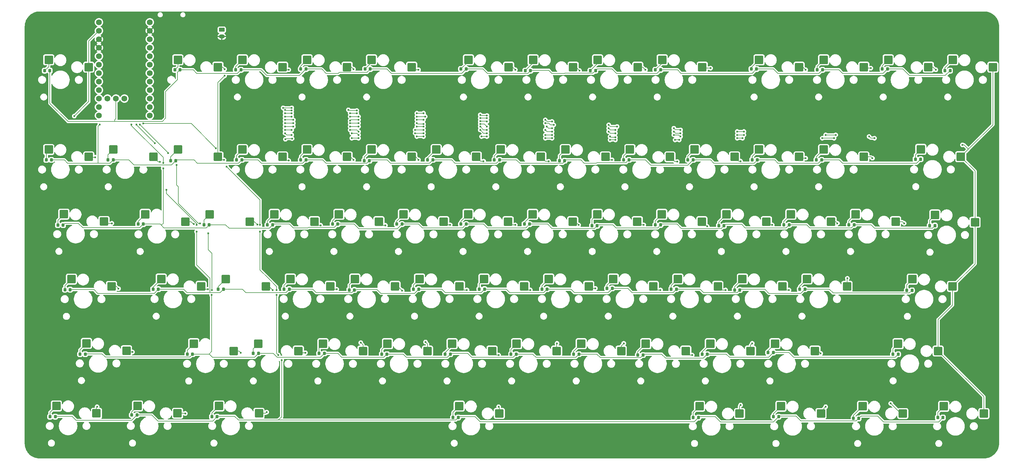
<source format=gbr>
%TF.GenerationSoftware,KiCad,Pcbnew,8.0.8*%
%TF.CreationDate,2025-01-25T15:20:35-08:00*%
%TF.ProjectId,CustomKeyboard,43757374-6f6d-44b6-9579-626f6172642e,rev?*%
%TF.SameCoordinates,Original*%
%TF.FileFunction,Copper,L2,Bot*%
%TF.FilePolarity,Positive*%
%FSLAX46Y46*%
G04 Gerber Fmt 4.6, Leading zero omitted, Abs format (unit mm)*
G04 Created by KiCad (PCBNEW 8.0.8) date 2025-01-25 15:20:35*
%MOMM*%
%LPD*%
G01*
G04 APERTURE LIST*
G04 Aperture macros list*
%AMRoundRect*
0 Rectangle with rounded corners*
0 $1 Rounding radius*
0 $2 $3 $4 $5 $6 $7 $8 $9 X,Y pos of 4 corners*
0 Add a 4 corners polygon primitive as box body*
4,1,4,$2,$3,$4,$5,$6,$7,$8,$9,$2,$3,0*
0 Add four circle primitives for the rounded corners*
1,1,$1+$1,$2,$3*
1,1,$1+$1,$4,$5*
1,1,$1+$1,$6,$7*
1,1,$1+$1,$8,$9*
0 Add four rect primitives between the rounded corners*
20,1,$1+$1,$2,$3,$4,$5,0*
20,1,$1+$1,$4,$5,$6,$7,0*
20,1,$1+$1,$6,$7,$8,$9,0*
20,1,$1+$1,$8,$9,$2,$3,0*%
G04 Aperture macros list end*
%TA.AperFunction,SMDPad,CuDef*%
%ADD10RoundRect,0.250000X-1.025000X-1.000000X1.025000X-1.000000X1.025000X1.000000X-1.025000X1.000000X0*%
%TD*%
%TA.AperFunction,ComponentPad*%
%ADD11C,1.752600*%
%TD*%
%TA.AperFunction,ComponentPad*%
%ADD12RoundRect,0.250000X-0.625000X0.350000X-0.625000X-0.350000X0.625000X-0.350000X0.625000X0.350000X0*%
%TD*%
%TA.AperFunction,ComponentPad*%
%ADD13O,1.750000X1.200000*%
%TD*%
%TA.AperFunction,SMDPad,CuDef*%
%ADD14RoundRect,0.218750X0.218750X0.256250X-0.218750X0.256250X-0.218750X-0.256250X0.218750X-0.256250X0*%
%TD*%
%TA.AperFunction,ViaPad*%
%ADD15C,0.600000*%
%TD*%
%TA.AperFunction,Conductor*%
%ADD16C,0.200000*%
%TD*%
G04 APERTURE END LIST*
D10*
%TO.P,SW_]1,1,1*%
%TO.N,Net-(D67-A)*%
X280450000Y-86300000D03*
%TO.P,SW_]1,2,2*%
%TO.N,col12*%
X292450000Y-88500000D03*
%TD*%
%TO.P,SW_\u005C1,1,1*%
%TO.N,Net-(D68-A)*%
X304250000Y-86500000D03*
%TO.P,SW_\u005C1,2,2*%
%TO.N,col13*%
X316250000Y-88700000D03*
%TD*%
%TO.P,SW_[1,1,1*%
%TO.N,Net-(D66-A)*%
X261100000Y-86300000D03*
%TO.P,SW_[1,2,2*%
%TO.N,col11*%
X273100000Y-88500000D03*
%TD*%
%TO.P,SW_Z1,1,1*%
%TO.N,Net-(D3-A)*%
X82150000Y-125100000D03*
%TO.P,SW_Z1,2,2*%
%TO.N,col1*%
X94150000Y-127300000D03*
%TD*%
%TO.P,SW_Y1,1,1*%
%TO.N,Net-(D61-A)*%
X164350000Y-86300000D03*
%TO.P,SW_Y1,2,2*%
%TO.N,col6*%
X176350000Y-88500000D03*
%TD*%
%TO.P,SW_X1,1,1*%
%TO.N,Net-(D4-A)*%
X101500000Y-125100000D03*
%TO.P,SW_X1,2,2*%
%TO.N,col2*%
X113500000Y-127300000D03*
%TD*%
%TO.P,SW_W1,1,1*%
%TO.N,Net-(D57-A)*%
X86950000Y-86300000D03*
%TO.P,SW_W1,2,2*%
%TO.N,col2*%
X98950000Y-88500000D03*
%TD*%
%TO.P,SW_V1,1,1*%
%TO.N,Net-(D7-A)*%
X140200000Y-125100000D03*
%TO.P,SW_V1,2,2*%
%TO.N,col4*%
X152200000Y-127300000D03*
%TD*%
%TO.P,SW_U1,1,1*%
%TO.N,Net-(D62-A)*%
X183700000Y-86300000D03*
%TO.P,SW_U1,2,2*%
%TO.N,col7*%
X195700000Y-88500000D03*
%TD*%
%TO.P,SW_TILDE1,1,1*%
%TO.N,Net-(D1-A)*%
X38700000Y-66900000D03*
%TO.P,SW_TILDE1,2,2*%
%TO.N,col0*%
X50700000Y-69100000D03*
%TD*%
%TO.P,SW_TAB1,1,1*%
%TO.N,Net-(D55-A)*%
X43250000Y-86250000D03*
%TO.P,SW_TAB1,2,2*%
%TO.N,col0*%
X55250000Y-88450000D03*
%TD*%
%TO.P,SW_T1,1,1*%
%TO.N,Net-(D60-A)*%
X145000000Y-86300000D03*
%TO.P,SW_T1,2,2*%
%TO.N,col5*%
X157000000Y-88500000D03*
%TD*%
%TO.P,SW_SPACE1,1,1*%
%TO.N,Net-(D21-A)*%
X161700000Y-143792500D03*
%TO.P,SW_SPACE1,2,2*%
%TO.N,col5*%
X173700000Y-145992500D03*
%TD*%
%TO.P,SW_S1,1,1*%
%TO.N,Net-(D71-A)*%
X91750000Y-105700000D03*
%TO.P,SW_S1,2,2*%
%TO.N,col2*%
X103750000Y-107900000D03*
%TD*%
%TO.P,SW_RWIN1,1,1*%
%TO.N,Net-(D23-A)*%
X258100000Y-143850000D03*
%TO.P,SW_RWIN1,2,2*%
%TO.N,col10*%
X270100000Y-146050000D03*
%TD*%
%TO.P,SW_RSHIFT1,1,1*%
%TO.N,Net-(D16-A)*%
X293202500Y-125080000D03*
%TO.P,SW_RSHIFT1,2,2*%
%TO.N,col13*%
X305202500Y-127280000D03*
%TD*%
%TO.P,SW_RCTRL1,1,1*%
%TO.N,Net-(D26-A)*%
X306900000Y-143850000D03*
%TO.P,SW_RCTRL1,2,2*%
%TO.N,col13*%
X318900000Y-146050000D03*
%TD*%
%TO.P,SW_RC1,1,1*%
%TO.N,Net-(D24-A)*%
X282600000Y-143850000D03*
%TO.P,SW_RC1,2,2*%
%TO.N,col12*%
X294600000Y-146050000D03*
%TD*%
%TO.P,SW_RALT1,1,1*%
%TO.N,Net-(D22-A)*%
X233700000Y-143850000D03*
%TO.P,SW_RALT1,2,2*%
%TO.N,col8*%
X245700000Y-146050000D03*
%TD*%
%TO.P,SW_R1,1,1*%
%TO.N,Net-(D59-A)*%
X125650000Y-86300000D03*
%TO.P,SW_R1,2,2*%
%TO.N,col4*%
X137650000Y-88500000D03*
%TD*%
%TO.P,SW_Q1,1,1*%
%TO.N,Net-(D56-A)*%
X67600000Y-86300000D03*
%TO.P,SW_Q1,2,2*%
%TO.N,col1*%
X79600000Y-88500000D03*
%TD*%
%TO.P,SW_P1,1,1*%
%TO.N,Net-(D65-A)*%
X241750000Y-86300000D03*
%TO.P,SW_P1,2,2*%
%TO.N,col10*%
X253750000Y-88500000D03*
%TD*%
%TO.P,SW_O1,1,1*%
%TO.N,Net-(D64-A)*%
X222400000Y-86300000D03*
%TO.P,SW_O1,2,2*%
%TO.N,col9*%
X234400000Y-88500000D03*
%TD*%
%TO.P,SW_N1,1,1*%
%TO.N,Net-(D9-A)*%
X178900000Y-125100000D03*
%TO.P,SW_N1,2,2*%
%TO.N,col6*%
X190900000Y-127300000D03*
%TD*%
%TO.P,SW_M1,1,1*%
%TO.N,Net-(D11-A)*%
X198250000Y-125100000D03*
%TO.P,SW_M1,2,2*%
%TO.N,col7*%
X210250000Y-127300000D03*
%TD*%
%TO.P,SW_LWIN1,1,1*%
%TO.N,Net-(D18-A)*%
X65300000Y-143750000D03*
%TO.P,SW_LWIN1,2,2*%
%TO.N,col1*%
X77300000Y-145950000D03*
%TD*%
%TO.P,SW_LSHIFT1,1,1*%
%TO.N,Net-(D2-A)*%
X50000000Y-125000000D03*
%TO.P,SW_LSHIFT1,2,2*%
%TO.N,col0*%
X62000000Y-127200000D03*
%TD*%
%TO.P,SW_LCTRL1,1,1*%
%TO.N,Net-(D17-A)*%
X41000000Y-143750000D03*
%TO.P,SW_LCTRL1,2,2*%
%TO.N,col0*%
X53000000Y-145950000D03*
%TD*%
%TO.P,SW_LALT1,1,1*%
%TO.N,Net-(D19-A)*%
X89700000Y-143750000D03*
%TO.P,SW_LALT1,2,2*%
%TO.N,col2*%
X101700000Y-145950000D03*
%TD*%
%TO.P,SW_L1,1,1*%
%TO.N,Net-(D78-A)*%
X227200000Y-105700000D03*
%TO.P,SW_L1,2,2*%
%TO.N,col9*%
X239200000Y-107900000D03*
%TD*%
%TO.P,SW_K1,1,1*%
%TO.N,Net-(D77-A)*%
X207850000Y-105700000D03*
%TO.P,SW_K1,2,2*%
%TO.N,col8*%
X219850000Y-107900000D03*
%TD*%
%TO.P,SW_J1,1,1*%
%TO.N,Net-(D76-A)*%
X188500000Y-105700000D03*
%TO.P,SW_J1,2,2*%
%TO.N,col7*%
X200500000Y-107900000D03*
%TD*%
%TO.P,SW_I1,1,1*%
%TO.N,Net-(D63-A)*%
X203050000Y-86300000D03*
%TO.P,SW_I1,2,2*%
%TO.N,col8*%
X215050000Y-88500000D03*
%TD*%
%TO.P,SW_H1,1,1*%
%TO.N,Net-(D75-A)*%
X169150000Y-105700000D03*
%TO.P,SW_H1,2,2*%
%TO.N,col6*%
X181150000Y-107900000D03*
%TD*%
%TO.P,SW_G1,1,1*%
%TO.N,Net-(D74-A)*%
X149800000Y-105700000D03*
%TO.P,SW_G1,2,2*%
%TO.N,col5*%
X161800000Y-107900000D03*
%TD*%
%TO.P,SW_FKEY1,1,1*%
%TO.N,Net-(D73-A)*%
X130450000Y-105700000D03*
%TO.P,SW_FKEY1,2,2*%
%TO.N,col4*%
X142450000Y-107900000D03*
%TD*%
%TO.P,SW_F12,1,1*%
%TO.N,Net-(D54-A)*%
X309600000Y-40000000D03*
%TO.P,SW_F12,2,2*%
%TO.N,col13*%
X321600000Y-42200000D03*
%TD*%
%TO.P,SW_F11,1,1*%
%TO.N,Net-(D53-A)*%
X290250000Y-40000000D03*
%TO.P,SW_F11,2,2*%
%TO.N,col12*%
X302250000Y-42200000D03*
%TD*%
%TO.P,SW_F10,1,1*%
%TO.N,Net-(D52-A)*%
X270900000Y-40000000D03*
%TO.P,SW_F10,2,2*%
%TO.N,col11*%
X282900000Y-42200000D03*
%TD*%
%TO.P,SW_F9,1,1*%
%TO.N,Net-(D51-A)*%
X251550000Y-40000000D03*
%TO.P,SW_F9,2,2*%
%TO.N,col10*%
X263550000Y-42200000D03*
%TD*%
%TO.P,SW_F8,1,1*%
%TO.N,Net-(D50-A)*%
X222525000Y-40000000D03*
%TO.P,SW_F8,2,2*%
%TO.N,col9*%
X234525000Y-42200000D03*
%TD*%
%TO.P,SW_F7,1,1*%
%TO.N,Net-(D49-A)*%
X203175000Y-40000000D03*
%TO.P,SW_F7,2,2*%
%TO.N,col8*%
X215175000Y-42200000D03*
%TD*%
%TO.P,SW_F6,1,1*%
%TO.N,Net-(D48-A)*%
X183825000Y-40000000D03*
%TO.P,SW_F6,2,2*%
%TO.N,col7*%
X195825000Y-42200000D03*
%TD*%
%TO.P,SW_F5,1,1*%
%TO.N,Net-(D47-A)*%
X164475000Y-40000000D03*
%TO.P,SW_F5,2,2*%
%TO.N,col6*%
X176475000Y-42200000D03*
%TD*%
%TO.P,SW_F4,1,1*%
%TO.N,Net-(D46-A)*%
X135450000Y-40000000D03*
%TO.P,SW_F4,2,2*%
%TO.N,col5*%
X147450000Y-42200000D03*
%TD*%
%TO.P,SW_F3,1,1*%
%TO.N,Net-(D45-A)*%
X116100000Y-40000000D03*
%TO.P,SW_F3,2,2*%
%TO.N,col4*%
X128100000Y-42200000D03*
%TD*%
%TO.P,SW_F2,1,1*%
%TO.N,Net-(D44-A)*%
X96750000Y-40000000D03*
%TO.P,SW_F2,2,2*%
%TO.N,col3*%
X108750000Y-42200000D03*
%TD*%
%TO.P,SW_F1,1,1*%
%TO.N,Net-(D43-A)*%
X77400000Y-40000000D03*
%TO.P,SW_F1,2,2*%
%TO.N,col2*%
X89400000Y-42200000D03*
%TD*%
%TO.P,SW_ESC1,2,2*%
%TO.N,col0*%
X50700000Y-42200000D03*
%TO.P,SW_ESC1,1,1*%
%TO.N,Net-(D42-A)*%
X38700000Y-40000000D03*
%TD*%
%TO.P,SW_ENTER1,1,1*%
%TO.N,Net-(D81-A)*%
X297500000Y-105750000D03*
%TO.P,SW_ENTER1,2,2*%
%TO.N,col13*%
X309500000Y-107950000D03*
%TD*%
%TO.P,SW_E1,1,1*%
%TO.N,Net-(D58-A)*%
X106300000Y-86300000D03*
%TO.P,SW_E1,2,2*%
%TO.N,col3*%
X118300000Y-88500000D03*
%TD*%
%TO.P,SW_D1,1,1*%
%TO.N,Net-(D72-A)*%
X111100000Y-105700000D03*
%TO.P,SW_D1,2,2*%
%TO.N,col3*%
X123100000Y-107900000D03*
%TD*%
%TO.P,SW_CAPS1,1,1*%
%TO.N,Net-(D69-A)*%
X45500000Y-105750000D03*
%TO.P,SW_CAPS1,2,2*%
%TO.N,col0*%
X57500000Y-107950000D03*
%TD*%
%TO.P,SW_C1,1,1*%
%TO.N,Net-(D6-A)*%
X120850000Y-125100000D03*
%TO.P,SW_C1,2,2*%
%TO.N,col3*%
X132850000Y-127300000D03*
%TD*%
%TO.P,SW_BACK1,1,1*%
%TO.N,Net-(D41-A)*%
X300000000Y-66851000D03*
%TO.P,SW_BACK1,2,2*%
%TO.N,col13*%
X312000000Y-69051000D03*
%TD*%
%TO.P,SW_B1,1,1*%
%TO.N,Net-(D8-A)*%
X159550000Y-125100000D03*
%TO.P,SW_B1,2,2*%
%TO.N,col5*%
X171550000Y-127300000D03*
%TD*%
%TO.P,SW_A1,1,1*%
%TO.N,Net-(D70-A)*%
X72400000Y-105700000D03*
%TO.P,SW_A1,2,2*%
%TO.N,col1*%
X84400000Y-107900000D03*
%TD*%
%TO.P,SW_=1,1,1*%
%TO.N,Net-(D40-A)*%
X270900000Y-66900000D03*
%TO.P,SW_=1,2,2*%
%TO.N,col12*%
X282900000Y-69100000D03*
%TD*%
%TO.P,SW_;1,1,1*%
%TO.N,Net-(D79-A)*%
X246550000Y-105700000D03*
%TO.P,SW_;1,2,2*%
%TO.N,col10*%
X258550000Y-107900000D03*
%TD*%
%TO.P,SW_9,1,1*%
%TO.N,Net-(D37-A)*%
X212850000Y-66900000D03*
%TO.P,SW_9,2,2*%
%TO.N,col9*%
X224850000Y-69100000D03*
%TD*%
%TO.P,SW_8,1,1*%
%TO.N,Net-(D36-A)*%
X193500000Y-66900000D03*
%TO.P,SW_8,2,2*%
%TO.N,col8*%
X205500000Y-69100000D03*
%TD*%
%TO.P,SW_7,1,1*%
%TO.N,Net-(D35-A)*%
X174150000Y-66900000D03*
%TO.P,SW_7,2,2*%
%TO.N,col7*%
X186150000Y-69100000D03*
%TD*%
%TO.P,SW_6,1,1*%
%TO.N,Net-(D31-A)*%
X154800000Y-66900000D03*
%TO.P,SW_6,2,2*%
%TO.N,col6*%
X166800000Y-69100000D03*
%TD*%
%TO.P,SW_5,1,1*%
%TO.N,Net-(D25-A)*%
X135450000Y-66900000D03*
%TO.P,SW_5,2,2*%
%TO.N,col5*%
X147450000Y-69100000D03*
%TD*%
%TO.P,SW_4,1,1*%
%TO.N,Net-(D20-A)*%
X116100000Y-66900000D03*
%TO.P,SW_4,2,2*%
%TO.N,col4*%
X128100000Y-69100000D03*
%TD*%
%TO.P,SW_3,1,1*%
%TO.N,Net-(D14-A)*%
X96750000Y-66900000D03*
%TO.P,SW_3,2,2*%
%TO.N,col3*%
X108750000Y-69100000D03*
%TD*%
%TO.P,SW_2,1,1*%
%TO.N,Net-(D10-A)*%
X77400000Y-66900000D03*
%TO.P,SW_2,2,2*%
%TO.N,col2*%
X89400000Y-69100000D03*
%TD*%
%TO.P,SW_1,1,1*%
%TO.N,Net-(D5-A)*%
X58050000Y-66900000D03*
%TO.P,SW_1,2,2*%
%TO.N,col1*%
X70050000Y-69100000D03*
%TD*%
%TO.P,SW_0,1,1*%
%TO.N,Net-(D38-A)*%
X232200000Y-66900000D03*
%TO.P,SW_0,2,2*%
%TO.N,col10*%
X244200000Y-69100000D03*
%TD*%
%TO.P,SW_/1,1,1*%
%TO.N,Net-(D15-A)*%
X256300000Y-125100000D03*
%TO.P,SW_/1,2,2*%
%TO.N,col10*%
X268300000Y-127300000D03*
%TD*%
%TO.P,SW_.1,1,1*%
%TO.N,Net-(D13-A)*%
X236950000Y-125100000D03*
%TO.P,SW_.1,2,2*%
%TO.N,col9*%
X248950000Y-127300000D03*
%TD*%
%TO.P,SW_-1,1,1*%
%TO.N,Net-(D39-A)*%
X251550000Y-66900000D03*
%TO.P,SW_-1,2,2*%
%TO.N,col11*%
X263550000Y-69100000D03*
%TD*%
%TO.P,SW_\u002C1,1,1*%
%TO.N,Net-(D12-A)*%
X217600000Y-125100000D03*
%TO.P,SW_\u002C1,2,2*%
%TO.N,col8*%
X229600000Y-127300000D03*
%TD*%
%TO.P,SW_'1,1,1*%
%TO.N,Net-(D80-A)*%
X265900000Y-105700000D03*
%TO.P,SW_'1,2,2*%
%TO.N,col11*%
X277900000Y-107900000D03*
%TD*%
D11*
%TO.P,U2,1,TX0/P0.06*%
%TO.N,col1*%
X53750000Y-28750000D03*
%TO.P,U2,2,RX1/P0.08*%
%TO.N,col0*%
X53750000Y-31290000D03*
%TO.P,U2,3,GND*%
%TO.N,GND*%
X53750000Y-33830000D03*
%TO.P,U2,4,GND*%
X53750000Y-36370000D03*
%TO.P,U2,5,P0.17*%
%TO.N,col2*%
X53750000Y-38910000D03*
%TO.P,U2,6,P0.20*%
%TO.N,col3*%
X53750000Y-41450000D03*
%TO.P,U2,7,P0.22*%
%TO.N,col4*%
X53750000Y-43990000D03*
%TO.P,U2,8,P0.24*%
%TO.N,col5*%
X53750000Y-46530000D03*
%TO.P,U2,9,P1.00*%
%TO.N,col6*%
X53750000Y-49070000D03*
%TO.P,U2,10,P0.11*%
%TO.N,col7*%
X53750000Y-51610000D03*
%TO.P,U2,11,P1.04*%
%TO.N,col8*%
X53750000Y-54150000D03*
%TO.P,U2,12,P1.06*%
%TO.N,col9*%
X53750000Y-56690000D03*
%TO.P,U2,13,NFC1/P0.09*%
%TO.N,col10*%
X68990000Y-56690000D03*
%TO.P,U2,14,NFC2/P0.10*%
%TO.N,col11*%
X68990000Y-54150000D03*
%TO.P,U2,15,P1.11*%
%TO.N,col12*%
X68990000Y-51610000D03*
%TO.P,U2,16,P1.13*%
%TO.N,col13*%
X68990000Y-49070000D03*
%TO.P,U2,17,P1.15*%
%TO.N,row0*%
X68990000Y-46530000D03*
%TO.P,U2,18,AIN0/P0.02*%
%TO.N,row1*%
X68990000Y-43990000D03*
%TO.P,U2,19,AIN5/P0.29*%
%TO.N,row2*%
X68990000Y-41450000D03*
%TO.P,U2,20,AIN7/P0.31*%
%TO.N,row3*%
X68990000Y-38910000D03*
%TO.P,U2,21,VCC*%
%TO.N,unconnected-(U2-VCC-Pad21)*%
X68990000Y-36370000D03*
%TO.P,U2,22,RST*%
%TO.N,Net-(U2-RST)*%
X68990000Y-33830000D03*
%TO.P,U2,23,GND*%
%TO.N,GND*%
X68990000Y-31290000D03*
%TO.P,U2,24,BATIN/P0.04*%
%TO.N,Net-(SW2A-B)*%
X68990000Y-28750000D03*
%TO.P,U2,31,P1.01*%
%TO.N,row4*%
X56290000Y-51610000D03*
%TO.P,U2,32,P1.02*%
%TO.N,row5*%
X58830000Y-51610000D03*
%TO.P,U2,33,P1.07*%
%TO.N,unconnected-(U2-P1.07-Pad33)*%
X61370000Y-51610000D03*
%TD*%
D12*
%TO.P,J1,1,1*%
%TO.N,Net-(SW2A-A)*%
X90550000Y-31000000D03*
D13*
%TO.P,J1,2,2*%
%TO.N,GND*%
X90550000Y-33000000D03*
%TD*%
D14*
%TO.P,D45,1,K*%
%TO.N,row5*%
X115787500Y-42750000D03*
%TO.P,D45,2,A*%
%TO.N,Net-(D45-A)*%
X114212500Y-42750000D03*
%TD*%
%TO.P,D21,1,K*%
%TO.N,row0*%
X161397500Y-147230000D03*
%TO.P,D21,2,A*%
%TO.N,Net-(D21-A)*%
X159822500Y-147230000D03*
%TD*%
%TO.P,D13,1,K*%
%TO.N,row1*%
X236037500Y-128250000D03*
%TO.P,D13,2,A*%
%TO.N,Net-(D13-A)*%
X234462500Y-128250000D03*
%TD*%
%TO.P,D39,1,K*%
%TO.N,row4*%
X251037500Y-70000000D03*
%TO.P,D39,2,A*%
%TO.N,Net-(D39-A)*%
X249462500Y-70000000D03*
%TD*%
%TO.P,D67,1,K*%
%TO.N,row3*%
X280037500Y-89500000D03*
%TO.P,D67,2,A*%
%TO.N,Net-(D67-A)*%
X278462500Y-89500000D03*
%TD*%
%TO.P,D53,1,K*%
%TO.N,row5*%
X290037500Y-42750000D03*
%TO.P,D53,2,A*%
%TO.N,Net-(D53-A)*%
X288462500Y-42750000D03*
%TD*%
%TO.P,D54,1,K*%
%TO.N,row5*%
X308787500Y-43250000D03*
%TO.P,D54,2,A*%
%TO.N,Net-(D54-A)*%
X307212500Y-43250000D03*
%TD*%
%TO.P,D3,1,K*%
%TO.N,row1*%
X81787500Y-128250000D03*
%TO.P,D3,2,A*%
%TO.N,Net-(D3-A)*%
X80212500Y-128250000D03*
%TD*%
%TO.P,D23,1,K*%
%TO.N,row0*%
X257397500Y-146980000D03*
%TO.P,D23,2,A*%
%TO.N,Net-(D23-A)*%
X255822500Y-146980000D03*
%TD*%
%TO.P,D48,1,K*%
%TO.N,row5*%
X183037500Y-43250000D03*
%TO.P,D48,2,A*%
%TO.N,Net-(D48-A)*%
X181462500Y-43250000D03*
%TD*%
%TO.P,D26,1,K*%
%TO.N,row0*%
X306647500Y-147230000D03*
%TO.P,D26,2,A*%
%TO.N,Net-(D26-A)*%
X305072500Y-147230000D03*
%TD*%
%TO.P,D73,1,K*%
%TO.N,row2*%
X130287500Y-109000000D03*
%TO.P,D73,2,A*%
%TO.N,Net-(D73-A)*%
X128712500Y-109000000D03*
%TD*%
%TO.P,D49,1,K*%
%TO.N,row5*%
X202537500Y-43250000D03*
%TO.P,D49,2,A*%
%TO.N,Net-(D49-A)*%
X200962500Y-43250000D03*
%TD*%
%TO.P,D51,1,K*%
%TO.N,row5*%
X250787500Y-42750000D03*
%TO.P,D51,2,A*%
%TO.N,Net-(D51-A)*%
X249212500Y-42750000D03*
%TD*%
%TO.P,D59,1,K*%
%TO.N,row3*%
X125287500Y-89250000D03*
%TO.P,D59,2,A*%
%TO.N,Net-(D59-A)*%
X123712500Y-89250000D03*
%TD*%
%TO.P,D46,1,K*%
%TO.N,row5*%
X135037500Y-42750000D03*
%TO.P,D46,2,A*%
%TO.N,Net-(D46-A)*%
X133462500Y-42750000D03*
%TD*%
%TO.P,D62,1,K*%
%TO.N,row3*%
X182787500Y-89250000D03*
%TO.P,D62,2,A*%
%TO.N,Net-(D62-A)*%
X181212500Y-89250000D03*
%TD*%
%TO.P,D47,1,K*%
%TO.N,row5*%
X163787500Y-42750000D03*
%TO.P,D47,2,A*%
%TO.N,Net-(D47-A)*%
X162212500Y-42750000D03*
%TD*%
%TO.P,D20,1,K*%
%TO.N,row4*%
X115787500Y-70000000D03*
%TO.P,D20,2,A*%
%TO.N,Net-(D20-A)*%
X114212500Y-70000000D03*
%TD*%
%TO.P,D10,1,K*%
%TO.N,row4*%
X76787500Y-70250000D03*
%TO.P,D10,2,A*%
%TO.N,Net-(D10-A)*%
X75212500Y-70250000D03*
%TD*%
%TO.P,D16,1,K*%
%TO.N,row1*%
X293250000Y-128250000D03*
%TO.P,D16,2,A*%
%TO.N,Net-(D16-A)*%
X291675000Y-128250000D03*
%TD*%
%TO.P,D75,1,K*%
%TO.N,row2*%
X169287500Y-108750000D03*
%TO.P,D75,2,A*%
%TO.N,Net-(D75-A)*%
X167712500Y-108750000D03*
%TD*%
%TO.P,D9,1,K*%
%TO.N,row1*%
X178787500Y-128250000D03*
%TO.P,D9,2,A*%
%TO.N,Net-(D9-A)*%
X177212500Y-128250000D03*
%TD*%
%TO.P,D58,1,K*%
%TO.N,row3*%
X105787500Y-89500000D03*
%TO.P,D58,2,A*%
%TO.N,Net-(D58-A)*%
X104212500Y-89500000D03*
%TD*%
%TO.P,D15,1,K*%
%TO.N,row1*%
X255787500Y-127750000D03*
%TO.P,D15,2,A*%
%TO.N,Net-(D15-A)*%
X254212500Y-127750000D03*
%TD*%
%TO.P,D66,1,K*%
%TO.N,row3*%
X260537500Y-89500000D03*
%TO.P,D66,2,A*%
%TO.N,Net-(D66-A)*%
X258962500Y-89500000D03*
%TD*%
%TO.P,D65,1,K*%
%TO.N,row3*%
X241037500Y-89750000D03*
%TO.P,D65,2,A*%
%TO.N,Net-(D65-A)*%
X239462500Y-89750000D03*
%TD*%
%TO.P,D1,1,K*%
%TO.N,row4*%
X39537500Y-70000000D03*
%TO.P,D1,2,A*%
%TO.N,Net-(D1-A)*%
X37962500Y-70000000D03*
%TD*%
%TO.P,D14,1,K*%
%TO.N,row4*%
X96537500Y-70000000D03*
%TO.P,D14,2,A*%
%TO.N,Net-(D14-A)*%
X94962500Y-70000000D03*
%TD*%
%TO.P,D25,1,K*%
%TO.N,row4*%
X134787500Y-70250000D03*
%TO.P,D25,2,A*%
%TO.N,Net-(D25-A)*%
X133212500Y-70250000D03*
%TD*%
%TO.P,D71,1,K*%
%TO.N,row2*%
X91037500Y-108750000D03*
%TO.P,D71,2,A*%
%TO.N,Net-(D71-A)*%
X89462500Y-108750000D03*
%TD*%
%TO.P,D37,1,K*%
%TO.N,row4*%
X212537500Y-70000000D03*
%TO.P,D37,2,A*%
%TO.N,Net-(D37-A)*%
X210962500Y-70000000D03*
%TD*%
%TO.P,D81,1,K*%
%TO.N,row2*%
X297367500Y-109130000D03*
%TO.P,D81,2,A*%
%TO.N,Net-(D81-A)*%
X295792500Y-109130000D03*
%TD*%
%TO.P,D42,1,K*%
%TO.N,row5*%
X39037500Y-43250000D03*
%TO.P,D42,2,A*%
%TO.N,Net-(D42-A)*%
X37462500Y-43250000D03*
%TD*%
%TO.P,D63,1,K*%
%TO.N,row3*%
X203037500Y-89750000D03*
%TO.P,D63,2,A*%
%TO.N,Net-(D63-A)*%
X201462500Y-89750000D03*
%TD*%
%TO.P,D11,1,K*%
%TO.N,row1*%
X197537500Y-128250000D03*
%TO.P,D11,2,A*%
%TO.N,Net-(D11-A)*%
X195962500Y-128250000D03*
%TD*%
%TO.P,D64,2,A*%
%TO.N,Net-(D64-A)*%
X220462500Y-89500000D03*
%TO.P,D64,1,K*%
%TO.N,row3*%
X222037500Y-89500000D03*
%TD*%
%TO.P,D38,1,K*%
%TO.N,row4*%
X231787500Y-70000000D03*
%TO.P,D38,2,A*%
%TO.N,Net-(D38-A)*%
X230212500Y-70000000D03*
%TD*%
%TO.P,D68,1,K*%
%TO.N,row3*%
X304247500Y-89680000D03*
%TO.P,D68,2,A*%
%TO.N,Net-(D68-A)*%
X302672500Y-89680000D03*
%TD*%
%TO.P,D18,1,K*%
%TO.N,row0*%
X65147500Y-146480000D03*
%TO.P,D18,2,A*%
%TO.N,Net-(D18-A)*%
X63572500Y-146480000D03*
%TD*%
%TO.P,D76,2,A*%
%TO.N,Net-(D76-A)*%
X186462500Y-108750000D03*
%TO.P,D76,1,K*%
%TO.N,row2*%
X188037500Y-108750000D03*
%TD*%
%TO.P,D17,1,K*%
%TO.N,row0*%
X40647500Y-146980000D03*
%TO.P,D17,2,A*%
%TO.N,Net-(D17-A)*%
X39072500Y-146980000D03*
%TD*%
%TO.P,D60,1,K*%
%TO.N,row3*%
X144537500Y-89250000D03*
%TO.P,D60,2,A*%
%TO.N,Net-(D60-A)*%
X142962500Y-89250000D03*
%TD*%
%TO.P,D72,1,K*%
%TO.N,row2*%
X110787500Y-108750000D03*
%TO.P,D72,2,A*%
%TO.N,Net-(D72-A)*%
X109212500Y-108750000D03*
%TD*%
%TO.P,D52,1,K*%
%TO.N,row5*%
X270537500Y-43000000D03*
%TO.P,D52,2,A*%
%TO.N,Net-(D52-A)*%
X268962500Y-43000000D03*
%TD*%
%TO.P,D6,1,K*%
%TO.N,row1*%
X121287500Y-128000000D03*
%TO.P,D6,2,A*%
%TO.N,Net-(D6-A)*%
X119712500Y-128000000D03*
%TD*%
%TO.P,D77,1,K*%
%TO.N,row2*%
X207537500Y-108500000D03*
%TO.P,D77,2,A*%
%TO.N,Net-(D77-A)*%
X205962500Y-108500000D03*
%TD*%
%TO.P,D43,1,K*%
%TO.N,row5*%
X78037500Y-43000000D03*
%TO.P,D43,2,A*%
%TO.N,Net-(D43-A)*%
X76462500Y-43000000D03*
%TD*%
%TO.P,D50,1,K*%
%TO.N,row5*%
X222037500Y-43000000D03*
%TO.P,D50,2,A*%
%TO.N,Net-(D50-A)*%
X220462500Y-43000000D03*
%TD*%
%TO.P,D80,1,K*%
%TO.N,row2*%
X265287500Y-108750000D03*
%TO.P,D80,2,A*%
%TO.N,Net-(D80-A)*%
X263712500Y-108750000D03*
%TD*%
%TO.P,D4,1,K*%
%TO.N,row1*%
X101537500Y-128000000D03*
%TO.P,D4,2,A*%
%TO.N,Net-(D4-A)*%
X99962500Y-128000000D03*
%TD*%
%TO.P,D57,1,K*%
%TO.N,row3*%
X86787500Y-89500000D03*
%TO.P,D57,2,A*%
%TO.N,Net-(D57-A)*%
X85212500Y-89500000D03*
%TD*%
%TO.P,D40,1,K*%
%TO.N,row4*%
X270287500Y-70000000D03*
%TO.P,D40,2,A*%
%TO.N,Net-(D40-A)*%
X268712500Y-70000000D03*
%TD*%
%TO.P,D5,1,K*%
%TO.N,row4*%
X58037500Y-70000000D03*
%TO.P,D5,2,A*%
%TO.N,Net-(D5-A)*%
X56462500Y-70000000D03*
%TD*%
%TO.P,D22,1,K*%
%TO.N,row0*%
X233397500Y-147230000D03*
%TO.P,D22,2,A*%
%TO.N,Net-(D22-A)*%
X231822500Y-147230000D03*
%TD*%
%TO.P,D41,1,K*%
%TO.N,row4*%
X299967500Y-69781000D03*
%TO.P,D41,2,A*%
%TO.N,Net-(D41-A)*%
X298392500Y-69781000D03*
%TD*%
%TO.P,D69,1,K*%
%TO.N,row2*%
X45117500Y-108900000D03*
%TO.P,D69,2,A*%
%TO.N,Net-(D69-A)*%
X43542500Y-108900000D03*
%TD*%
%TO.P,D36,1,K*%
%TO.N,row4*%
X193287500Y-70250000D03*
%TO.P,D36,2,A*%
%TO.N,Net-(D36-A)*%
X191712500Y-70250000D03*
%TD*%
%TO.P,D35,1,K*%
%TO.N,row4*%
X173787500Y-70000000D03*
%TO.P,D35,2,A*%
%TO.N,Net-(D35-A)*%
X172212500Y-70000000D03*
%TD*%
%TO.P,D12,1,K*%
%TO.N,row1*%
X216787500Y-128500000D03*
%TO.P,D12,2,A*%
%TO.N,Net-(D12-A)*%
X215212500Y-128500000D03*
%TD*%
%TO.P,D79,1,K*%
%TO.N,row2*%
X245787500Y-109000000D03*
%TO.P,D79,2,A*%
%TO.N,Net-(D79-A)*%
X244212500Y-109000000D03*
%TD*%
%TO.P,D44,1,K*%
%TO.N,row5*%
X96287500Y-43000000D03*
%TO.P,D44,2,A*%
%TO.N,Net-(D44-A)*%
X94712500Y-43000000D03*
%TD*%
%TO.P,D55,2,A*%
%TO.N,Net-(D55-A)*%
X41422500Y-89530000D03*
%TO.P,D55,1,K*%
%TO.N,row3*%
X42997500Y-89530000D03*
%TD*%
%TO.P,D56,1,K*%
%TO.N,row3*%
X67037500Y-89250000D03*
%TO.P,D56,2,A*%
%TO.N,Net-(D56-A)*%
X65462500Y-89250000D03*
%TD*%
%TO.P,D2,1,K*%
%TO.N,row1*%
X49627500Y-128230000D03*
%TO.P,D2,2,A*%
%TO.N,Net-(D2-A)*%
X48052500Y-128230000D03*
%TD*%
%TO.P,D24,1,K*%
%TO.N,row0*%
X281397500Y-147480000D03*
%TO.P,D24,2,A*%
%TO.N,Net-(D24-A)*%
X279822500Y-147480000D03*
%TD*%
%TO.P,D31,1,K*%
%TO.N,row4*%
X153787500Y-70000000D03*
%TO.P,D31,2,A*%
%TO.N,Net-(D31-A)*%
X152212500Y-70000000D03*
%TD*%
%TO.P,D78,1,K*%
%TO.N,row2*%
X226787500Y-108750000D03*
%TO.P,D78,2,A*%
%TO.N,Net-(D78-A)*%
X225212500Y-108750000D03*
%TD*%
%TO.P,D8,1,K*%
%TO.N,row1*%
X159037500Y-128250000D03*
%TO.P,D8,2,A*%
%TO.N,Net-(D8-A)*%
X157462500Y-128250000D03*
%TD*%
%TO.P,D74,1,K*%
%TO.N,row2*%
X149537500Y-108750000D03*
%TO.P,D74,2,A*%
%TO.N,Net-(D74-A)*%
X147962500Y-108750000D03*
%TD*%
%TO.P,D7,1,K*%
%TO.N,row1*%
X140037500Y-128250000D03*
%TO.P,D7,2,A*%
%TO.N,Net-(D7-A)*%
X138462500Y-128250000D03*
%TD*%
%TO.P,D61,1,K*%
%TO.N,row3*%
X163787500Y-89250000D03*
%TO.P,D61,2,A*%
%TO.N,Net-(D61-A)*%
X162212500Y-89250000D03*
%TD*%
%TO.P,D19,1,K*%
%TO.N,row0*%
X89147500Y-146980000D03*
%TO.P,D19,2,A*%
%TO.N,Net-(D19-A)*%
X87572500Y-146980000D03*
%TD*%
%TO.P,D70,2,A*%
%TO.N,Net-(D70-A)*%
X69962500Y-108750000D03*
%TO.P,D70,1,K*%
%TO.N,row2*%
X71537500Y-108750000D03*
%TD*%
D15*
%TO.N,row0*%
X108500000Y-130000000D03*
X107500000Y-128500000D03*
X107000000Y-110500000D03*
X107000000Y-109000000D03*
X102000000Y-91500000D03*
X102000000Y-89500000D03*
X88800000Y-66500000D03*
X67000000Y-59100000D03*
X92000000Y-72000000D03*
%TO.N,row1*%
X87500000Y-110500000D03*
X87600000Y-109000000D03*
X86500000Y-92000000D03*
X84000000Y-89000000D03*
X77000000Y-71500000D03*
X74500000Y-68000000D03*
X66000000Y-59400000D03*
%TO.N,row2*%
X65000000Y-59400000D03*
X70500000Y-65000000D03*
X74000000Y-79000000D03*
X83000000Y-91500000D03*
X83000000Y-89500000D03*
%TO.N,row3*%
X63500000Y-59400000D03*
X73000000Y-70917068D03*
X73000000Y-72500000D03*
%TO.N,row4*%
X54000000Y-59400000D03*
%TO.N,col13*%
X111500000Y-54399994D03*
X108934313Y-54400000D03*
X128500000Y-55000000D03*
X131000000Y-55199997D03*
X149000000Y-56000000D03*
X170000000Y-56699997D03*
X187500000Y-58000000D03*
X168000000Y-56500000D03*
X189500000Y-58500000D03*
X209000000Y-60000000D03*
X228000000Y-61000000D03*
X245000000Y-61500000D03*
X247000000Y-61500000D03*
X271500000Y-62500000D03*
X151000000Y-56000000D03*
X274500000Y-62500000D03*
X284500000Y-63000000D03*
X206500000Y-59500000D03*
X286100000Y-63500000D03*
X312500000Y-65500000D03*
X226000000Y-60500000D03*
%TO.N,col12*%
X109500000Y-55000000D03*
X111500000Y-55199997D03*
X129000000Y-56000000D03*
X131000000Y-56000000D03*
X151500000Y-57000000D03*
X170000000Y-57500000D03*
X187500000Y-59000000D03*
X149000000Y-57000000D03*
X190000000Y-59500000D03*
X206500000Y-60500000D03*
X208500000Y-61000000D03*
X226000000Y-61500000D03*
X228000000Y-62000000D03*
X245000000Y-62500000D03*
X247000000Y-62500000D03*
X270500000Y-63500000D03*
X274000000Y-63500000D03*
X168000000Y-57500000D03*
X304500000Y-43000000D03*
X285500000Y-69500000D03*
X295000000Y-89000000D03*
X291000000Y-143000000D03*
%TO.N,col11*%
X131500000Y-57000000D03*
X149000000Y-58000000D03*
X151000000Y-58000000D03*
X170000000Y-58500000D03*
X111500000Y-56000000D03*
X187900000Y-60000000D03*
X189500000Y-60500000D03*
X168000000Y-58399994D03*
X206500000Y-61500000D03*
X208500000Y-62000000D03*
X226000000Y-62500000D03*
X228000000Y-63000000D03*
X129000000Y-57000000D03*
X245000000Y-63500000D03*
X109500000Y-56000000D03*
X246600000Y-63500000D03*
X285000000Y-42500000D03*
X265500000Y-69500000D03*
X275000000Y-89000000D03*
X278000000Y-105500000D03*
%TO.N,col10*%
X109500000Y-57000000D03*
X151000000Y-59199997D03*
X168000000Y-59199997D03*
X131500000Y-58000000D03*
X111500000Y-57000000D03*
X170000000Y-60000000D03*
X187500000Y-61000000D03*
X189500000Y-61500000D03*
X206900000Y-63000000D03*
X208500000Y-63199997D03*
X129000000Y-58199997D03*
X149000000Y-59000000D03*
X227600000Y-64000000D03*
X226400000Y-64000000D03*
X265500000Y-43000000D03*
X246000000Y-70375000D03*
X255500000Y-89500000D03*
X260500000Y-109000000D03*
X270000000Y-128000000D03*
X271500000Y-144000000D03*
%TO.N,col9*%
X112000000Y-58000000D03*
X109500000Y-58000000D03*
X129000000Y-59000000D03*
X131500000Y-59000000D03*
X168000000Y-60000000D03*
X170000000Y-61000000D03*
X187500000Y-62500000D03*
X189500000Y-62500000D03*
X206900000Y-64000000D03*
X208500000Y-64000000D03*
X151000000Y-60000000D03*
X149000000Y-60000000D03*
X237000000Y-42500000D03*
X227000000Y-70500000D03*
X236000000Y-89925000D03*
X249500000Y-125000000D03*
X241500000Y-109000000D03*
%TO.N,col8*%
X112000000Y-59000000D03*
X129000000Y-60000000D03*
X148500000Y-61000000D03*
X168000000Y-61000000D03*
X170000000Y-62000000D03*
X187500000Y-63500000D03*
X131500000Y-60000000D03*
X189500000Y-63500000D03*
X109500000Y-59000000D03*
X151000000Y-61000000D03*
X217500000Y-43000000D03*
X207500000Y-70000000D03*
X217000000Y-89500000D03*
X222000000Y-109000000D03*
X231500000Y-128500000D03*
X246000000Y-143500000D03*
%TO.N,col7*%
X109500000Y-60000000D03*
X112000000Y-60000000D03*
X112000000Y-60000000D03*
X129000000Y-61000000D03*
X131500000Y-61500000D03*
X148500000Y-62000000D03*
X151000000Y-62000000D03*
X168400000Y-63000000D03*
X170000000Y-63000000D03*
X197750000Y-43250000D03*
X188500000Y-70425000D03*
X197500000Y-89500000D03*
X202500000Y-108500000D03*
X211000000Y-125000000D03*
%TO.N,col6*%
X109500000Y-61000000D03*
X111500000Y-61000000D03*
X129500000Y-62000000D03*
X131500000Y-62500000D03*
X149000000Y-63000000D03*
X151000000Y-63000000D03*
X178500000Y-43000000D03*
X169000000Y-70375000D03*
X178500000Y-89500000D03*
X183000000Y-109000000D03*
X191000000Y-125000000D03*
%TO.N,col5*%
X109500000Y-62000000D03*
X111500000Y-62500000D03*
X129500000Y-63500000D03*
X131500000Y-63500000D03*
X149500000Y-43000000D03*
X149500000Y-70000000D03*
X159000000Y-89500000D03*
X164000000Y-109000000D03*
X173500000Y-128500000D03*
X173500000Y-144000000D03*
%TO.N,col4*%
X111600000Y-63600000D03*
X109600000Y-63800000D03*
X130000000Y-42800000D03*
X130000000Y-70000000D03*
X139600000Y-89600000D03*
X144600000Y-109200000D03*
X151600000Y-124600000D03*
%TO.N,col3*%
X110600000Y-43000000D03*
X110600000Y-70200000D03*
X120200000Y-89600000D03*
X125000000Y-108800000D03*
X132200000Y-124800000D03*
%TO.N,col2*%
X91400000Y-44800000D03*
X91400000Y-42800000D03*
X91200000Y-70000000D03*
X101200000Y-89400000D03*
X105800000Y-109000000D03*
X115600000Y-127800000D03*
X104000000Y-145600000D03*
%TO.N,col1*%
X72000000Y-70600000D03*
X82200000Y-89200000D03*
X86400000Y-108800000D03*
X96200000Y-127800000D03*
X79600000Y-146000000D03*
%TO.N,col0*%
X46350000Y-56850000D03*
X52600000Y-69200000D03*
X57600000Y-89000000D03*
X59600000Y-108600000D03*
X53200000Y-144000000D03*
X63800000Y-127600000D03*
%TD*%
D16*
%TO.N,row0*%
X160622500Y-148005000D02*
X107500000Y-148005000D01*
X108500000Y-130000000D02*
X108500000Y-147005000D01*
X107000000Y-128000000D02*
X107500000Y-128500000D01*
X107000000Y-110500000D02*
X107000000Y-128000000D01*
X108500000Y-147005000D02*
X107500000Y-148005000D01*
X107000000Y-108000000D02*
X107000000Y-109000000D01*
X102000000Y-91500000D02*
X102000000Y-103000000D01*
X102000000Y-103000000D02*
X104500000Y-105500000D01*
X107500000Y-148005000D02*
X95520864Y-148005000D01*
X102000000Y-82000000D02*
X102000000Y-89500000D01*
X92000000Y-72000000D02*
X102000000Y-82000000D01*
X104500000Y-105500000D02*
X107000000Y-108000000D01*
X67000000Y-59100000D02*
X81400000Y-59100000D01*
X81400000Y-59100000D02*
X88800000Y-66500000D01*
%TO.N,row1*%
X87525000Y-127425000D02*
X86725000Y-128225000D01*
X87500000Y-120000000D02*
X87525000Y-120025000D01*
X87525000Y-120025000D02*
X87525000Y-127425000D01*
X86725000Y-128225000D02*
X81812500Y-128225000D01*
X86840864Y-128225000D02*
X86725000Y-128225000D01*
X87500000Y-110500000D02*
X87500000Y-120000000D01*
X87600000Y-97973654D02*
X87600000Y-109000000D01*
X86500000Y-96873654D02*
X87600000Y-97973654D01*
X86500000Y-92000000D02*
X86500000Y-96873654D01*
X77500000Y-83000000D02*
X83500000Y-89000000D01*
X77000000Y-77523654D02*
X77500000Y-78023654D01*
X83500000Y-89000000D02*
X84000000Y-89000000D01*
X77000000Y-71500000D02*
X77000000Y-77523654D01*
X77500000Y-78023654D02*
X77500000Y-83000000D01*
X74500000Y-67900000D02*
X74500000Y-68000000D01*
X66000000Y-59400000D02*
X74500000Y-67900000D01*
%TO.N,row2*%
X65000000Y-59500000D02*
X65000000Y-59400000D01*
X70500000Y-65000000D02*
X65000000Y-59500000D01*
X74000000Y-80090256D02*
X74000000Y-79000000D01*
X83000000Y-89500000D02*
X83000000Y-89090256D01*
X84000000Y-102500000D02*
X83000000Y-101500000D01*
X83000000Y-101500000D02*
X83000000Y-91500000D01*
X87000000Y-109775000D02*
X87000000Y-105500000D01*
X83000000Y-89090256D02*
X74000000Y-80090256D01*
X87000000Y-105500000D02*
X84000000Y-102500000D01*
X87000000Y-109775000D02*
X90012500Y-109775000D01*
X80123350Y-109775000D02*
X87000000Y-109775000D01*
%TO.N,row3*%
X63500000Y-59740256D02*
X63500000Y-59400000D01*
X73000000Y-69240256D02*
X63500000Y-59740256D01*
X73000000Y-70917068D02*
X73000000Y-69240256D01*
X73000000Y-89000000D02*
X73000000Y-72500000D01*
X72432932Y-89567068D02*
X72115864Y-89250000D01*
X72432932Y-89567068D02*
X73000000Y-89000000D01*
X73240864Y-90375000D02*
X72432932Y-89567068D01*
%TO.N,row5*%
X58500000Y-58000000D02*
X58830000Y-57670000D01*
X58500000Y-58500000D02*
X58500000Y-58000000D01*
X58500000Y-58500000D02*
X72750000Y-58500000D01*
X58830000Y-57670000D02*
X58830000Y-51610000D01*
X44500000Y-58500000D02*
X58500000Y-58500000D01*
%TO.N,row4*%
X53500000Y-59900000D02*
X54000000Y-59400000D01*
X53500000Y-70975000D02*
X53500000Y-59900000D01*
X53500000Y-70975000D02*
X44340864Y-70975000D01*
X57062500Y-70975000D02*
X53500000Y-70975000D01*
%TO.N,row5*%
X73750000Y-57500000D02*
X73750000Y-49500000D01*
X72750000Y-58500000D02*
X73750000Y-57500000D01*
X39037500Y-53037500D02*
X44500000Y-58500000D01*
X39037500Y-43250000D02*
X39037500Y-53037500D01*
%TO.N,col13*%
X111499994Y-54400000D02*
X108934313Y-54400000D01*
X111500000Y-54399994D02*
X111499994Y-54400000D01*
X128699997Y-55199997D02*
X128500000Y-55000000D01*
X131000000Y-55199997D02*
X128699997Y-55199997D01*
X151000000Y-56000000D02*
X149000000Y-56000000D01*
X189500000Y-58500000D02*
X188000000Y-58500000D01*
X207000000Y-60000000D02*
X206500000Y-59500000D01*
X226400000Y-60900000D02*
X226000000Y-60500000D01*
X227900000Y-60900000D02*
X226400000Y-60900000D01*
X228000000Y-61000000D02*
X227900000Y-60900000D01*
X209000000Y-60000000D02*
X207000000Y-60000000D01*
X247000000Y-61500000D02*
X245000000Y-61500000D01*
X170000000Y-56699997D02*
X168199997Y-56699997D01*
X168199997Y-56699997D02*
X168000000Y-56500000D01*
X274500000Y-62500000D02*
X271500000Y-62500000D01*
X285000000Y-63500000D02*
X284500000Y-63000000D01*
X313000000Y-65500000D02*
X312500000Y-65500000D01*
X314275500Y-66775500D02*
X313000000Y-65500000D01*
X286100000Y-63500000D02*
X285000000Y-63500000D01*
X314275500Y-66775500D02*
X321600000Y-59451000D01*
X312000000Y-69051000D02*
X314275500Y-66775500D01*
X188000000Y-58500000D02*
X187500000Y-58000000D01*
X305202500Y-117797500D02*
X309500000Y-113500000D01*
X305202500Y-127280000D02*
X305202500Y-117797500D01*
X309500000Y-113500000D02*
X309500000Y-107950000D01*
X321600000Y-59451000D02*
X321600000Y-42200000D01*
X316250000Y-73301000D02*
X312000000Y-69051000D01*
X316250000Y-88700000D02*
X316250000Y-73301000D01*
X316250000Y-101200000D02*
X316250000Y-88700000D01*
X309500000Y-107950000D02*
X316250000Y-101200000D01*
X318900000Y-140977500D02*
X305202500Y-127280000D01*
X318900000Y-146050000D02*
X318900000Y-140977500D01*
%TO.N,col12*%
X109699997Y-55199997D02*
X109500000Y-55000000D01*
X111500000Y-55199997D02*
X109699997Y-55199997D01*
X170000000Y-57500000D02*
X168000000Y-57500000D01*
X189000000Y-59500000D02*
X188500000Y-59000000D01*
X190000000Y-59500000D02*
X189000000Y-59500000D01*
X188500000Y-59000000D02*
X187500000Y-59000000D01*
X207000000Y-61000000D02*
X206500000Y-60500000D01*
X208500000Y-61000000D02*
X207000000Y-61000000D01*
X226500000Y-62000000D02*
X226000000Y-61500000D01*
X228000000Y-62000000D02*
X226500000Y-62000000D01*
X131000000Y-56000000D02*
X129000000Y-56000000D01*
X151500000Y-57000000D02*
X149000000Y-57000000D01*
X247000000Y-62500000D02*
X245000000Y-62500000D01*
X274000000Y-63500000D02*
X270500000Y-63500000D01*
X304500000Y-43000000D02*
X303700000Y-42200000D01*
X303700000Y-42200000D02*
X302250000Y-42200000D01*
X285100000Y-69100000D02*
X282900000Y-69100000D01*
X285500000Y-69500000D02*
X285100000Y-69100000D01*
X294500000Y-88500000D02*
X292450000Y-88500000D01*
X295000000Y-89000000D02*
X294500000Y-88500000D01*
X294050000Y-146050000D02*
X291000000Y-143000000D01*
X294600000Y-146050000D02*
X294050000Y-146050000D01*
%TO.N,col11*%
X111500000Y-56000000D02*
X109500000Y-56000000D01*
X131500000Y-57000000D02*
X129000000Y-57000000D01*
X151000000Y-58000000D02*
X149000000Y-58000000D01*
X170000000Y-58500000D02*
X169899994Y-58399994D01*
X188400000Y-60500000D02*
X187900000Y-60000000D01*
X189500000Y-60500000D02*
X188400000Y-60500000D01*
X169899994Y-58399994D02*
X168000000Y-58399994D01*
X207000000Y-62000000D02*
X206500000Y-61500000D01*
X208500000Y-62000000D02*
X207000000Y-62000000D01*
X227500000Y-62500000D02*
X226000000Y-62500000D01*
X228000000Y-63000000D02*
X227500000Y-62500000D01*
X246600000Y-63500000D02*
X245000000Y-63500000D01*
X283200000Y-42500000D02*
X282900000Y-42200000D01*
X285000000Y-42500000D02*
X283200000Y-42500000D01*
X265500000Y-69500000D02*
X263950000Y-69500000D01*
X263950000Y-69500000D02*
X263550000Y-69100000D01*
X274500000Y-88500000D02*
X273100000Y-88500000D01*
X275000000Y-89000000D02*
X274500000Y-88500000D01*
X277900000Y-105600000D02*
X278000000Y-105500000D01*
X277900000Y-107900000D02*
X277900000Y-105600000D01*
%TO.N,col10*%
X111500000Y-57000000D02*
X109500000Y-57000000D01*
X129199997Y-58000000D02*
X129000000Y-58199997D01*
X131500000Y-58000000D02*
X129199997Y-58000000D01*
X149199997Y-59199997D02*
X149000000Y-59000000D01*
X151000000Y-59199997D02*
X149199997Y-59199997D01*
X169199997Y-59199997D02*
X168000000Y-59199997D01*
X170000000Y-60000000D02*
X169199997Y-59199997D01*
X188000000Y-61500000D02*
X187500000Y-61000000D01*
X189500000Y-61500000D02*
X188000000Y-61500000D01*
X207099997Y-63199997D02*
X206900000Y-63000000D01*
X208500000Y-63199997D02*
X207099997Y-63199997D01*
X227600000Y-64000000D02*
X226400000Y-64000000D01*
X264700000Y-42200000D02*
X263550000Y-42200000D01*
X265500000Y-43000000D02*
X264700000Y-42200000D01*
X245475000Y-70375000D02*
X244200000Y-69100000D01*
X246000000Y-70375000D02*
X245475000Y-70375000D01*
X255500000Y-89500000D02*
X254750000Y-89500000D01*
X254750000Y-89500000D02*
X253750000Y-88500000D01*
X260500000Y-109000000D02*
X259650000Y-109000000D01*
X259650000Y-109000000D02*
X258550000Y-107900000D01*
X269300000Y-127300000D02*
X270000000Y-128000000D01*
X268300000Y-127300000D02*
X269300000Y-127300000D01*
X270100000Y-145400000D02*
X271500000Y-144000000D01*
X270100000Y-146050000D02*
X270100000Y-145400000D01*
%TO.N,col9*%
X112000000Y-58000000D02*
X109500000Y-58000000D01*
X169000000Y-61000000D02*
X168000000Y-60000000D01*
X151000000Y-60000000D02*
X149000000Y-60000000D01*
X189500000Y-62500000D02*
X187500000Y-62500000D01*
X170000000Y-61000000D02*
X169000000Y-61000000D01*
X208500000Y-64000000D02*
X206900000Y-64000000D01*
X131500000Y-59000000D02*
X129000000Y-59000000D01*
X234825000Y-42500000D02*
X234525000Y-42200000D01*
X237000000Y-42500000D02*
X234825000Y-42500000D01*
X226250000Y-70500000D02*
X224850000Y-69100000D01*
X227000000Y-70500000D02*
X226250000Y-70500000D01*
X235825000Y-89925000D02*
X234400000Y-88500000D01*
X236000000Y-89925000D02*
X235825000Y-89925000D01*
X240300000Y-109000000D02*
X239200000Y-107900000D01*
X241500000Y-109000000D02*
X240300000Y-109000000D01*
X248950000Y-125550000D02*
X249500000Y-125000000D01*
X248950000Y-127300000D02*
X248950000Y-125550000D01*
%TO.N,col8*%
X112000000Y-59000000D02*
X109500000Y-59000000D01*
X131500000Y-60000000D02*
X129000000Y-60000000D01*
X151000000Y-61000000D02*
X148500000Y-61000000D01*
X169000000Y-62000000D02*
X168000000Y-61000000D01*
X170000000Y-62000000D02*
X169000000Y-62000000D01*
X189500000Y-63500000D02*
X187500000Y-63500000D01*
X216700000Y-42200000D02*
X215175000Y-42200000D01*
X217500000Y-43000000D02*
X216700000Y-42200000D01*
X207500000Y-70000000D02*
X206400000Y-70000000D01*
X206400000Y-70000000D02*
X205500000Y-69100000D01*
X217000000Y-89500000D02*
X216050000Y-89500000D01*
X216050000Y-89500000D02*
X215050000Y-88500000D01*
X220950000Y-109000000D02*
X219850000Y-107900000D01*
X222000000Y-109000000D02*
X220950000Y-109000000D01*
X231500000Y-128500000D02*
X230800000Y-128500000D01*
X245700000Y-143800000D02*
X246000000Y-143500000D01*
X245700000Y-146050000D02*
X245700000Y-143800000D01*
X230800000Y-128500000D02*
X229600000Y-127300000D01*
%TO.N,col0*%
X50700000Y-52500000D02*
X50700000Y-42200000D01*
X46350000Y-56850000D02*
X50700000Y-52500000D01*
%TO.N,col7*%
X112000000Y-60000000D02*
X109500000Y-60000000D01*
X131500000Y-61500000D02*
X131000000Y-61000000D01*
X151000000Y-62000000D02*
X148500000Y-62000000D01*
X170000000Y-63000000D02*
X168400000Y-63000000D01*
X131000000Y-61000000D02*
X129000000Y-61000000D01*
X196700000Y-42200000D02*
X197750000Y-43250000D01*
X195825000Y-42200000D02*
X196700000Y-42200000D01*
X188500000Y-70425000D02*
X187475000Y-70425000D01*
X187475000Y-70425000D02*
X186150000Y-69100000D01*
X196500000Y-88500000D02*
X197500000Y-89500000D01*
X195700000Y-88500000D02*
X196500000Y-88500000D01*
X201100000Y-108500000D02*
X200500000Y-107900000D01*
X202500000Y-108500000D02*
X201100000Y-108500000D01*
X210250000Y-125750000D02*
X211000000Y-125000000D01*
X210250000Y-127300000D02*
X210250000Y-125750000D01*
%TO.N,col6*%
X131000000Y-62000000D02*
X129500000Y-62000000D01*
X131500000Y-62500000D02*
X131000000Y-62000000D01*
X151000000Y-63000000D02*
X149000000Y-63000000D01*
X111500000Y-61000000D02*
X109500000Y-61000000D01*
X177700000Y-42200000D02*
X178500000Y-43000000D01*
X176475000Y-42200000D02*
X177700000Y-42200000D01*
X169000000Y-70375000D02*
X168075000Y-70375000D01*
X168075000Y-70375000D02*
X166800000Y-69100000D01*
X178500000Y-89500000D02*
X177350000Y-89500000D01*
X177350000Y-89500000D02*
X176350000Y-88500000D01*
X182250000Y-109000000D02*
X181150000Y-107900000D01*
X183000000Y-109000000D02*
X182250000Y-109000000D01*
X190900000Y-125100000D02*
X191000000Y-125000000D01*
X190900000Y-127300000D02*
X190900000Y-125100000D01*
%TO.N,col5*%
X110000000Y-62500000D02*
X109500000Y-62000000D01*
X111500000Y-62500000D02*
X110000000Y-62500000D01*
X131500000Y-63500000D02*
X129500000Y-63500000D01*
X149500000Y-43000000D02*
X148250000Y-43000000D01*
X148250000Y-43000000D02*
X147450000Y-42200000D01*
X148600000Y-69100000D02*
X147450000Y-69100000D01*
X149500000Y-70000000D02*
X148600000Y-69100000D01*
X158000000Y-89500000D02*
X157000000Y-88500000D01*
X159000000Y-89500000D02*
X158000000Y-89500000D01*
X162900000Y-109000000D02*
X161800000Y-107900000D01*
X164000000Y-109000000D02*
X162900000Y-109000000D01*
X172750000Y-128500000D02*
X171550000Y-127300000D01*
X173500000Y-128500000D02*
X172750000Y-128500000D01*
X173700000Y-144200000D02*
X173500000Y-144000000D01*
X173700000Y-145992500D02*
X173700000Y-144200000D01*
%TO.N,col4*%
X109800000Y-63600000D02*
X109600000Y-63800000D01*
X111600000Y-63600000D02*
X109800000Y-63600000D01*
X130000000Y-42800000D02*
X129400000Y-42200000D01*
X129400000Y-42200000D02*
X128100000Y-42200000D01*
X129100000Y-69100000D02*
X128100000Y-69100000D01*
X130000000Y-70000000D02*
X129100000Y-69100000D01*
X138750000Y-89600000D02*
X137650000Y-88500000D01*
X139600000Y-89600000D02*
X138750000Y-89600000D01*
X143300000Y-107900000D02*
X142450000Y-107900000D01*
X144600000Y-109200000D02*
X143300000Y-107900000D01*
X152200000Y-125200000D02*
X151600000Y-124600000D01*
X152200000Y-127300000D02*
X152200000Y-125200000D01*
%TO.N,col3*%
X110600000Y-43000000D02*
X109550000Y-43000000D01*
X109550000Y-43000000D02*
X108750000Y-42200000D01*
X109850000Y-70200000D02*
X108750000Y-69100000D01*
X110600000Y-70200000D02*
X109850000Y-70200000D01*
X119400000Y-89600000D02*
X118300000Y-88500000D01*
X120200000Y-89600000D02*
X119400000Y-89600000D01*
X125000000Y-108800000D02*
X124000000Y-108800000D01*
X124000000Y-108800000D02*
X123100000Y-107900000D01*
X132850000Y-125450000D02*
X132200000Y-124800000D01*
X132850000Y-127300000D02*
X132850000Y-125450000D01*
%TO.N,col2*%
X91400000Y-44800000D02*
X89400000Y-46800000D01*
X89400000Y-46800000D02*
X89400000Y-69100000D01*
X90800000Y-42200000D02*
X91400000Y-42800000D01*
X89400000Y-42200000D02*
X90800000Y-42200000D01*
X90300000Y-70000000D02*
X89400000Y-69100000D01*
X91200000Y-70000000D02*
X90300000Y-70000000D01*
X100300000Y-88500000D02*
X98950000Y-88500000D01*
X101200000Y-89400000D02*
X100300000Y-88500000D01*
X105800000Y-109000000D02*
X104700000Y-107900000D01*
X104700000Y-107900000D02*
X103750000Y-107900000D01*
X114000000Y-127800000D02*
X113500000Y-127300000D01*
X115600000Y-127800000D02*
X114000000Y-127800000D01*
X103650000Y-145950000D02*
X104000000Y-145600000D01*
X101700000Y-145950000D02*
X103650000Y-145950000D01*
%TO.N,col1*%
X71550000Y-70600000D02*
X70050000Y-69100000D01*
X72000000Y-70600000D02*
X71550000Y-70600000D01*
X81300000Y-88500000D02*
X79600000Y-88500000D01*
X82000000Y-89200000D02*
X81300000Y-88500000D01*
X82200000Y-89200000D02*
X82000000Y-89200000D01*
X86400000Y-108800000D02*
X85300000Y-108800000D01*
X85300000Y-108800000D02*
X84400000Y-107900000D01*
X95700000Y-127300000D02*
X94150000Y-127300000D01*
X96200000Y-127800000D02*
X95700000Y-127300000D01*
X79550000Y-145950000D02*
X79600000Y-146000000D01*
X77300000Y-145950000D02*
X79550000Y-145950000D01*
%TO.N,col0*%
X50700000Y-42200000D02*
X50700000Y-34340000D01*
X50700000Y-34340000D02*
X53750000Y-31290000D01*
X50800000Y-69200000D02*
X50700000Y-69100000D01*
X52600000Y-69200000D02*
X50800000Y-69200000D01*
X57600000Y-89000000D02*
X55800000Y-89000000D01*
X55800000Y-89000000D02*
X55250000Y-88450000D01*
X58950000Y-107950000D02*
X57500000Y-107950000D01*
X59600000Y-108600000D02*
X58950000Y-107950000D01*
X62400000Y-127600000D02*
X62000000Y-127200000D01*
X63800000Y-127600000D02*
X62400000Y-127600000D01*
X53000000Y-144200000D02*
X53200000Y-144000000D01*
X53000000Y-145950000D02*
X53000000Y-144200000D01*
%TO.N,row5*%
X74000000Y-49250000D02*
X73750000Y-49500000D01*
X73750000Y-49500000D02*
X77262500Y-45987500D01*
X77262500Y-43775000D02*
X78037500Y-43000000D01*
X77262500Y-45987500D02*
X77262500Y-43775000D01*
X81965864Y-43000000D02*
X78037500Y-43000000D01*
X83040864Y-44075000D02*
X81965864Y-43000000D01*
X95212500Y-44075000D02*
X83040864Y-44075000D01*
X96287500Y-43000000D02*
X95212500Y-44075000D01*
X102350000Y-43000000D02*
X96287500Y-43000000D01*
X104050000Y-44700000D02*
X102350000Y-43000000D01*
X113837500Y-44700000D02*
X104050000Y-44700000D01*
X115787500Y-42750000D02*
X113837500Y-44700000D01*
X121825000Y-44075000D02*
X120500000Y-42750000D01*
X125750000Y-43750000D02*
X125425000Y-44075000D01*
X125425000Y-44075000D02*
X121825000Y-44075000D01*
X134037500Y-43750000D02*
X125750000Y-43750000D01*
X120500000Y-42750000D02*
X115787500Y-42750000D01*
X135037500Y-42750000D02*
X134037500Y-43750000D01*
X140000000Y-42750000D02*
X135037500Y-42750000D01*
X141325000Y-44075000D02*
X140000000Y-42750000D01*
X162462500Y-44075000D02*
X141325000Y-44075000D01*
X163787500Y-42750000D02*
X162462500Y-44075000D01*
X168790864Y-42750000D02*
X163787500Y-42750000D01*
X170115864Y-44075000D02*
X168790864Y-42750000D01*
X182212500Y-44075000D02*
X170115864Y-44075000D01*
X183037500Y-43250000D02*
X182212500Y-44075000D01*
X188515864Y-43125000D02*
X183162500Y-43125000D01*
X193225000Y-44075000D02*
X189465864Y-44075000D01*
X183162500Y-43125000D02*
X183037500Y-43250000D01*
X193275000Y-44025000D02*
X193225000Y-44075000D01*
X201762500Y-44025000D02*
X193275000Y-44025000D01*
X202537500Y-43250000D02*
X201762500Y-44025000D01*
X189465864Y-44075000D02*
X188515864Y-43125000D01*
X203037500Y-42750000D02*
X202537500Y-43250000D01*
X207500000Y-42750000D02*
X203037500Y-42750000D01*
X208825000Y-44075000D02*
X207500000Y-42750000D01*
X220962500Y-44075000D02*
X208825000Y-44075000D01*
X222037500Y-43000000D02*
X220962500Y-44075000D01*
X227090864Y-43000000D02*
X222037500Y-43000000D01*
X228165864Y-44075000D02*
X227090864Y-43000000D01*
X250787500Y-42750000D02*
X249462500Y-44075000D01*
X249462500Y-44075000D02*
X228165864Y-44075000D01*
X257190864Y-44075000D02*
X255865864Y-42750000D01*
X269462500Y-44075000D02*
X257190864Y-44075000D01*
X270537500Y-43000000D02*
X269462500Y-44075000D01*
X255865864Y-42750000D02*
X250787500Y-42750000D01*
X276540864Y-44075000D02*
X275465864Y-43000000D01*
X290037500Y-42750000D02*
X288712500Y-44075000D01*
X288712500Y-44075000D02*
X276540864Y-44075000D01*
X275465864Y-43000000D02*
X270537500Y-43000000D01*
X294565864Y-42750000D02*
X290037500Y-42750000D01*
X307337500Y-44700000D02*
X296515864Y-44700000D01*
X296515864Y-44700000D02*
X294565864Y-42750000D01*
X308787500Y-43250000D02*
X307337500Y-44700000D01*
%TO.N,row4*%
X43365864Y-70000000D02*
X39537500Y-70000000D01*
X44340864Y-70975000D02*
X43365864Y-70000000D01*
X58037500Y-70000000D02*
X57062500Y-70975000D01*
X62715864Y-70000000D02*
X58037500Y-70000000D01*
X75520432Y-71517068D02*
X64232932Y-71517068D01*
X64232932Y-71517068D02*
X62715864Y-70000000D01*
X76787500Y-70250000D02*
X75520432Y-71517068D01*
X77012500Y-70025000D02*
X76787500Y-70250000D01*
X95562500Y-70975000D02*
X83225000Y-70975000D01*
X82275000Y-70025000D02*
X77012500Y-70025000D01*
X96537500Y-70000000D02*
X95562500Y-70975000D01*
X83225000Y-70975000D02*
X82275000Y-70025000D01*
X101415864Y-70000000D02*
X96537500Y-70000000D01*
X102390864Y-70975000D02*
X101415864Y-70000000D01*
X114812500Y-70975000D02*
X102390864Y-70975000D01*
X115787500Y-70000000D02*
X114812500Y-70975000D01*
X120765864Y-70000000D02*
X115787500Y-70000000D01*
X121790864Y-71025000D02*
X120765864Y-70000000D01*
X134787500Y-70250000D02*
X134012500Y-71025000D01*
X134012500Y-71025000D02*
X121790864Y-71025000D01*
X135037500Y-70000000D02*
X134787500Y-70250000D01*
X140115864Y-70000000D02*
X135037500Y-70000000D01*
X141090864Y-70975000D02*
X140115864Y-70000000D01*
X152812500Y-70975000D02*
X141090864Y-70975000D01*
X153787500Y-70000000D02*
X152812500Y-70975000D01*
X160440864Y-70975000D02*
X159465864Y-70000000D01*
X172812500Y-70975000D02*
X160440864Y-70975000D01*
X159465864Y-70000000D02*
X153787500Y-70000000D01*
X173787500Y-70000000D02*
X172812500Y-70975000D01*
X179840864Y-71025000D02*
X178815864Y-70000000D01*
X193750000Y-70000000D02*
X192725000Y-71025000D01*
X193750000Y-70000000D02*
X193537500Y-70000000D01*
X192725000Y-71025000D02*
X179840864Y-71025000D01*
X178815864Y-70000000D02*
X173787500Y-70000000D01*
X198165864Y-70000000D02*
X193750000Y-70000000D01*
X193537500Y-70000000D02*
X193287500Y-70250000D01*
X202776650Y-70975000D02*
X199140864Y-70975000D01*
X202875825Y-70875825D02*
X202776650Y-70975000D01*
X211661675Y-70875825D02*
X202875825Y-70875825D01*
X199140864Y-70975000D02*
X198165864Y-70000000D01*
X212537500Y-70000000D02*
X211661675Y-70875825D01*
X219115864Y-71600000D02*
X217515864Y-70000000D01*
X217515864Y-70000000D02*
X212537500Y-70000000D01*
X230187500Y-71600000D02*
X219115864Y-71600000D01*
X231787500Y-70000000D02*
X230187500Y-71600000D01*
X237000000Y-70000000D02*
X231787500Y-70000000D01*
X237975000Y-70975000D02*
X237000000Y-70000000D01*
X250062500Y-70975000D02*
X237975000Y-70975000D01*
X251037500Y-70000000D02*
X250062500Y-70975000D01*
X256215864Y-70000000D02*
X251037500Y-70000000D01*
X269312500Y-70975000D02*
X257190864Y-70975000D01*
X257190864Y-70975000D02*
X256215864Y-70000000D01*
X270287500Y-70000000D02*
X269312500Y-70975000D01*
X275565864Y-70000000D02*
X270287500Y-70000000D01*
X276540864Y-70975000D02*
X275565864Y-70000000D01*
X298773500Y-70975000D02*
X276540864Y-70975000D01*
X299967500Y-69781000D02*
X298773500Y-70975000D01*
%TO.N,row3*%
X47565864Y-89000000D02*
X43527500Y-89000000D01*
X48890864Y-90325000D02*
X47565864Y-89000000D01*
X65962500Y-90325000D02*
X48890864Y-90325000D01*
X43527500Y-89000000D02*
X42997500Y-89530000D01*
X67037500Y-89250000D02*
X65962500Y-90325000D01*
X72115864Y-89250000D02*
X67037500Y-89250000D01*
X85912500Y-90375000D02*
X73240864Y-90375000D01*
X86787500Y-89500000D02*
X85912500Y-90375000D01*
X92732932Y-90517068D02*
X91640864Y-89425000D01*
X91640864Y-89425000D02*
X86862500Y-89425000D01*
X86862500Y-89425000D02*
X86787500Y-89500000D01*
X104770432Y-90517068D02*
X92732932Y-90517068D01*
X105787500Y-89500000D02*
X104770432Y-90517068D01*
X110815864Y-89250000D02*
X106037500Y-89250000D01*
X116375000Y-90375000D02*
X111940864Y-90375000D01*
X106037500Y-89250000D02*
X105787500Y-89500000D01*
X116500000Y-90250000D02*
X116375000Y-90375000D01*
X111940864Y-90375000D02*
X110815864Y-89250000D01*
X124287500Y-90250000D02*
X116500000Y-90250000D01*
X125287500Y-89250000D02*
X124287500Y-90250000D01*
X130165864Y-89250000D02*
X125287500Y-89250000D01*
X131582932Y-90667068D02*
X130165864Y-89250000D01*
X143120432Y-90667068D02*
X131582932Y-90667068D01*
X144537500Y-89250000D02*
X143120432Y-90667068D01*
X149515864Y-89250000D02*
X144537500Y-89250000D01*
X162662500Y-90375000D02*
X150640864Y-90375000D01*
X163787500Y-89250000D02*
X162662500Y-90375000D01*
X150640864Y-90375000D02*
X149515864Y-89250000D01*
X169000000Y-89250000D02*
X163787500Y-89250000D01*
X170125000Y-90375000D02*
X169000000Y-89250000D01*
X181662500Y-90375000D02*
X170125000Y-90375000D01*
X182787500Y-89250000D02*
X181662500Y-90375000D01*
X188215864Y-89250000D02*
X182787500Y-89250000D01*
X189490864Y-90525000D02*
X188215864Y-89250000D01*
X202262500Y-90525000D02*
X189490864Y-90525000D01*
X203037500Y-89750000D02*
X202262500Y-90525000D01*
X203362500Y-89425000D02*
X203037500Y-89750000D01*
X207740864Y-89425000D02*
X203362500Y-89425000D01*
X221162500Y-90375000D02*
X208690864Y-90375000D01*
X208690864Y-90375000D02*
X207740864Y-89425000D01*
X222037500Y-89500000D02*
X221162500Y-90375000D01*
X226915864Y-89250000D02*
X222287500Y-89250000D01*
X228190864Y-90525000D02*
X226915864Y-89250000D01*
X240262500Y-90525000D02*
X228190864Y-90525000D01*
X222287500Y-89250000D02*
X222037500Y-89500000D01*
X241037500Y-89750000D02*
X240262500Y-90525000D01*
X241487500Y-89300000D02*
X241037500Y-89750000D01*
X246315864Y-89300000D02*
X241487500Y-89300000D01*
X247390864Y-90375000D02*
X246315864Y-89300000D01*
X259662500Y-90375000D02*
X247390864Y-90375000D01*
X260537500Y-89500000D02*
X259662500Y-90375000D01*
X260612500Y-89425000D02*
X260537500Y-89500000D01*
X265790864Y-89425000D02*
X260612500Y-89425000D01*
X266740864Y-90375000D02*
X265790864Y-89425000D01*
X280037500Y-89500000D02*
X279162500Y-90375000D01*
X279162500Y-90375000D02*
X266740864Y-90375000D01*
X285140864Y-89425000D02*
X280112500Y-89425000D01*
X286170864Y-90455000D02*
X285140864Y-89425000D01*
X280112500Y-89425000D02*
X280037500Y-89500000D01*
X303472500Y-90455000D02*
X286170864Y-90455000D01*
X304247500Y-89680000D02*
X303472500Y-90455000D01*
%TO.N,row2*%
X273753350Y-109905000D02*
X296592500Y-109905000D01*
X296592500Y-109905000D02*
X297367500Y-109130000D01*
X272598350Y-108750000D02*
X273753350Y-109905000D01*
X265287500Y-108750000D02*
X272598350Y-108750000D01*
X264037500Y-110000000D02*
X265287500Y-108750000D01*
X253248350Y-108750000D02*
X254498350Y-110000000D01*
X246037500Y-108750000D02*
X253248350Y-108750000D01*
X254498350Y-110000000D02*
X264037500Y-110000000D01*
X245787500Y-109000000D02*
X246037500Y-108750000D01*
X234923350Y-109775000D02*
X245012500Y-109775000D01*
X233898350Y-108750000D02*
X234923350Y-109775000D01*
X226787500Y-108750000D02*
X233898350Y-108750000D01*
X245012500Y-109775000D02*
X245787500Y-109000000D01*
X225762500Y-109775000D02*
X226787500Y-108750000D01*
X212215864Y-108500000D02*
X213490864Y-109775000D01*
X213490864Y-109775000D02*
X225762500Y-109775000D01*
X207537500Y-108500000D02*
X212215864Y-108500000D01*
X206262500Y-109775000D02*
X207537500Y-108500000D01*
X188037500Y-108750000D02*
X195198350Y-108750000D01*
X195198350Y-108750000D02*
X196223350Y-109775000D01*
X196223350Y-109775000D02*
X206262500Y-109775000D01*
X176873350Y-109775000D02*
X187012500Y-109775000D01*
X187012500Y-109775000D02*
X188037500Y-108750000D01*
X175848350Y-108750000D02*
X176873350Y-109775000D01*
X169287500Y-108750000D02*
X175848350Y-108750000D01*
X168262500Y-109775000D02*
X169287500Y-108750000D01*
X156498350Y-108750000D02*
X157523350Y-109775000D01*
X157523350Y-109775000D02*
X168262500Y-109775000D01*
X149537500Y-108750000D02*
X156498350Y-108750000D01*
X148287500Y-110000000D02*
X149537500Y-108750000D01*
X137075000Y-108825000D02*
X138250000Y-110000000D01*
X130750000Y-109000000D02*
X130925000Y-108825000D01*
X130287500Y-109000000D02*
X130750000Y-109000000D01*
X130925000Y-108825000D02*
X137075000Y-108825000D01*
X138250000Y-110000000D02*
X148287500Y-110000000D01*
X118823350Y-109775000D02*
X129512500Y-109775000D01*
X110787500Y-108750000D02*
X117798350Y-108750000D01*
X117798350Y-108750000D02*
X118823350Y-109775000D01*
X129512500Y-109775000D02*
X130287500Y-109000000D01*
X97773350Y-109775000D02*
X109762500Y-109775000D01*
X109762500Y-109775000D02*
X110787500Y-108750000D01*
X91037500Y-108750000D02*
X96748350Y-108750000D01*
X96748350Y-108750000D02*
X97773350Y-109775000D01*
X90012500Y-109775000D02*
X91037500Y-108750000D01*
X79098350Y-108750000D02*
X80123350Y-109775000D01*
X71537500Y-108750000D02*
X79098350Y-108750000D01*
X53398350Y-110000000D02*
X70287500Y-110000000D01*
X52273350Y-108875000D02*
X53398350Y-110000000D01*
X70287500Y-110000000D02*
X71537500Y-108750000D01*
X45142500Y-108875000D02*
X52273350Y-108875000D01*
X45117500Y-108900000D02*
X45142500Y-108875000D01*
%TO.N,row1*%
X54690864Y-128125000D02*
X49732500Y-128125000D01*
X49732500Y-128125000D02*
X49627500Y-128230000D01*
X80962500Y-129075000D02*
X55640864Y-129075000D01*
X81787500Y-128250000D02*
X80962500Y-129075000D01*
X55640864Y-129075000D02*
X54690864Y-128125000D01*
X81812500Y-128225000D02*
X81787500Y-128250000D01*
X87790864Y-129175000D02*
X86840864Y-128225000D01*
X100362500Y-129175000D02*
X87790864Y-129175000D01*
X101537500Y-128000000D02*
X100362500Y-129175000D01*
X107140864Y-129175000D02*
X105965864Y-128000000D01*
X120112500Y-129175000D02*
X107140864Y-129175000D01*
X105965864Y-128000000D02*
X101537500Y-128000000D01*
X121287500Y-128000000D02*
X120112500Y-129175000D01*
X125315864Y-128000000D02*
X121287500Y-128000000D01*
X126490864Y-129175000D02*
X125315864Y-128000000D01*
X139112500Y-129175000D02*
X126490864Y-129175000D01*
X140037500Y-128250000D02*
X139112500Y-129175000D01*
X140062500Y-128225000D02*
X140037500Y-128250000D01*
X145840864Y-129175000D02*
X144890864Y-128225000D01*
X158112500Y-129175000D02*
X145840864Y-129175000D01*
X144890864Y-128225000D02*
X140062500Y-128225000D01*
X159037500Y-128250000D02*
X158112500Y-129175000D01*
X159287500Y-128000000D02*
X159037500Y-128250000D01*
X164250000Y-128000000D02*
X159287500Y-128000000D01*
X165425000Y-129175000D02*
X164250000Y-128000000D01*
X178787500Y-128250000D02*
X177862500Y-129175000D01*
X177862500Y-129175000D02*
X165425000Y-129175000D01*
X184675000Y-129175000D02*
X183725000Y-128225000D01*
X183725000Y-128225000D02*
X178812500Y-128225000D01*
X178812500Y-128225000D02*
X178787500Y-128250000D01*
X196612500Y-129175000D02*
X184675000Y-129175000D01*
X197537500Y-128250000D02*
X196612500Y-129175000D01*
X202940864Y-128225000D02*
X197562500Y-128225000D01*
X197562500Y-128225000D02*
X197537500Y-128250000D01*
X203990864Y-129275000D02*
X202940864Y-128225000D01*
X216787500Y-128500000D02*
X216012500Y-129275000D01*
X216012500Y-129275000D02*
X203990864Y-129275000D01*
X222290864Y-128225000D02*
X217062500Y-128225000D01*
X223532932Y-129467068D02*
X222290864Y-128225000D01*
X217062500Y-128225000D02*
X216787500Y-128500000D01*
X234820432Y-129467068D02*
X223532932Y-129467068D01*
X236037500Y-128250000D02*
X234820432Y-129467068D01*
X236062500Y-128225000D02*
X236037500Y-128250000D01*
X241725000Y-128225000D02*
X236062500Y-128225000D01*
X255787500Y-127750000D02*
X254362500Y-129175000D01*
X254362500Y-129175000D02*
X242675000Y-129175000D01*
X242675000Y-129175000D02*
X241725000Y-128225000D01*
X260515864Y-127750000D02*
X255787500Y-127750000D01*
X292325000Y-129175000D02*
X261940864Y-129175000D01*
X293250000Y-128250000D02*
X292325000Y-129175000D01*
X261940864Y-129175000D02*
X260515864Y-127750000D01*
%TO.N,row0*%
X40752500Y-146875000D02*
X40647500Y-146980000D01*
X45690864Y-146875000D02*
X40752500Y-146875000D01*
X46907932Y-148092068D02*
X45690864Y-146875000D01*
X63535432Y-148092068D02*
X46907932Y-148092068D01*
X65147500Y-146480000D02*
X63535432Y-148092068D01*
X69595864Y-146480000D02*
X65147500Y-146480000D01*
X71432932Y-148317068D02*
X69595864Y-146480000D01*
X87810432Y-148317068D02*
X71432932Y-148317068D01*
X89147500Y-146980000D02*
X87810432Y-148317068D01*
X94390864Y-146875000D02*
X89252500Y-146875000D01*
X95520864Y-148005000D02*
X94390864Y-146875000D01*
X89252500Y-146875000D02*
X89147500Y-146980000D01*
X161397500Y-147230000D02*
X160622500Y-148005000D01*
X161710000Y-146917500D02*
X161397500Y-147230000D01*
X166390864Y-146917500D02*
X161710000Y-146917500D01*
X167965864Y-148492500D02*
X166390864Y-146917500D01*
X232135000Y-148492500D02*
X167965864Y-148492500D01*
X233397500Y-147230000D02*
X232135000Y-148492500D01*
X233652500Y-146975000D02*
X233397500Y-147230000D01*
X238390864Y-146975000D02*
X233652500Y-146975000D01*
X239957932Y-148542068D02*
X238390864Y-146975000D01*
X255835432Y-148542068D02*
X239957932Y-148542068D01*
X257397500Y-146980000D02*
X255835432Y-148542068D01*
X257627500Y-146750000D02*
X257397500Y-146980000D01*
X264070864Y-148255000D02*
X262565864Y-146750000D01*
X262565864Y-146750000D02*
X257627500Y-146750000D01*
X280622500Y-148255000D02*
X264070864Y-148255000D01*
X281397500Y-147480000D02*
X280622500Y-148255000D01*
X282127500Y-146750000D02*
X281397500Y-147480000D01*
X288865864Y-148550000D02*
X287065864Y-146750000D01*
X305327500Y-148550000D02*
X288865864Y-148550000D01*
X287065864Y-146750000D02*
X282127500Y-146750000D01*
X306647500Y-147230000D02*
X305327500Y-148550000D01*
%TO.N,Net-(D17-A)*%
X39072500Y-145677500D02*
X41000000Y-143750000D01*
X39072500Y-146980000D02*
X39072500Y-145677500D01*
%TO.N,Net-(D18-A)*%
X63572500Y-146480000D02*
X63572500Y-145477500D01*
X63572500Y-145477500D02*
X65300000Y-143750000D01*
%TO.N,Net-(D19-A)*%
X87572500Y-145877500D02*
X89700000Y-143750000D01*
X87572500Y-146980000D02*
X87572500Y-145877500D01*
%TO.N,Net-(D21-A)*%
X159822500Y-145670000D02*
X161700000Y-143792500D01*
X159822500Y-147230000D02*
X159822500Y-145670000D01*
%TO.N,Net-(D22-A)*%
X231822500Y-145727500D02*
X233700000Y-143850000D01*
X231822500Y-147230000D02*
X231822500Y-145727500D01*
%TO.N,Net-(D23-A)*%
X255822500Y-146127500D02*
X258100000Y-143850000D01*
X255822500Y-146980000D02*
X255822500Y-146127500D01*
%TO.N,Net-(D24-A)*%
X279822500Y-146627500D02*
X282600000Y-143850000D01*
X279822500Y-147480000D02*
X279822500Y-146627500D01*
%TO.N,Net-(D26-A)*%
X305072500Y-147230000D02*
X305072500Y-145677500D01*
X305072500Y-145677500D02*
X306900000Y-143850000D01*
%TO.N,Net-(D16-A)*%
X291675000Y-126607500D02*
X293202500Y-125080000D01*
X291675000Y-128250000D02*
X291675000Y-126607500D01*
%TO.N,Net-(D15-A)*%
X254212500Y-127187500D02*
X256300000Y-125100000D01*
X254212500Y-127750000D02*
X254212500Y-127187500D01*
%TO.N,Net-(D13-A)*%
X234462500Y-127587500D02*
X236950000Y-125100000D01*
X234462500Y-128250000D02*
X234462500Y-127587500D01*
%TO.N,Net-(D12-A)*%
X215212500Y-127487500D02*
X217600000Y-125100000D01*
X215212500Y-128500000D02*
X215212500Y-127487500D01*
%TO.N,Net-(D11-A)*%
X195962500Y-127387500D02*
X198250000Y-125100000D01*
X195962500Y-128250000D02*
X195962500Y-127387500D01*
%TO.N,Net-(D9-A)*%
X177212500Y-126787500D02*
X178900000Y-125100000D01*
X177212500Y-128250000D02*
X177212500Y-126787500D01*
%TO.N,Net-(D8-A)*%
X157462500Y-128212500D02*
X157250000Y-128000000D01*
X157462500Y-128250000D02*
X157462500Y-128212500D01*
X157250000Y-128000000D02*
X159550000Y-125700000D01*
X159550000Y-125700000D02*
X159550000Y-125100000D01*
%TO.N,Net-(D7-A)*%
X138462500Y-126837500D02*
X140200000Y-125100000D01*
X138462500Y-128250000D02*
X138462500Y-126837500D01*
%TO.N,Net-(D6-A)*%
X119712500Y-126237500D02*
X120850000Y-125100000D01*
X119712500Y-128000000D02*
X119712500Y-126237500D01*
%TO.N,Net-(D4-A)*%
X99962500Y-128000000D02*
X99962500Y-126637500D01*
X99962500Y-126637500D02*
X101500000Y-125100000D01*
%TO.N,Net-(D3-A)*%
X80212500Y-127037500D02*
X82150000Y-125100000D01*
X80212500Y-128250000D02*
X80212500Y-127037500D01*
%TO.N,Net-(D2-A)*%
X48052500Y-126947500D02*
X50000000Y-125000000D01*
X48052500Y-128230000D02*
X48052500Y-126947500D01*
%TO.N,Net-(D81-A)*%
X295792500Y-107457500D02*
X297500000Y-105750000D01*
X295792500Y-109130000D02*
X295792500Y-107457500D01*
%TO.N,Net-(D80-A)*%
X263712500Y-107887500D02*
X265900000Y-105700000D01*
X263712500Y-108750000D02*
X263712500Y-107887500D01*
%TO.N,Net-(D79-A)*%
X244212500Y-108037500D02*
X246550000Y-105700000D01*
X244212500Y-109000000D02*
X244212500Y-108037500D01*
%TO.N,Net-(D78-A)*%
X225212500Y-108750000D02*
X225212500Y-107687500D01*
X225212500Y-107687500D02*
X227200000Y-105700000D01*
%TO.N,Net-(D77-A)*%
X205962500Y-107587500D02*
X207850000Y-105700000D01*
X205962500Y-108500000D02*
X205962500Y-107587500D01*
%TO.N,Net-(D76-A)*%
X186462500Y-107737500D02*
X188500000Y-105700000D01*
X186462500Y-108750000D02*
X186462500Y-107737500D01*
%TO.N,Net-(D75-A)*%
X167712500Y-107137500D02*
X169150000Y-105700000D01*
X167712500Y-108750000D02*
X167712500Y-107137500D01*
%TO.N,Net-(D74-A)*%
X147962500Y-108750000D02*
X147962500Y-107537500D01*
X147962500Y-107537500D02*
X149800000Y-105700000D01*
%TO.N,Net-(D73-A)*%
X128712500Y-107437500D02*
X130450000Y-105700000D01*
X128712500Y-109000000D02*
X128712500Y-107437500D01*
%TO.N,Net-(D72-A)*%
X109212500Y-107587500D02*
X111100000Y-105700000D01*
X109212500Y-108750000D02*
X109212500Y-107587500D01*
%TO.N,Net-(D71-A)*%
X89462500Y-107987500D02*
X91750000Y-105700000D01*
X89462500Y-108750000D02*
X89462500Y-107987500D01*
%TO.N,Net-(D70-A)*%
X69962500Y-108137500D02*
X72400000Y-105700000D01*
X69962500Y-108750000D02*
X69962500Y-108137500D01*
%TO.N,Net-(D69-A)*%
X43542500Y-107707500D02*
X45500000Y-105750000D01*
X43542500Y-108900000D02*
X43542500Y-107707500D01*
%TO.N,Net-(D68-A)*%
X302672500Y-88077500D02*
X304250000Y-86500000D01*
X302672500Y-89680000D02*
X302672500Y-88077500D01*
%TO.N,Net-(D67-A)*%
X278462500Y-89500000D02*
X278462500Y-88287500D01*
X278462500Y-88287500D02*
X280450000Y-86300000D01*
%TO.N,Net-(D66-A)*%
X258962500Y-88437500D02*
X261100000Y-86300000D01*
X258962500Y-89500000D02*
X258962500Y-88437500D01*
%TO.N,Net-(D65-A)*%
X239462500Y-88587500D02*
X241750000Y-86300000D01*
X239462500Y-89750000D02*
X239462500Y-88587500D01*
%TO.N,Net-(D64-A)*%
X220462500Y-89500000D02*
X220462500Y-88237500D01*
X220462500Y-88237500D02*
X222400000Y-86300000D01*
%TO.N,Net-(D63-A)*%
X201462500Y-89750000D02*
X201462500Y-87887500D01*
X201462500Y-87887500D02*
X203050000Y-86300000D01*
%TO.N,Net-(D62-A)*%
X181212500Y-88787500D02*
X183700000Y-86300000D01*
X181212500Y-89250000D02*
X181212500Y-88787500D01*
%TO.N,Net-(D61-A)*%
X162212500Y-89250000D02*
X162212500Y-88437500D01*
X162212500Y-88437500D02*
X164350000Y-86300000D01*
%TO.N,Net-(D60-A)*%
X142962500Y-88337500D02*
X145000000Y-86300000D01*
X142962500Y-89250000D02*
X142962500Y-88337500D01*
%TO.N,Net-(D59-A)*%
X123712500Y-88237500D02*
X125650000Y-86300000D01*
X123712500Y-89250000D02*
X123712500Y-88237500D01*
%TO.N,Net-(D58-A)*%
X104212500Y-88387500D02*
X106300000Y-86300000D01*
X104212500Y-89500000D02*
X104212500Y-88387500D01*
%TO.N,Net-(D57-A)*%
X85212500Y-88037500D02*
X86950000Y-86300000D01*
X85212500Y-89500000D02*
X85212500Y-88037500D01*
%TO.N,Net-(D56-A)*%
X65462500Y-88437500D02*
X67600000Y-86300000D01*
X65462500Y-89250000D02*
X65462500Y-88437500D01*
%TO.N,Net-(D55-A)*%
X41422500Y-88077500D02*
X43250000Y-86250000D01*
X41422500Y-89530000D02*
X41422500Y-88077500D01*
%TO.N,Net-(D41-A)*%
X298392500Y-68458500D02*
X300000000Y-66851000D01*
X298392500Y-69781000D02*
X298392500Y-68458500D01*
%TO.N,Net-(D40-A)*%
X268712500Y-70000000D02*
X268712500Y-69087500D01*
X268712500Y-69087500D02*
X270900000Y-66900000D01*
%TO.N,Net-(D39-A)*%
X249462500Y-70000000D02*
X249462500Y-68987500D01*
X249462500Y-68987500D02*
X251550000Y-66900000D01*
%TO.N,Net-(D38-A)*%
X230212500Y-68887500D02*
X232200000Y-66900000D01*
X230212500Y-70000000D02*
X230212500Y-68887500D01*
%TO.N,Net-(D37-A)*%
X210962500Y-68787500D02*
X212850000Y-66900000D01*
X210962500Y-70000000D02*
X210962500Y-68787500D01*
%TO.N,Net-(D36-A)*%
X191712500Y-68687500D02*
X193500000Y-66900000D01*
X191712500Y-70250000D02*
X191712500Y-68687500D01*
%TO.N,Net-(D35-A)*%
X172212500Y-70000000D02*
X172212500Y-68837500D01*
X172212500Y-68837500D02*
X174150000Y-66900000D01*
%TO.N,Net-(D31-A)*%
X152212500Y-69487500D02*
X154800000Y-66900000D01*
X152212500Y-70000000D02*
X152212500Y-69487500D01*
%TO.N,Net-(D25-A)*%
X133212500Y-69137500D02*
X135450000Y-66900000D01*
X133212500Y-70250000D02*
X133212500Y-69137500D01*
%TO.N,Net-(D20-A)*%
X114212500Y-68787500D02*
X116100000Y-66900000D01*
X114212500Y-70000000D02*
X114212500Y-68787500D01*
%TO.N,Net-(D14-A)*%
X94962500Y-68687500D02*
X96750000Y-66900000D01*
X94962500Y-70000000D02*
X94962500Y-68687500D01*
%TO.N,Net-(D10-A)*%
X75212500Y-69087500D02*
X77400000Y-66900000D01*
X75212500Y-70250000D02*
X75212500Y-69087500D01*
%TO.N,Net-(D5-A)*%
X56462500Y-68487500D02*
X58050000Y-66900000D01*
X56462500Y-70000000D02*
X56462500Y-68487500D01*
%TO.N,Net-(D1-A)*%
X37962500Y-67637500D02*
X38700000Y-66900000D01*
X37962500Y-70000000D02*
X37962500Y-67637500D01*
%TO.N,Net-(D54-A)*%
X307212500Y-43250000D02*
X307212500Y-42387500D01*
X307212500Y-42387500D02*
X309600000Y-40000000D01*
%TO.N,Net-(D53-A)*%
X288462500Y-41787500D02*
X290250000Y-40000000D01*
X288462500Y-42750000D02*
X288462500Y-41787500D01*
%TO.N,Net-(D52-A)*%
X268962500Y-41937500D02*
X270900000Y-40000000D01*
X268962500Y-43000000D02*
X268962500Y-41937500D01*
%TO.N,Net-(D51-A)*%
X249212500Y-42337500D02*
X251550000Y-40000000D01*
X249212500Y-42750000D02*
X249212500Y-42337500D01*
%TO.N,Net-(D50-A)*%
X222525000Y-40937500D02*
X222525000Y-40000000D01*
X220462500Y-43000000D02*
X222525000Y-40937500D01*
%TO.N,Net-(D49-A)*%
X203175000Y-41037500D02*
X203175000Y-40000000D01*
X200962500Y-43250000D02*
X203175000Y-41037500D01*
%TO.N,Net-(D48-A)*%
X183825000Y-40887500D02*
X183825000Y-40000000D01*
X181462500Y-43250000D02*
X183825000Y-40887500D01*
%TO.N,Net-(D47-A)*%
X164475000Y-40487500D02*
X164475000Y-40000000D01*
X162212500Y-42750000D02*
X164475000Y-40487500D01*
%TO.N,Net-(D46-A)*%
X135450000Y-40762500D02*
X135450000Y-40000000D01*
X133462500Y-42750000D02*
X135450000Y-40762500D01*
%TO.N,Net-(D45-A)*%
X114212500Y-41887500D02*
X116100000Y-40000000D01*
X114212500Y-42750000D02*
X114212500Y-41887500D01*
%TO.N,Net-(D44-A)*%
X94712500Y-42037500D02*
X96750000Y-40000000D01*
X94712500Y-43000000D02*
X94712500Y-42037500D01*
%TO.N,Net-(D43-A)*%
X77400000Y-40000000D02*
X77400000Y-42062500D01*
X77400000Y-42062500D02*
X76462500Y-43000000D01*
%TO.N,Net-(D42-A)*%
X38700000Y-42012500D02*
X37462500Y-43250000D01*
X38700000Y-40000000D02*
X38700000Y-42012500D01*
%TD*%
%TA.AperFunction,Conductor*%
%TO.N,GND*%
G36*
X52469357Y-33375198D02*
G01*
X52512622Y-33418463D01*
X52522193Y-33478895D01*
X52520039Y-33489030D01*
X52488287Y-33607532D01*
X52468825Y-33829996D01*
X52468825Y-33830003D01*
X52488287Y-34052466D01*
X52546089Y-34268187D01*
X52640469Y-34470586D01*
X52717111Y-34580043D01*
X53246699Y-34050457D01*
X53313011Y-34165313D01*
X53414687Y-34266989D01*
X53529541Y-34333300D01*
X52999955Y-34862887D01*
X53109410Y-34939529D01*
X53109420Y-34939534D01*
X53261125Y-35010276D01*
X53305873Y-35052004D01*
X53317548Y-35112065D01*
X53291690Y-35167518D01*
X53261125Y-35189724D01*
X53109422Y-35260464D01*
X53109410Y-35260471D01*
X52999955Y-35337111D01*
X53529542Y-35866698D01*
X53414687Y-35933011D01*
X53313011Y-36034687D01*
X53246698Y-36149542D01*
X52717111Y-35619955D01*
X52640471Y-35729410D01*
X52640464Y-35729421D01*
X52546090Y-35931807D01*
X52488287Y-36147533D01*
X52468825Y-36369996D01*
X52468825Y-36370003D01*
X52488287Y-36592466D01*
X52546089Y-36808187D01*
X52640469Y-37010586D01*
X52717111Y-37120043D01*
X53246698Y-36590455D01*
X53313011Y-36705313D01*
X53414687Y-36806989D01*
X53529541Y-36873300D01*
X52999955Y-37402887D01*
X53109410Y-37479529D01*
X53260534Y-37549999D01*
X53305282Y-37591728D01*
X53316957Y-37651789D01*
X53291099Y-37707242D01*
X53260534Y-37729448D01*
X53109171Y-37800030D01*
X53109168Y-37800032D01*
X53109162Y-37800035D01*
X53109161Y-37800036D01*
X52926158Y-37928174D01*
X52768174Y-38086158D01*
X52665663Y-38232560D01*
X52640035Y-38269162D01*
X52545618Y-38471641D01*
X52536898Y-38504185D01*
X52487793Y-38687447D01*
X52468323Y-38909995D01*
X52468323Y-38910004D01*
X52487793Y-39132552D01*
X52487794Y-39132558D01*
X52487795Y-39132561D01*
X52545618Y-39348359D01*
X52640035Y-39550839D01*
X52768178Y-39733846D01*
X52926154Y-39891822D01*
X53109161Y-40019965D01*
X53259945Y-40090276D01*
X53304692Y-40132002D01*
X53316367Y-40192063D01*
X53290510Y-40247516D01*
X53259945Y-40269723D01*
X53109167Y-40340032D01*
X53109163Y-40340034D01*
X53109162Y-40340035D01*
X53109161Y-40340036D01*
X52926158Y-40468174D01*
X52768174Y-40626158D01*
X52689566Y-40738424D01*
X52647756Y-40798136D01*
X52640036Y-40809161D01*
X52640035Y-40809162D01*
X52545617Y-41011642D01*
X52542417Y-41023586D01*
X52509090Y-41074899D01*
X52451968Y-41096824D01*
X52392868Y-41080985D01*
X52354365Y-41033434D01*
X52351728Y-41025597D01*
X52326744Y-40939602D01*
X52243081Y-40798135D01*
X52126865Y-40681919D01*
X51985398Y-40598256D01*
X51827569Y-40552402D01*
X51827568Y-40552401D01*
X51827565Y-40552401D01*
X51804140Y-40550558D01*
X51790694Y-40549500D01*
X51790689Y-40549500D01*
X51299500Y-40549500D01*
X51241309Y-40530593D01*
X51205345Y-40481093D01*
X51200500Y-40450500D01*
X51200500Y-34588321D01*
X51219407Y-34530130D01*
X51229490Y-34518323D01*
X52354410Y-33393402D01*
X52408925Y-33365627D01*
X52469357Y-33375198D01*
G37*
%TD.AperFunction*%
%TA.AperFunction,Conductor*%
G36*
X319002152Y-25500593D02*
G01*
X319387853Y-25517434D01*
X319396432Y-25518184D01*
X319777053Y-25568295D01*
X319785544Y-25569792D01*
X320160338Y-25652881D01*
X320168673Y-25655115D01*
X320534797Y-25770553D01*
X320542913Y-25773507D01*
X320897587Y-25920418D01*
X320905398Y-25924060D01*
X321092739Y-26021584D01*
X321245910Y-26101320D01*
X321253391Y-26105638D01*
X321528787Y-26281085D01*
X321577167Y-26311906D01*
X321584241Y-26316860D01*
X321888797Y-26550554D01*
X321895398Y-26556093D01*
X322178459Y-26815470D01*
X322184529Y-26821540D01*
X322443905Y-27104599D01*
X322449445Y-27111202D01*
X322683139Y-27415758D01*
X322688093Y-27422832D01*
X322894361Y-27746609D01*
X322898679Y-27754089D01*
X323075935Y-28094593D01*
X323079585Y-28102420D01*
X323226492Y-28457086D01*
X323229446Y-28465202D01*
X323344884Y-28831326D01*
X323347119Y-28839668D01*
X323430205Y-29214445D01*
X323431705Y-29222951D01*
X323481813Y-29603554D01*
X323482566Y-29612158D01*
X323499405Y-29997832D01*
X323499499Y-30002178D01*
X323463985Y-154892133D01*
X323463965Y-154892459D01*
X323463965Y-154962305D01*
X323463871Y-154966622D01*
X323447035Y-155352310D01*
X323446282Y-155360915D01*
X323396176Y-155741520D01*
X323394676Y-155750025D01*
X323311592Y-156124802D01*
X323309357Y-156133144D01*
X323193919Y-156499273D01*
X323190965Y-156507389D01*
X323044062Y-156862048D01*
X323040412Y-156869876D01*
X322863152Y-157210390D01*
X322858834Y-157217869D01*
X322652573Y-157541636D01*
X322647619Y-157548711D01*
X322413926Y-157853265D01*
X322408375Y-157859881D01*
X322149023Y-158142915D01*
X322142915Y-158149023D01*
X321859881Y-158408375D01*
X321853265Y-158413926D01*
X321548711Y-158647619D01*
X321541636Y-158652573D01*
X321217869Y-158858834D01*
X321210390Y-158863152D01*
X320869876Y-159040412D01*
X320862048Y-159044062D01*
X320507389Y-159190965D01*
X320499273Y-159193919D01*
X320133144Y-159309357D01*
X320124802Y-159311592D01*
X319750025Y-159394676D01*
X319741520Y-159396176D01*
X319360915Y-159446282D01*
X319352310Y-159447035D01*
X318966622Y-159463871D01*
X318962305Y-159463965D01*
X318892599Y-159463965D01*
X318892439Y-159463974D01*
X36002163Y-159499498D01*
X35997833Y-159499404D01*
X35612158Y-159482566D01*
X35603554Y-159481813D01*
X35222951Y-159431705D01*
X35214445Y-159430205D01*
X34839668Y-159347119D01*
X34831326Y-159344884D01*
X34465202Y-159229446D01*
X34457086Y-159226492D01*
X34102420Y-159079585D01*
X34094593Y-159075935D01*
X33754089Y-158898679D01*
X33746609Y-158894361D01*
X33422832Y-158688093D01*
X33415758Y-158683139D01*
X33111202Y-158449445D01*
X33104599Y-158443905D01*
X32821540Y-158184529D01*
X32815470Y-158178459D01*
X32556093Y-157895398D01*
X32550554Y-157888797D01*
X32316860Y-157584241D01*
X32311906Y-157577167D01*
X32105638Y-157253390D01*
X32101320Y-157245910D01*
X31973924Y-157001185D01*
X31924060Y-156905398D01*
X31920414Y-156897579D01*
X31773507Y-156542913D01*
X31770553Y-156534797D01*
X31655115Y-156168673D01*
X31652880Y-156160331D01*
X31646101Y-156129752D01*
X31569792Y-155785544D01*
X31568294Y-155777048D01*
X31518184Y-155396432D01*
X31517434Y-155387853D01*
X31500594Y-155002152D01*
X31500500Y-154997834D01*
X31500500Y-154796532D01*
X38449500Y-154796532D01*
X38449500Y-155003467D01*
X38489869Y-155206418D01*
X38569058Y-155397597D01*
X38635876Y-155497598D01*
X38684023Y-155569655D01*
X38830345Y-155715977D01*
X39002402Y-155830941D01*
X39193580Y-155910130D01*
X39396535Y-155950500D01*
X39396536Y-155950500D01*
X39603464Y-155950500D01*
X39603465Y-155950500D01*
X39806420Y-155910130D01*
X39997598Y-155830941D01*
X40169655Y-155715977D01*
X40315977Y-155569655D01*
X40430941Y-155397598D01*
X40510130Y-155206420D01*
X40550500Y-155003465D01*
X40550500Y-154796535D01*
X40550499Y-154796532D01*
X62749500Y-154796532D01*
X62749500Y-155003467D01*
X62789869Y-155206418D01*
X62869058Y-155397597D01*
X62935876Y-155497598D01*
X62984023Y-155569655D01*
X63130345Y-155715977D01*
X63302402Y-155830941D01*
X63493580Y-155910130D01*
X63696535Y-155950500D01*
X63696536Y-155950500D01*
X63903464Y-155950500D01*
X63903465Y-155950500D01*
X64106420Y-155910130D01*
X64297598Y-155830941D01*
X64469655Y-155715977D01*
X64615977Y-155569655D01*
X64730941Y-155397598D01*
X64810130Y-155206420D01*
X64850500Y-155003465D01*
X64850500Y-154796535D01*
X64850499Y-154796532D01*
X87149500Y-154796532D01*
X87149500Y-155003467D01*
X87189869Y-155206418D01*
X87269058Y-155397597D01*
X87335876Y-155497598D01*
X87384023Y-155569655D01*
X87530345Y-155715977D01*
X87702402Y-155830941D01*
X87893580Y-155910130D01*
X88096535Y-155950500D01*
X88096536Y-155950500D01*
X88303464Y-155950500D01*
X88303465Y-155950500D01*
X88506420Y-155910130D01*
X88697598Y-155830941D01*
X88869655Y-155715977D01*
X89015977Y-155569655D01*
X89130941Y-155397598D01*
X89210130Y-155206420D01*
X89250500Y-155003465D01*
X89250500Y-154839032D01*
X159149500Y-154839032D01*
X159149500Y-155045967D01*
X159189869Y-155248918D01*
X159269058Y-155440097D01*
X159384020Y-155612151D01*
X159384023Y-155612155D01*
X159530345Y-155758477D01*
X159702402Y-155873441D01*
X159893580Y-155952630D01*
X160096535Y-155993000D01*
X160096536Y-155993000D01*
X160303464Y-155993000D01*
X160303465Y-155993000D01*
X160506420Y-155952630D01*
X160697598Y-155873441D01*
X160869655Y-155758477D01*
X161015977Y-155612155D01*
X161130941Y-155440098D01*
X161210130Y-155248920D01*
X161250500Y-155045965D01*
X161250500Y-154896532D01*
X231149500Y-154896532D01*
X231149500Y-155103467D01*
X231189869Y-155306418D01*
X231269058Y-155497597D01*
X231345600Y-155612151D01*
X231384023Y-155669655D01*
X231530345Y-155815977D01*
X231702402Y-155930941D01*
X231893580Y-156010130D01*
X232096535Y-156050500D01*
X232096536Y-156050500D01*
X232303464Y-156050500D01*
X232303465Y-156050500D01*
X232506420Y-156010130D01*
X232697598Y-155930941D01*
X232869655Y-155815977D01*
X233015977Y-155669655D01*
X233130941Y-155497598D01*
X233210130Y-155306420D01*
X233250500Y-155103465D01*
X233250500Y-154896535D01*
X233250499Y-154896532D01*
X255549500Y-154896532D01*
X255549500Y-155103467D01*
X255589869Y-155306418D01*
X255669058Y-155497597D01*
X255745600Y-155612151D01*
X255784023Y-155669655D01*
X255930345Y-155815977D01*
X256102402Y-155930941D01*
X256293580Y-156010130D01*
X256496535Y-156050500D01*
X256496536Y-156050500D01*
X256703464Y-156050500D01*
X256703465Y-156050500D01*
X256906420Y-156010130D01*
X257097598Y-155930941D01*
X257269655Y-155815977D01*
X257415977Y-155669655D01*
X257530941Y-155497598D01*
X257610130Y-155306420D01*
X257650500Y-155103465D01*
X257650500Y-154896535D01*
X257650499Y-154896532D01*
X280049500Y-154896532D01*
X280049500Y-155103467D01*
X280089869Y-155306418D01*
X280169058Y-155497597D01*
X280245600Y-155612151D01*
X280284023Y-155669655D01*
X280430345Y-155815977D01*
X280602402Y-155930941D01*
X280793580Y-156010130D01*
X280996535Y-156050500D01*
X280996536Y-156050500D01*
X281203464Y-156050500D01*
X281203465Y-156050500D01*
X281406420Y-156010130D01*
X281597598Y-155930941D01*
X281769655Y-155815977D01*
X281915977Y-155669655D01*
X282030941Y-155497598D01*
X282110130Y-155306420D01*
X282150500Y-155103465D01*
X282150500Y-154896535D01*
X282150499Y-154896532D01*
X304349500Y-154896532D01*
X304349500Y-155103467D01*
X304389869Y-155306418D01*
X304469058Y-155497597D01*
X304545600Y-155612151D01*
X304584023Y-155669655D01*
X304730345Y-155815977D01*
X304902402Y-155930941D01*
X305093580Y-156010130D01*
X305296535Y-156050500D01*
X305296536Y-156050500D01*
X305503464Y-156050500D01*
X305503465Y-156050500D01*
X305706420Y-156010130D01*
X305897598Y-155930941D01*
X306069655Y-155815977D01*
X306215977Y-155669655D01*
X306330941Y-155497598D01*
X306410130Y-155306420D01*
X306450500Y-155103465D01*
X306450500Y-154896535D01*
X306410130Y-154693580D01*
X306330941Y-154502402D01*
X306215977Y-154330345D01*
X306069655Y-154184023D01*
X305983600Y-154126523D01*
X305897597Y-154069058D01*
X305706418Y-153989869D01*
X305503467Y-153949500D01*
X305503465Y-153949500D01*
X305296535Y-153949500D01*
X305296532Y-153949500D01*
X305093581Y-153989869D01*
X304902402Y-154069058D01*
X304730348Y-154184020D01*
X304584020Y-154330348D01*
X304469058Y-154502402D01*
X304389869Y-154693581D01*
X304349500Y-154896532D01*
X282150499Y-154896532D01*
X282110130Y-154693580D01*
X282030941Y-154502402D01*
X281915977Y-154330345D01*
X281769655Y-154184023D01*
X281683600Y-154126523D01*
X281597597Y-154069058D01*
X281406418Y-153989869D01*
X281203467Y-153949500D01*
X281203465Y-153949500D01*
X280996535Y-153949500D01*
X280996532Y-153949500D01*
X280793581Y-153989869D01*
X280602402Y-154069058D01*
X280430348Y-154184020D01*
X280284020Y-154330348D01*
X280169058Y-154502402D01*
X280089869Y-154693581D01*
X280049500Y-154896532D01*
X257650499Y-154896532D01*
X257610130Y-154693580D01*
X257530941Y-154502402D01*
X257415977Y-154330345D01*
X257269655Y-154184023D01*
X257183600Y-154126523D01*
X257097597Y-154069058D01*
X256906418Y-153989869D01*
X256703467Y-153949500D01*
X256703465Y-153949500D01*
X256496535Y-153949500D01*
X256496532Y-153949500D01*
X256293581Y-153989869D01*
X256102402Y-154069058D01*
X255930348Y-154184020D01*
X255784020Y-154330348D01*
X255669058Y-154502402D01*
X255589869Y-154693581D01*
X255549500Y-154896532D01*
X233250499Y-154896532D01*
X233210130Y-154693580D01*
X233130941Y-154502402D01*
X233015977Y-154330345D01*
X232869655Y-154184023D01*
X232783600Y-154126523D01*
X232697597Y-154069058D01*
X232506418Y-153989869D01*
X232303467Y-153949500D01*
X232303465Y-153949500D01*
X232096535Y-153949500D01*
X232096532Y-153949500D01*
X231893581Y-153989869D01*
X231702402Y-154069058D01*
X231530348Y-154184020D01*
X231384020Y-154330348D01*
X231269058Y-154502402D01*
X231189869Y-154693581D01*
X231149500Y-154896532D01*
X161250500Y-154896532D01*
X161250500Y-154839035D01*
X161210130Y-154636080D01*
X161130941Y-154444902D01*
X161015977Y-154272845D01*
X160869655Y-154126523D01*
X160806049Y-154084023D01*
X160697597Y-154011558D01*
X160506418Y-153932369D01*
X160303467Y-153892000D01*
X160303465Y-153892000D01*
X160096535Y-153892000D01*
X160096532Y-153892000D01*
X159893581Y-153932369D01*
X159702402Y-154011558D01*
X159530348Y-154126520D01*
X159384020Y-154272848D01*
X159269058Y-154444902D01*
X159189869Y-154636081D01*
X159149500Y-154839032D01*
X89250500Y-154839032D01*
X89250500Y-154796535D01*
X89210130Y-154593580D01*
X89130941Y-154402402D01*
X89015977Y-154230345D01*
X88869655Y-154084023D01*
X88847260Y-154069059D01*
X88697597Y-153969058D01*
X88506418Y-153889869D01*
X88303467Y-153849500D01*
X88303465Y-153849500D01*
X88096535Y-153849500D01*
X88096532Y-153849500D01*
X87893581Y-153889869D01*
X87702402Y-153969058D01*
X87530348Y-154084020D01*
X87384020Y-154230348D01*
X87269058Y-154402402D01*
X87189869Y-154593581D01*
X87149500Y-154796532D01*
X64850499Y-154796532D01*
X64810130Y-154593580D01*
X64730941Y-154402402D01*
X64615977Y-154230345D01*
X64469655Y-154084023D01*
X64447260Y-154069059D01*
X64297597Y-153969058D01*
X64106418Y-153889869D01*
X63903467Y-153849500D01*
X63903465Y-153849500D01*
X63696535Y-153849500D01*
X63696532Y-153849500D01*
X63493581Y-153889869D01*
X63302402Y-153969058D01*
X63130348Y-154084020D01*
X62984020Y-154230348D01*
X62869058Y-154402402D01*
X62789869Y-154593581D01*
X62749500Y-154796532D01*
X40550499Y-154796532D01*
X40510130Y-154593580D01*
X40430941Y-154402402D01*
X40315977Y-154230345D01*
X40169655Y-154084023D01*
X40147260Y-154069059D01*
X39997597Y-153969058D01*
X39806418Y-153889869D01*
X39603467Y-153849500D01*
X39603465Y-153849500D01*
X39396535Y-153849500D01*
X39396532Y-153849500D01*
X39193581Y-153889869D01*
X39002402Y-153969058D01*
X38830348Y-154084020D01*
X38684020Y-154230348D01*
X38569058Y-154402402D01*
X38489869Y-154593581D01*
X38449500Y-154796532D01*
X31500500Y-154796532D01*
X31500500Y-149655515D01*
X37799500Y-149655515D01*
X37799500Y-149844484D01*
X37829058Y-150031113D01*
X37887453Y-150210832D01*
X37911560Y-150258146D01*
X37973240Y-150379199D01*
X38084310Y-150532073D01*
X38217927Y-150665690D01*
X38370801Y-150776760D01*
X38539168Y-150862547D01*
X38718882Y-150920940D01*
X38718883Y-150920940D01*
X38718886Y-150920941D01*
X38905516Y-150950500D01*
X38905519Y-150950500D01*
X39094484Y-150950500D01*
X39281113Y-150920941D01*
X39281114Y-150920940D01*
X39281118Y-150920940D01*
X39460832Y-150862547D01*
X39629199Y-150776760D01*
X39782073Y-150665690D01*
X39915690Y-150532073D01*
X40026760Y-150379199D01*
X40112547Y-150210832D01*
X40170940Y-150031118D01*
X40170941Y-150031113D01*
X40200500Y-149844484D01*
X40200500Y-149655515D01*
X40170941Y-149468886D01*
X40145039Y-149389168D01*
X40112547Y-149289168D01*
X40026760Y-149120801D01*
X39915690Y-148967927D01*
X39782073Y-148834310D01*
X39629199Y-148723240D01*
X39629198Y-148723239D01*
X39629196Y-148723238D01*
X39460832Y-148637453D01*
X39281113Y-148579058D01*
X39094484Y-148549500D01*
X39094481Y-148549500D01*
X38905519Y-148549500D01*
X38905516Y-148549500D01*
X38718886Y-148579058D01*
X38539167Y-148637453D01*
X38370803Y-148723238D01*
X38217928Y-148834309D01*
X38084309Y-148967928D01*
X37973238Y-149120803D01*
X37887453Y-149289167D01*
X37829058Y-149468886D01*
X37799500Y-149655515D01*
X31500500Y-149655515D01*
X31500500Y-136046532D01*
X47449500Y-136046532D01*
X47449500Y-136253467D01*
X47489869Y-136456418D01*
X47569058Y-136647597D01*
X47635876Y-136747598D01*
X47684023Y-136819655D01*
X47830345Y-136965977D01*
X48002402Y-137080941D01*
X48193580Y-137160130D01*
X48396535Y-137200500D01*
X48396536Y-137200500D01*
X48603464Y-137200500D01*
X48603465Y-137200500D01*
X48806420Y-137160130D01*
X48997598Y-137080941D01*
X49169655Y-136965977D01*
X49315977Y-136819655D01*
X49430941Y-136647598D01*
X49510130Y-136456420D01*
X49550500Y-136253465D01*
X49550500Y-136146532D01*
X79599500Y-136146532D01*
X79599500Y-136353467D01*
X79639869Y-136556418D01*
X79719058Y-136747597D01*
X79834020Y-136919651D01*
X79834023Y-136919655D01*
X79980345Y-137065977D01*
X80152402Y-137180941D01*
X80343580Y-137260130D01*
X80546535Y-137300500D01*
X80546536Y-137300500D01*
X80753464Y-137300500D01*
X80753465Y-137300500D01*
X80956420Y-137260130D01*
X81147598Y-137180941D01*
X81319655Y-137065977D01*
X81465977Y-136919655D01*
X81580941Y-136747598D01*
X81660130Y-136556420D01*
X81700500Y-136353465D01*
X81700500Y-136146535D01*
X81700499Y-136146532D01*
X98949500Y-136146532D01*
X98949500Y-136353467D01*
X98989869Y-136556418D01*
X99069058Y-136747597D01*
X99184020Y-136919651D01*
X99184023Y-136919655D01*
X99330345Y-137065977D01*
X99502402Y-137180941D01*
X99693580Y-137260130D01*
X99896535Y-137300500D01*
X99896536Y-137300500D01*
X100103464Y-137300500D01*
X100103465Y-137300500D01*
X100306420Y-137260130D01*
X100497598Y-137180941D01*
X100669655Y-137065977D01*
X100815977Y-136919655D01*
X100930941Y-136747598D01*
X101010130Y-136556420D01*
X101050500Y-136353465D01*
X101050500Y-136146535D01*
X101010130Y-135943580D01*
X100930941Y-135752402D01*
X100815977Y-135580345D01*
X100669655Y-135434023D01*
X100639723Y-135414023D01*
X100497597Y-135319058D01*
X100306418Y-135239869D01*
X100103467Y-135199500D01*
X100103465Y-135199500D01*
X99896535Y-135199500D01*
X99896532Y-135199500D01*
X99693581Y-135239869D01*
X99502402Y-135319058D01*
X99330348Y-135434020D01*
X99184020Y-135580348D01*
X99069058Y-135752402D01*
X98989869Y-135943581D01*
X98949500Y-136146532D01*
X81700499Y-136146532D01*
X81660130Y-135943580D01*
X81580941Y-135752402D01*
X81465977Y-135580345D01*
X81319655Y-135434023D01*
X81289723Y-135414023D01*
X81147597Y-135319058D01*
X80956418Y-135239869D01*
X80753467Y-135199500D01*
X80753465Y-135199500D01*
X80546535Y-135199500D01*
X80546532Y-135199500D01*
X80343581Y-135239869D01*
X80152402Y-135319058D01*
X79980348Y-135434020D01*
X79834020Y-135580348D01*
X79719058Y-135752402D01*
X79639869Y-135943581D01*
X79599500Y-136146532D01*
X49550500Y-136146532D01*
X49550500Y-136046535D01*
X49510130Y-135843580D01*
X49430941Y-135652402D01*
X49315977Y-135480345D01*
X49169655Y-135334023D01*
X49147260Y-135319059D01*
X48997597Y-135219058D01*
X48806418Y-135139869D01*
X48603467Y-135099500D01*
X48603465Y-135099500D01*
X48396535Y-135099500D01*
X48396532Y-135099500D01*
X48193581Y-135139869D01*
X48002402Y-135219058D01*
X47830348Y-135334020D01*
X47684020Y-135480348D01*
X47569058Y-135652402D01*
X47489869Y-135843581D01*
X47449500Y-136046532D01*
X31500500Y-136046532D01*
X31500500Y-130905515D01*
X46799500Y-130905515D01*
X46799500Y-131094484D01*
X46829058Y-131281113D01*
X46887453Y-131460832D01*
X46930665Y-131545642D01*
X46973240Y-131629199D01*
X47084310Y-131782073D01*
X47217927Y-131915690D01*
X47370801Y-132026760D01*
X47539168Y-132112547D01*
X47718882Y-132170940D01*
X47718883Y-132170940D01*
X47718886Y-132170941D01*
X47905516Y-132200500D01*
X47905519Y-132200500D01*
X48094484Y-132200500D01*
X48281113Y-132170941D01*
X48281114Y-132170940D01*
X48281118Y-132170940D01*
X48460832Y-132112547D01*
X48629199Y-132026760D01*
X48782073Y-131915690D01*
X48915690Y-131782073D01*
X49026760Y-131629199D01*
X49112547Y-131460832D01*
X49170940Y-131281118D01*
X49170941Y-131281113D01*
X49200500Y-131094484D01*
X49200500Y-130905515D01*
X49170941Y-130718886D01*
X49145039Y-130639168D01*
X49112547Y-130539168D01*
X49026760Y-130370801D01*
X48915690Y-130217927D01*
X48782073Y-130084310D01*
X48629199Y-129973240D01*
X48629198Y-129973239D01*
X48629196Y-129973238D01*
X48460832Y-129887453D01*
X48281113Y-129829058D01*
X48094484Y-129799500D01*
X48094481Y-129799500D01*
X47905519Y-129799500D01*
X47905516Y-129799500D01*
X47718886Y-129829058D01*
X47539167Y-129887453D01*
X47370803Y-129973238D01*
X47217928Y-130084309D01*
X47084309Y-130217928D01*
X46973238Y-130370803D01*
X46887453Y-130539167D01*
X46829058Y-130718886D01*
X46799500Y-130905515D01*
X31500500Y-130905515D01*
X31500500Y-116796532D01*
X42949500Y-116796532D01*
X42949500Y-117003467D01*
X42989869Y-117206418D01*
X43069058Y-117397597D01*
X43150614Y-117519655D01*
X43184023Y-117569655D01*
X43330345Y-117715977D01*
X43502402Y-117830941D01*
X43693580Y-117910130D01*
X43896535Y-117950500D01*
X43896536Y-117950500D01*
X44103464Y-117950500D01*
X44103465Y-117950500D01*
X44306420Y-117910130D01*
X44497598Y-117830941D01*
X44669655Y-117715977D01*
X44815977Y-117569655D01*
X44930941Y-117397598D01*
X45010130Y-117206420D01*
X45050500Y-117003465D01*
X45050500Y-116796535D01*
X45040554Y-116746532D01*
X69849500Y-116746532D01*
X69849500Y-116953467D01*
X69889869Y-117156418D01*
X69969058Y-117347597D01*
X70064335Y-117490190D01*
X70084023Y-117519655D01*
X70230345Y-117665977D01*
X70402402Y-117780941D01*
X70593580Y-117860130D01*
X70796535Y-117900500D01*
X70796536Y-117900500D01*
X71003464Y-117900500D01*
X71003465Y-117900500D01*
X71206420Y-117860130D01*
X71397598Y-117780941D01*
X71569655Y-117665977D01*
X71715977Y-117519655D01*
X71830941Y-117347598D01*
X71910130Y-117156420D01*
X71950500Y-116953465D01*
X71950500Y-116746535D01*
X71910130Y-116543580D01*
X71830941Y-116352402D01*
X71715977Y-116180345D01*
X71569655Y-116034023D01*
X71472429Y-115969059D01*
X71397597Y-115919058D01*
X71206418Y-115839869D01*
X71003467Y-115799500D01*
X71003465Y-115799500D01*
X70796535Y-115799500D01*
X70796532Y-115799500D01*
X70593581Y-115839869D01*
X70402402Y-115919058D01*
X70230348Y-116034020D01*
X70084020Y-116180348D01*
X69969058Y-116352402D01*
X69889869Y-116543581D01*
X69849500Y-116746532D01*
X45040554Y-116746532D01*
X45010130Y-116593580D01*
X44930941Y-116402402D01*
X44815977Y-116230345D01*
X44669655Y-116084023D01*
X44669651Y-116084020D01*
X44497597Y-115969058D01*
X44306418Y-115889869D01*
X44103467Y-115849500D01*
X44103465Y-115849500D01*
X43896535Y-115849500D01*
X43896532Y-115849500D01*
X43693581Y-115889869D01*
X43502402Y-115969058D01*
X43330348Y-116084020D01*
X43184020Y-116230348D01*
X43069058Y-116402402D01*
X42989869Y-116593581D01*
X42949500Y-116796532D01*
X31500500Y-116796532D01*
X31500500Y-111655515D01*
X42299500Y-111655515D01*
X42299500Y-111844484D01*
X42329058Y-112031113D01*
X42387453Y-112210832D01*
X42447763Y-112329199D01*
X42473240Y-112379199D01*
X42584310Y-112532073D01*
X42717927Y-112665690D01*
X42870801Y-112776760D01*
X43039168Y-112862547D01*
X43218882Y-112920940D01*
X43218883Y-112920940D01*
X43218886Y-112920941D01*
X43405516Y-112950500D01*
X43405519Y-112950500D01*
X43594484Y-112950500D01*
X43781113Y-112920941D01*
X43781114Y-112920940D01*
X43781118Y-112920940D01*
X43960832Y-112862547D01*
X44129199Y-112776760D01*
X44282073Y-112665690D01*
X44415690Y-112532073D01*
X44526760Y-112379199D01*
X44612547Y-112210832D01*
X44670940Y-112031118D01*
X44690775Y-111905885D01*
X44700500Y-111844484D01*
X44700500Y-111655515D01*
X44670941Y-111468886D01*
X44654694Y-111418882D01*
X44612547Y-111289168D01*
X44526760Y-111120801D01*
X44415690Y-110967927D01*
X44282073Y-110834310D01*
X44129199Y-110723240D01*
X44129198Y-110723239D01*
X44129196Y-110723238D01*
X43960832Y-110637453D01*
X43781113Y-110579058D01*
X43594484Y-110549500D01*
X43594481Y-110549500D01*
X43405519Y-110549500D01*
X43405516Y-110549500D01*
X43218886Y-110579058D01*
X43039167Y-110637453D01*
X42870803Y-110723238D01*
X42717928Y-110834309D01*
X42584309Y-110967928D01*
X42473238Y-111120803D01*
X42387453Y-111289167D01*
X42329058Y-111468886D01*
X42299500Y-111655515D01*
X31500500Y-111655515D01*
X31500500Y-97296532D01*
X40699500Y-97296532D01*
X40699500Y-97503467D01*
X40739869Y-97706418D01*
X40819058Y-97897597D01*
X40858361Y-97956418D01*
X40934023Y-98069655D01*
X41080345Y-98215977D01*
X41252402Y-98330941D01*
X41443580Y-98410130D01*
X41646535Y-98450500D01*
X41646536Y-98450500D01*
X41853464Y-98450500D01*
X41853465Y-98450500D01*
X42056420Y-98410130D01*
X42247598Y-98330941D01*
X42419655Y-98215977D01*
X42565977Y-98069655D01*
X42680941Y-97897598D01*
X42760130Y-97706420D01*
X42800500Y-97503465D01*
X42800500Y-97346532D01*
X65049500Y-97346532D01*
X65049500Y-97553467D01*
X65089869Y-97756418D01*
X65169058Y-97947597D01*
X65250614Y-98069655D01*
X65284023Y-98119655D01*
X65430345Y-98265977D01*
X65602402Y-98380941D01*
X65793580Y-98460130D01*
X65996535Y-98500500D01*
X65996536Y-98500500D01*
X66203464Y-98500500D01*
X66203465Y-98500500D01*
X66406420Y-98460130D01*
X66597598Y-98380941D01*
X66769655Y-98265977D01*
X66915977Y-98119655D01*
X67030941Y-97947598D01*
X67110130Y-97756420D01*
X67150500Y-97553465D01*
X67150500Y-97346535D01*
X67110130Y-97143580D01*
X67030941Y-96952402D01*
X66915977Y-96780345D01*
X66769655Y-96634023D01*
X66756648Y-96625332D01*
X66597597Y-96519058D01*
X66406418Y-96439869D01*
X66203467Y-96399500D01*
X66203465Y-96399500D01*
X65996535Y-96399500D01*
X65996532Y-96399500D01*
X65793581Y-96439869D01*
X65602402Y-96519058D01*
X65430348Y-96634020D01*
X65284020Y-96780348D01*
X65169058Y-96952402D01*
X65089869Y-97143581D01*
X65049500Y-97346532D01*
X42800500Y-97346532D01*
X42800500Y-97296535D01*
X42760130Y-97093580D01*
X42680941Y-96902402D01*
X42565977Y-96730345D01*
X42419655Y-96584023D01*
X42322429Y-96519059D01*
X42247597Y-96469058D01*
X42056418Y-96389869D01*
X41853467Y-96349500D01*
X41853465Y-96349500D01*
X41646535Y-96349500D01*
X41646532Y-96349500D01*
X41443581Y-96389869D01*
X41252402Y-96469058D01*
X41080348Y-96584020D01*
X40934020Y-96730348D01*
X40819058Y-96902402D01*
X40739869Y-97093581D01*
X40699500Y-97296532D01*
X31500500Y-97296532D01*
X31500500Y-92155515D01*
X40049500Y-92155515D01*
X40049500Y-92344484D01*
X40079058Y-92531113D01*
X40137453Y-92710832D01*
X40223240Y-92879199D01*
X40334310Y-93032073D01*
X40467927Y-93165690D01*
X40620801Y-93276760D01*
X40789168Y-93362547D01*
X40968882Y-93420940D01*
X40968883Y-93420940D01*
X40968886Y-93420941D01*
X41155516Y-93450500D01*
X41155519Y-93450500D01*
X41344484Y-93450500D01*
X41531113Y-93420941D01*
X41531114Y-93420940D01*
X41531118Y-93420940D01*
X41710832Y-93362547D01*
X41879199Y-93276760D01*
X42032073Y-93165690D01*
X42165690Y-93032073D01*
X42276760Y-92879199D01*
X42362547Y-92710832D01*
X42420940Y-92531118D01*
X42430948Y-92467929D01*
X42450500Y-92344484D01*
X42450500Y-92155515D01*
X42420941Y-91968886D01*
X42420630Y-91967929D01*
X42362547Y-91789168D01*
X42276760Y-91620801D01*
X42165690Y-91467927D01*
X42032073Y-91334310D01*
X41879199Y-91223240D01*
X41879198Y-91223239D01*
X41879196Y-91223238D01*
X41710832Y-91137453D01*
X41531113Y-91079058D01*
X41344484Y-91049500D01*
X41344481Y-91049500D01*
X41155519Y-91049500D01*
X41155516Y-91049500D01*
X40968886Y-91079058D01*
X40789167Y-91137453D01*
X40620803Y-91223238D01*
X40467928Y-91334309D01*
X40334309Y-91467928D01*
X40223238Y-91620803D01*
X40137453Y-91789167D01*
X40079058Y-91968886D01*
X40049500Y-92155515D01*
X31500500Y-92155515D01*
X31500500Y-77946532D01*
X36149500Y-77946532D01*
X36149500Y-78153467D01*
X36189869Y-78356418D01*
X36269058Y-78547597D01*
X36351282Y-78670655D01*
X36384023Y-78719655D01*
X36530345Y-78865977D01*
X36702402Y-78980941D01*
X36893580Y-79060130D01*
X37096535Y-79100500D01*
X37096536Y-79100500D01*
X37303464Y-79100500D01*
X37303465Y-79100500D01*
X37506420Y-79060130D01*
X37697598Y-78980941D01*
X37869655Y-78865977D01*
X38015977Y-78719655D01*
X38130941Y-78547598D01*
X38210130Y-78356420D01*
X38250500Y-78153465D01*
X38250500Y-77946535D01*
X38250499Y-77946532D01*
X55499500Y-77946532D01*
X55499500Y-78153467D01*
X55539869Y-78356418D01*
X55619058Y-78547597D01*
X55701282Y-78670655D01*
X55734023Y-78719655D01*
X55880345Y-78865977D01*
X56052402Y-78980941D01*
X56243580Y-79060130D01*
X56446535Y-79100500D01*
X56446536Y-79100500D01*
X56653464Y-79100500D01*
X56653465Y-79100500D01*
X56856420Y-79060130D01*
X57047598Y-78980941D01*
X57219655Y-78865977D01*
X57365977Y-78719655D01*
X57480941Y-78547598D01*
X57560130Y-78356420D01*
X57600500Y-78153465D01*
X57600500Y-77946535D01*
X57560130Y-77743580D01*
X57480941Y-77552402D01*
X57365977Y-77380345D01*
X57219655Y-77234023D01*
X57146321Y-77185023D01*
X57047597Y-77119058D01*
X56856418Y-77039869D01*
X56653467Y-76999500D01*
X56653465Y-76999500D01*
X56446535Y-76999500D01*
X56446532Y-76999500D01*
X56243581Y-77039869D01*
X56052402Y-77119058D01*
X55880348Y-77234020D01*
X55734020Y-77380348D01*
X55619058Y-77552402D01*
X55539869Y-77743581D01*
X55499500Y-77946532D01*
X38250499Y-77946532D01*
X38210130Y-77743580D01*
X38130941Y-77552402D01*
X38015977Y-77380345D01*
X37869655Y-77234023D01*
X37796321Y-77185023D01*
X37697597Y-77119058D01*
X37506418Y-77039869D01*
X37303467Y-76999500D01*
X37303465Y-76999500D01*
X37096535Y-76999500D01*
X37096532Y-76999500D01*
X36893581Y-77039869D01*
X36702402Y-77119058D01*
X36530348Y-77234020D01*
X36384020Y-77380348D01*
X36269058Y-77552402D01*
X36189869Y-77743581D01*
X36149500Y-77946532D01*
X31500500Y-77946532D01*
X31500500Y-72805515D01*
X35499500Y-72805515D01*
X35499500Y-72994484D01*
X35529058Y-73181113D01*
X35587453Y-73360832D01*
X35662598Y-73508314D01*
X35673240Y-73529199D01*
X35784310Y-73682073D01*
X35917927Y-73815690D01*
X36070801Y-73926760D01*
X36239168Y-74012547D01*
X36418882Y-74070940D01*
X36418883Y-74070940D01*
X36418886Y-74070941D01*
X36605516Y-74100500D01*
X36605519Y-74100500D01*
X36794484Y-74100500D01*
X36981113Y-74070941D01*
X36981114Y-74070940D01*
X36981118Y-74070940D01*
X37160832Y-74012547D01*
X37329199Y-73926760D01*
X37482073Y-73815690D01*
X37615690Y-73682073D01*
X37726760Y-73529199D01*
X37812547Y-73360832D01*
X37870940Y-73181118D01*
X37890775Y-73055885D01*
X37900500Y-72994484D01*
X37900500Y-72805515D01*
X37870941Y-72618886D01*
X37855020Y-72569886D01*
X37812547Y-72439168D01*
X37726760Y-72270801D01*
X37615690Y-72117927D01*
X37482073Y-71984310D01*
X37329199Y-71873240D01*
X37329198Y-71873239D01*
X37329196Y-71873238D01*
X37160832Y-71787453D01*
X36981113Y-71729058D01*
X36794484Y-71699500D01*
X36794481Y-71699500D01*
X36605519Y-71699500D01*
X36605516Y-71699500D01*
X36418886Y-71729058D01*
X36239167Y-71787453D01*
X36070803Y-71873238D01*
X35917928Y-71984309D01*
X35784309Y-72117928D01*
X35673238Y-72270803D01*
X35587453Y-72439167D01*
X35529058Y-72618886D01*
X35499500Y-72805515D01*
X31500500Y-72805515D01*
X31500500Y-51046532D01*
X36149500Y-51046532D01*
X36149500Y-51253467D01*
X36189869Y-51456418D01*
X36269058Y-51647597D01*
X36384020Y-51819651D01*
X36384023Y-51819655D01*
X36530345Y-51965977D01*
X36702402Y-52080941D01*
X36893580Y-52160130D01*
X37096535Y-52200500D01*
X37096536Y-52200500D01*
X37303464Y-52200500D01*
X37303465Y-52200500D01*
X37506420Y-52160130D01*
X37697598Y-52080941D01*
X37869655Y-51965977D01*
X38015977Y-51819655D01*
X38130941Y-51647598D01*
X38210130Y-51456420D01*
X38250500Y-51253465D01*
X38250500Y-51046535D01*
X38210130Y-50843580D01*
X38130941Y-50652402D01*
X38015977Y-50480345D01*
X37869655Y-50334023D01*
X37869651Y-50334020D01*
X37697597Y-50219058D01*
X37506418Y-50139869D01*
X37303467Y-50099500D01*
X37303465Y-50099500D01*
X37096535Y-50099500D01*
X37096532Y-50099500D01*
X36893581Y-50139869D01*
X36702402Y-50219058D01*
X36530348Y-50334020D01*
X36384020Y-50480348D01*
X36269058Y-50652402D01*
X36189869Y-50843581D01*
X36149500Y-51046532D01*
X31500500Y-51046532D01*
X31500500Y-45905515D01*
X35499500Y-45905515D01*
X35499500Y-46094484D01*
X35529058Y-46281113D01*
X35587453Y-46460832D01*
X35661831Y-46606809D01*
X35673240Y-46629199D01*
X35784310Y-46782073D01*
X35917927Y-46915690D01*
X36070801Y-47026760D01*
X36239168Y-47112547D01*
X36418882Y-47170940D01*
X36418883Y-47170940D01*
X36418886Y-47170941D01*
X36605516Y-47200500D01*
X36605519Y-47200500D01*
X36794484Y-47200500D01*
X36981113Y-47170941D01*
X36981114Y-47170940D01*
X36981118Y-47170940D01*
X37160832Y-47112547D01*
X37329199Y-47026760D01*
X37482073Y-46915690D01*
X37615690Y-46782073D01*
X37726760Y-46629199D01*
X37812547Y-46460832D01*
X37870940Y-46281118D01*
X37890775Y-46155885D01*
X37900500Y-46094484D01*
X37900500Y-45905515D01*
X37870941Y-45718886D01*
X37868845Y-45712434D01*
X37812547Y-45539168D01*
X37726760Y-45370801D01*
X37615690Y-45217927D01*
X37482073Y-45084310D01*
X37329199Y-44973240D01*
X37329198Y-44973239D01*
X37329196Y-44973238D01*
X37160832Y-44887453D01*
X36981113Y-44829058D01*
X36794484Y-44799500D01*
X36794481Y-44799500D01*
X36605519Y-44799500D01*
X36605516Y-44799500D01*
X36418886Y-44829058D01*
X36239167Y-44887453D01*
X36070803Y-44973238D01*
X35917928Y-45084309D01*
X35784309Y-45217928D01*
X35673238Y-45370803D01*
X35587453Y-45539167D01*
X35529058Y-45718886D01*
X35499500Y-45905515D01*
X31500500Y-45905515D01*
X31500500Y-42931218D01*
X36624500Y-42931218D01*
X36624500Y-43568781D01*
X36627263Y-43603891D01*
X36627264Y-43603899D01*
X36650340Y-43683326D01*
X36670912Y-43754136D01*
X36670914Y-43754141D01*
X36670914Y-43754142D01*
X36750554Y-43888805D01*
X36750555Y-43888806D01*
X36750557Y-43888809D01*
X36861191Y-43999443D01*
X36861193Y-43999444D01*
X36861194Y-43999445D01*
X36913392Y-44030315D01*
X36995861Y-44079087D01*
X37146108Y-44122737D01*
X37181213Y-44125500D01*
X37743786Y-44125499D01*
X37778892Y-44122737D01*
X37929139Y-44079087D01*
X38063809Y-43999443D01*
X38174443Y-43888809D01*
X38174444Y-43888806D01*
X38178847Y-43884404D01*
X38180659Y-43886216D01*
X38222358Y-43857863D01*
X38283513Y-43859771D01*
X38319581Y-43885975D01*
X38321153Y-43884404D01*
X38325555Y-43888806D01*
X38325557Y-43888809D01*
X38436191Y-43999443D01*
X38488395Y-44030316D01*
X38528857Y-44076210D01*
X38537000Y-44115529D01*
X38537000Y-52971608D01*
X38537000Y-53103392D01*
X38554358Y-53168174D01*
X38571109Y-53230690D01*
X38636996Y-53344809D01*
X38636998Y-53344811D01*
X38637000Y-53344814D01*
X44192686Y-58900500D01*
X44192688Y-58900501D01*
X44192690Y-58900503D01*
X44306810Y-58966390D01*
X44306808Y-58966390D01*
X44306812Y-58966391D01*
X44306814Y-58966392D01*
X44434108Y-59000500D01*
X44565893Y-59000500D01*
X53258899Y-59000500D01*
X53317090Y-59019407D01*
X53353054Y-59068907D01*
X53353054Y-59130093D01*
X53351467Y-59134601D01*
X53334570Y-59179156D01*
X53314860Y-59231128D01*
X53298772Y-59363618D01*
X53272988Y-59419105D01*
X53270518Y-59421666D01*
X53192686Y-59499500D01*
X53192685Y-59499499D01*
X53099500Y-59592685D01*
X53099496Y-59592690D01*
X53033609Y-59706809D01*
X53029455Y-59722312D01*
X53000299Y-59831128D01*
X52999500Y-59834109D01*
X52999500Y-68454789D01*
X52980593Y-68512980D01*
X52931093Y-68548944D01*
X52869907Y-68548944D01*
X52854498Y-68542452D01*
X52850226Y-68540210D01*
X52685058Y-68499500D01*
X52685056Y-68499500D01*
X52514944Y-68499500D01*
X52498188Y-68503629D01*
X52437167Y-68499197D01*
X52390402Y-68459741D01*
X52375500Y-68407506D01*
X52375500Y-68034311D01*
X52373002Y-68002572D01*
X52372598Y-67997431D01*
X52326744Y-67839602D01*
X52243081Y-67698135D01*
X52126865Y-67581919D01*
X51985398Y-67498256D01*
X51827569Y-67452402D01*
X51827568Y-67452401D01*
X51827565Y-67452401D01*
X51804140Y-67450558D01*
X51790694Y-67449500D01*
X49609306Y-67449500D01*
X49596773Y-67450486D01*
X49572434Y-67452401D01*
X49572427Y-67452403D01*
X49414602Y-67498256D01*
X49273136Y-67581918D01*
X49156918Y-67698136D01*
X49073256Y-67839602D01*
X49027403Y-67997427D01*
X49027401Y-67997434D01*
X49024500Y-68034311D01*
X49024500Y-68367420D01*
X49005593Y-68425611D01*
X48956093Y-68461575D01*
X48894907Y-68461575D01*
X48845407Y-68425611D01*
X48834036Y-68405305D01*
X48795816Y-68313034D01*
X48795814Y-68313029D01*
X48719119Y-68180190D01*
X48679442Y-68111468D01*
X48585108Y-67988529D01*
X48537761Y-67926825D01*
X48537759Y-67926823D01*
X48537756Y-67926819D01*
X48373181Y-67762244D01*
X48373176Y-67762240D01*
X48373174Y-67762238D01*
X48248439Y-67666526D01*
X48188532Y-67620558D01*
X48121608Y-67581919D01*
X47986970Y-67504185D01*
X47986965Y-67504183D01*
X47771945Y-67415120D01*
X47771944Y-67415119D01*
X47771940Y-67415118D01*
X47547126Y-67354879D01*
X47547123Y-67354878D01*
X47547121Y-67354878D01*
X47316373Y-67324500D01*
X47316372Y-67324500D01*
X47083628Y-67324500D01*
X47083626Y-67324500D01*
X46852881Y-67354878D01*
X46852876Y-67354878D01*
X46628067Y-67415116D01*
X46628054Y-67415120D01*
X46413034Y-67504183D01*
X46413029Y-67504185D01*
X46211470Y-67620556D01*
X46026825Y-67762238D01*
X45862238Y-67926825D01*
X45720556Y-68111470D01*
X45604185Y-68313029D01*
X45604183Y-68313034D01*
X45515120Y-68528054D01*
X45515116Y-68528067D01*
X45454878Y-68752876D01*
X45454878Y-68752881D01*
X45424500Y-68983626D01*
X45424500Y-69216373D01*
X45454878Y-69447118D01*
X45454878Y-69447123D01*
X45477640Y-69532071D01*
X45514295Y-69668870D01*
X45515116Y-69671932D01*
X45515120Y-69671945D01*
X45604183Y-69886965D01*
X45604185Y-69886970D01*
X45716056Y-70080734D01*
X45720558Y-70088532D01*
X45756131Y-70134892D01*
X45862238Y-70273174D01*
X45862240Y-70273176D01*
X45862244Y-70273181D01*
X45894561Y-70305498D01*
X45922337Y-70360013D01*
X45912766Y-70420445D01*
X45869501Y-70463710D01*
X45824556Y-70474500D01*
X44589185Y-70474500D01*
X44530994Y-70455593D01*
X44519181Y-70445504D01*
X44113206Y-70039529D01*
X43673178Y-69599500D01*
X43673175Y-69599498D01*
X43673173Y-69599496D01*
X43559053Y-69533609D01*
X43559055Y-69533609D01*
X43509663Y-69520375D01*
X43431756Y-69499500D01*
X43431754Y-69499500D01*
X40387708Y-69499500D01*
X40329517Y-69480593D01*
X40302495Y-69450896D01*
X40258947Y-69377262D01*
X40249443Y-69361191D01*
X40138809Y-69250557D01*
X40138806Y-69250555D01*
X40138805Y-69250554D01*
X40004141Y-69170914D01*
X40004140Y-69170913D01*
X40004139Y-69170913D01*
X39905286Y-69142194D01*
X39853890Y-69127262D01*
X39831390Y-69125492D01*
X39818787Y-69124500D01*
X39818781Y-69124500D01*
X39256218Y-69124500D01*
X39221108Y-69127263D01*
X39221100Y-69127264D01*
X39070858Y-69170914D01*
X39070857Y-69170914D01*
X38936194Y-69250554D01*
X38936191Y-69250556D01*
X38936191Y-69250557D01*
X38825557Y-69361191D01*
X38825555Y-69361193D01*
X38821153Y-69365596D01*
X38819345Y-69363788D01*
X38777611Y-69392145D01*
X38716456Y-69390217D01*
X38680412Y-69364030D01*
X38678847Y-69365596D01*
X38674444Y-69361193D01*
X38674443Y-69361191D01*
X38563809Y-69250557D01*
X38563806Y-69250555D01*
X38563805Y-69250554D01*
X38511604Y-69219682D01*
X38471142Y-69173786D01*
X38463000Y-69134469D01*
X38463000Y-68649500D01*
X38481907Y-68591309D01*
X38531407Y-68555345D01*
X38562000Y-68550500D01*
X39790689Y-68550500D01*
X39790694Y-68550500D01*
X39827569Y-68547598D01*
X39985398Y-68501744D01*
X40126865Y-68418081D01*
X40243081Y-68301865D01*
X40326744Y-68160398D01*
X40372598Y-68002569D01*
X40375500Y-67965694D01*
X40375500Y-67732579D01*
X40394407Y-67674388D01*
X40443907Y-67638424D01*
X40505093Y-67638424D01*
X40554593Y-67674388D01*
X40565964Y-67694694D01*
X40604183Y-67786965D01*
X40604185Y-67786970D01*
X40704438Y-67960612D01*
X40720558Y-67988532D01*
X40729356Y-67999998D01*
X40862238Y-68173174D01*
X40862240Y-68173176D01*
X40862244Y-68173181D01*
X41026819Y-68337756D01*
X41026823Y-68337759D01*
X41026825Y-68337761D01*
X41082115Y-68380186D01*
X41211468Y-68479442D01*
X41250094Y-68501743D01*
X41410422Y-68594309D01*
X41413031Y-68595815D01*
X41628060Y-68684882D01*
X41852874Y-68745121D01*
X42083628Y-68775500D01*
X42083629Y-68775500D01*
X42316371Y-68775500D01*
X42316372Y-68775500D01*
X42547126Y-68745121D01*
X42771940Y-68684882D01*
X42986969Y-68595815D01*
X43188532Y-68479442D01*
X43373181Y-68337756D01*
X43537756Y-68173181D01*
X43679442Y-67988532D01*
X43795815Y-67786969D01*
X43884882Y-67571940D01*
X43945121Y-67347126D01*
X43975500Y-67116372D01*
X43975500Y-66883628D01*
X43945121Y-66652874D01*
X43884882Y-66428060D01*
X43795815Y-66213031D01*
X43767526Y-66164034D01*
X43679443Y-66011470D01*
X43679442Y-66011468D01*
X43543501Y-65834306D01*
X43537761Y-65826825D01*
X43537759Y-65826823D01*
X43537756Y-65826819D01*
X43373181Y-65662244D01*
X43373176Y-65662240D01*
X43373174Y-65662238D01*
X43188529Y-65520556D01*
X42986970Y-65404185D01*
X42986965Y-65404183D01*
X42771945Y-65315120D01*
X42771944Y-65315119D01*
X42771940Y-65315118D01*
X42547126Y-65254879D01*
X42547123Y-65254878D01*
X42547121Y-65254878D01*
X42316373Y-65224500D01*
X42316372Y-65224500D01*
X42083628Y-65224500D01*
X42083626Y-65224500D01*
X41852881Y-65254878D01*
X41852876Y-65254878D01*
X41628067Y-65315116D01*
X41628054Y-65315120D01*
X41413034Y-65404183D01*
X41413029Y-65404185D01*
X41211470Y-65520556D01*
X41026825Y-65662238D01*
X40862238Y-65826825D01*
X40720556Y-66011470D01*
X40604185Y-66213029D01*
X40604183Y-66213034D01*
X40565964Y-66305305D01*
X40526228Y-66351831D01*
X40466733Y-66366115D01*
X40410205Y-66342701D01*
X40378236Y-66290532D01*
X40375500Y-66267420D01*
X40375500Y-65834311D01*
X40374910Y-65826819D01*
X40372598Y-65797431D01*
X40326744Y-65639602D01*
X40243081Y-65498135D01*
X40126865Y-65381919D01*
X39985398Y-65298256D01*
X39827569Y-65252402D01*
X39827568Y-65252401D01*
X39827565Y-65252401D01*
X39804140Y-65250558D01*
X39790694Y-65249500D01*
X37609306Y-65249500D01*
X37596773Y-65250486D01*
X37572434Y-65252401D01*
X37572427Y-65252403D01*
X37414602Y-65298256D01*
X37273136Y-65381918D01*
X37156918Y-65498136D01*
X37073256Y-65639602D01*
X37027403Y-65797427D01*
X37027401Y-65797434D01*
X37024500Y-65834311D01*
X37024500Y-67965688D01*
X37027401Y-68002565D01*
X37027401Y-68002568D01*
X37027402Y-68002569D01*
X37073256Y-68160398D01*
X37156919Y-68301865D01*
X37273135Y-68418081D01*
X37413397Y-68501031D01*
X37453858Y-68546925D01*
X37462000Y-68586243D01*
X37462000Y-69134469D01*
X37443093Y-69192660D01*
X37413396Y-69219682D01*
X37361194Y-69250554D01*
X37250554Y-69361194D01*
X37170914Y-69495857D01*
X37170914Y-69495858D01*
X37127262Y-69646109D01*
X37125471Y-69668870D01*
X37125029Y-69674500D01*
X37124500Y-69681218D01*
X37124500Y-70318781D01*
X37127263Y-70353891D01*
X37127264Y-70353899D01*
X37150446Y-70433691D01*
X37170650Y-70503235D01*
X37170914Y-70504141D01*
X37170914Y-70504142D01*
X37250554Y-70638805D01*
X37250555Y-70638806D01*
X37250557Y-70638809D01*
X37361191Y-70749443D01*
X37361193Y-70749444D01*
X37361194Y-70749445D01*
X37394948Y-70769407D01*
X37495861Y-70829087D01*
X37646108Y-70872737D01*
X37681213Y-70875500D01*
X38243786Y-70875499D01*
X38278892Y-70872737D01*
X38429139Y-70829087D01*
X38563809Y-70749443D01*
X38674443Y-70638809D01*
X38674444Y-70638806D01*
X38678847Y-70634404D01*
X38680659Y-70636216D01*
X38722358Y-70607863D01*
X38783513Y-70609771D01*
X38819581Y-70635975D01*
X38821153Y-70634404D01*
X38825555Y-70638806D01*
X38825557Y-70638809D01*
X38936191Y-70749443D01*
X38936193Y-70749444D01*
X38936194Y-70749445D01*
X38969948Y-70769407D01*
X39070861Y-70829087D01*
X39221108Y-70872737D01*
X39256213Y-70875500D01*
X39818786Y-70875499D01*
X39853892Y-70872737D01*
X40004139Y-70829087D01*
X40138809Y-70749443D01*
X40249443Y-70638809D01*
X40290858Y-70568781D01*
X40302495Y-70549104D01*
X40348391Y-70508642D01*
X40387708Y-70500500D01*
X40474396Y-70500500D01*
X40532587Y-70519407D01*
X40568551Y-70568907D01*
X40568551Y-70630093D01*
X40536122Y-70676899D01*
X40409086Y-70778208D01*
X40347642Y-70827208D01*
X40127208Y-71047642D01*
X39932844Y-71291366D01*
X39766988Y-71555324D01*
X39631732Y-71836188D01*
X39631731Y-71836190D01*
X39528772Y-72130430D01*
X39459405Y-72434347D01*
X39459403Y-72434357D01*
X39424500Y-72744114D01*
X39424500Y-73055885D01*
X39459403Y-73365642D01*
X39459405Y-73365652D01*
X39528772Y-73669569D01*
X39631731Y-73963809D01*
X39631732Y-73963811D01*
X39766988Y-74244675D01*
X39902055Y-74459633D01*
X39932844Y-74508633D01*
X40127209Y-74752359D01*
X40347641Y-74972791D01*
X40591367Y-75167156D01*
X40723345Y-75250083D01*
X40855324Y-75333011D01*
X40995756Y-75400639D01*
X41136189Y-75468268D01*
X41430432Y-75571228D01*
X41734354Y-75640596D01*
X41817887Y-75650008D01*
X42044114Y-75675499D01*
X42044130Y-75675499D01*
X42044131Y-75675500D01*
X42044132Y-75675500D01*
X42355868Y-75675500D01*
X42355869Y-75675500D01*
X42355870Y-75675499D01*
X42355885Y-75675499D01*
X42554267Y-75653145D01*
X42665646Y-75640596D01*
X42969568Y-75571228D01*
X43263811Y-75468268D01*
X43544677Y-75333010D01*
X43808633Y-75167156D01*
X44052359Y-74972791D01*
X44272791Y-74752359D01*
X44467156Y-74508633D01*
X44633010Y-74244677D01*
X44768268Y-73963811D01*
X44871228Y-73669568D01*
X44940596Y-73365646D01*
X44966909Y-73132118D01*
X44975499Y-73055885D01*
X44975500Y-73055868D01*
X44975500Y-72805515D01*
X46499500Y-72805515D01*
X46499500Y-72994484D01*
X46529058Y-73181113D01*
X46587453Y-73360832D01*
X46662598Y-73508314D01*
X46673240Y-73529199D01*
X46784310Y-73682073D01*
X46917927Y-73815690D01*
X47070801Y-73926760D01*
X47239168Y-74012547D01*
X47418882Y-74070940D01*
X47418883Y-74070940D01*
X47418886Y-74070941D01*
X47605516Y-74100500D01*
X47605519Y-74100500D01*
X47794484Y-74100500D01*
X47981113Y-74070941D01*
X47981114Y-74070940D01*
X47981118Y-74070940D01*
X48160832Y-74012547D01*
X48329199Y-73926760D01*
X48482073Y-73815690D01*
X48615690Y-73682073D01*
X48726760Y-73529199D01*
X48812547Y-73360832D01*
X48870940Y-73181118D01*
X48890775Y-73055885D01*
X48900500Y-72994484D01*
X48900500Y-72805515D01*
X54849500Y-72805515D01*
X54849500Y-72994484D01*
X54879058Y-73181113D01*
X54937453Y-73360832D01*
X55012598Y-73508314D01*
X55023240Y-73529199D01*
X55134310Y-73682073D01*
X55267927Y-73815690D01*
X55420801Y-73926760D01*
X55589168Y-74012547D01*
X55768882Y-74070940D01*
X55768883Y-74070940D01*
X55768886Y-74070941D01*
X55955516Y-74100500D01*
X55955519Y-74100500D01*
X56144484Y-74100500D01*
X56331113Y-74070941D01*
X56331114Y-74070940D01*
X56331118Y-74070940D01*
X56510832Y-74012547D01*
X56679199Y-73926760D01*
X56832073Y-73815690D01*
X56965690Y-73682073D01*
X57076760Y-73529199D01*
X57162547Y-73360832D01*
X57220940Y-73181118D01*
X57240775Y-73055885D01*
X57250500Y-72994484D01*
X57250500Y-72805515D01*
X57220941Y-72618886D01*
X57205020Y-72569886D01*
X57162547Y-72439168D01*
X57076760Y-72270801D01*
X56965690Y-72117927D01*
X56832073Y-71984310D01*
X56679199Y-71873240D01*
X56679198Y-71873239D01*
X56679196Y-71873238D01*
X56510832Y-71787453D01*
X56331113Y-71729058D01*
X56144484Y-71699500D01*
X56144481Y-71699500D01*
X55955519Y-71699500D01*
X55955516Y-71699500D01*
X55768886Y-71729058D01*
X55589167Y-71787453D01*
X55420803Y-71873238D01*
X55267928Y-71984309D01*
X55134309Y-72117928D01*
X55023238Y-72270803D01*
X54937453Y-72439167D01*
X54879058Y-72618886D01*
X54849500Y-72805515D01*
X48900500Y-72805515D01*
X48870941Y-72618886D01*
X48855020Y-72569886D01*
X48812547Y-72439168D01*
X48726760Y-72270801D01*
X48615690Y-72117927D01*
X48482073Y-71984310D01*
X48329199Y-71873240D01*
X48329198Y-71873239D01*
X48329196Y-71873238D01*
X48160832Y-71787453D01*
X47981113Y-71729058D01*
X47794484Y-71699500D01*
X47794481Y-71699500D01*
X47605519Y-71699500D01*
X47605516Y-71699500D01*
X47418886Y-71729058D01*
X47239167Y-71787453D01*
X47070803Y-71873238D01*
X46917928Y-71984309D01*
X46784309Y-72117928D01*
X46673238Y-72270803D01*
X46587453Y-72439167D01*
X46529058Y-72618886D01*
X46499500Y-72805515D01*
X44975500Y-72805515D01*
X44975500Y-72744131D01*
X44975499Y-72744114D01*
X44940596Y-72434357D01*
X44940596Y-72434354D01*
X44871228Y-72130432D01*
X44768268Y-71836189D01*
X44687691Y-71668870D01*
X44662931Y-71617454D01*
X44654718Y-71556823D01*
X44683712Y-71502943D01*
X44738838Y-71476396D01*
X44752127Y-71475500D01*
X57128390Y-71475500D01*
X57128392Y-71475500D01*
X57255686Y-71441392D01*
X57255688Y-71441390D01*
X57255690Y-71441390D01*
X57369809Y-71375503D01*
X57369809Y-71375502D01*
X57369814Y-71375500D01*
X57840816Y-70904495D01*
X57895333Y-70876718D01*
X57910820Y-70875499D01*
X58318781Y-70875499D01*
X58318786Y-70875499D01*
X58353892Y-70872737D01*
X58504139Y-70829087D01*
X58638809Y-70749443D01*
X58749443Y-70638809D01*
X58790858Y-70568781D01*
X58802495Y-70549104D01*
X58848391Y-70508642D01*
X58887708Y-70500500D01*
X59824396Y-70500500D01*
X59882587Y-70519407D01*
X59918551Y-70568907D01*
X59918551Y-70630093D01*
X59886122Y-70676899D01*
X59759086Y-70778208D01*
X59697642Y-70827208D01*
X59477208Y-71047642D01*
X59282844Y-71291366D01*
X59116988Y-71555324D01*
X58981732Y-71836188D01*
X58981731Y-71836190D01*
X58878772Y-72130430D01*
X58809405Y-72434347D01*
X58809403Y-72434357D01*
X58774500Y-72744114D01*
X58774500Y-73055885D01*
X58809403Y-73365642D01*
X58809405Y-73365652D01*
X58878772Y-73669569D01*
X58981731Y-73963809D01*
X58981732Y-73963811D01*
X59116988Y-74244675D01*
X59252055Y-74459633D01*
X59282844Y-74508633D01*
X59477209Y-74752359D01*
X59697641Y-74972791D01*
X59941367Y-75167156D01*
X60073345Y-75250083D01*
X60205324Y-75333011D01*
X60345756Y-75400639D01*
X60486189Y-75468268D01*
X60780432Y-75571228D01*
X61084354Y-75640596D01*
X61167887Y-75650008D01*
X61394114Y-75675499D01*
X61394130Y-75675499D01*
X61394131Y-75675500D01*
X61394132Y-75675500D01*
X61705868Y-75675500D01*
X61705869Y-75675500D01*
X61705870Y-75675499D01*
X61705885Y-75675499D01*
X61904267Y-75653145D01*
X62015646Y-75640596D01*
X62319568Y-75571228D01*
X62613811Y-75468268D01*
X62894677Y-75333010D01*
X63158633Y-75167156D01*
X63402359Y-74972791D01*
X63622791Y-74752359D01*
X63817156Y-74508633D01*
X63983010Y-74244677D01*
X64118268Y-73963811D01*
X64221228Y-73669568D01*
X64290596Y-73365646D01*
X64316909Y-73132118D01*
X64325499Y-73055885D01*
X64325500Y-73055868D01*
X64325500Y-72744131D01*
X64325499Y-72744114D01*
X64290596Y-72434357D01*
X64290596Y-72434354D01*
X64253266Y-72270799D01*
X64223092Y-72138597D01*
X64228577Y-72077658D01*
X64268833Y-72031581D01*
X64319610Y-72017568D01*
X66012926Y-72017568D01*
X66071117Y-72036475D01*
X66107081Y-72085975D01*
X66107081Y-72147161D01*
X66093019Y-72174759D01*
X66023238Y-72270803D01*
X65937453Y-72439167D01*
X65879058Y-72618886D01*
X65849500Y-72805515D01*
X65849500Y-72994484D01*
X65879058Y-73181113D01*
X65937453Y-73360832D01*
X66012598Y-73508314D01*
X66023240Y-73529199D01*
X66134310Y-73682073D01*
X66267927Y-73815690D01*
X66420801Y-73926760D01*
X66589168Y-74012547D01*
X66768882Y-74070940D01*
X66768883Y-74070940D01*
X66768886Y-74070941D01*
X66955516Y-74100500D01*
X66955519Y-74100500D01*
X67144484Y-74100500D01*
X67331113Y-74070941D01*
X67331114Y-74070940D01*
X67331118Y-74070940D01*
X67510832Y-74012547D01*
X67679199Y-73926760D01*
X67832073Y-73815690D01*
X67965690Y-73682073D01*
X68076760Y-73529199D01*
X68162547Y-73360832D01*
X68220940Y-73181118D01*
X68240775Y-73055885D01*
X68250500Y-72994484D01*
X68250500Y-72805515D01*
X68220941Y-72618886D01*
X68205020Y-72569886D01*
X68162547Y-72439168D01*
X68076760Y-72270801D01*
X68006980Y-72174758D01*
X67988074Y-72116568D01*
X68006981Y-72058377D01*
X68056481Y-72022413D01*
X68087074Y-72017568D01*
X72293199Y-72017568D01*
X72351390Y-72036475D01*
X72387354Y-72085975D01*
X72387354Y-72147161D01*
X72377722Y-72166640D01*
X72377965Y-72166768D01*
X72375182Y-72172070D01*
X72316074Y-72327929D01*
X72314860Y-72331129D01*
X72301742Y-72439167D01*
X72294355Y-72500000D01*
X72314860Y-72668872D01*
X72375182Y-72827930D01*
X72471817Y-72967929D01*
X72471820Y-72967932D01*
X72474603Y-72971073D01*
X72499038Y-73027167D01*
X72499500Y-73036722D01*
X72499500Y-85049556D01*
X72480593Y-85107747D01*
X72431093Y-85143711D01*
X72369907Y-85143711D01*
X72330498Y-85119561D01*
X72273181Y-85062244D01*
X72273176Y-85062240D01*
X72273174Y-85062238D01*
X72088529Y-84920556D01*
X71886970Y-84804185D01*
X71886965Y-84804183D01*
X71671945Y-84715120D01*
X71671944Y-84715119D01*
X71671940Y-84715118D01*
X71447126Y-84654879D01*
X71447123Y-84654878D01*
X71447121Y-84654878D01*
X71216373Y-84624500D01*
X71216372Y-84624500D01*
X70983628Y-84624500D01*
X70983626Y-84624500D01*
X70752881Y-84654878D01*
X70752876Y-84654878D01*
X70528067Y-84715116D01*
X70528054Y-84715120D01*
X70313034Y-84804183D01*
X70313029Y-84804185D01*
X70111470Y-84920556D01*
X69926825Y-85062238D01*
X69762238Y-85226825D01*
X69620556Y-85411470D01*
X69504185Y-85613029D01*
X69504183Y-85613034D01*
X69465964Y-85705305D01*
X69426228Y-85751831D01*
X69366733Y-85766115D01*
X69310205Y-85742701D01*
X69278236Y-85690532D01*
X69275500Y-85667420D01*
X69275500Y-85234311D01*
X69274910Y-85226819D01*
X69272598Y-85197431D01*
X69226744Y-85039602D01*
X69143081Y-84898135D01*
X69026865Y-84781919D01*
X68885398Y-84698256D01*
X68727569Y-84652402D01*
X68727568Y-84652401D01*
X68727565Y-84652401D01*
X68704140Y-84650558D01*
X68690694Y-84649500D01*
X66509306Y-84649500D01*
X66496773Y-84650486D01*
X66472434Y-84652401D01*
X66472427Y-84652403D01*
X66314602Y-84698256D01*
X66173136Y-84781918D01*
X66056918Y-84898136D01*
X65973256Y-85039602D01*
X65927403Y-85197427D01*
X65927401Y-85197434D01*
X65924500Y-85234311D01*
X65924500Y-87226678D01*
X65905593Y-87284869D01*
X65895504Y-87296682D01*
X65155186Y-88037000D01*
X65155185Y-88036999D01*
X65062000Y-88130185D01*
X65061996Y-88130190D01*
X64996109Y-88244309D01*
X64977039Y-88315478D01*
X64965609Y-88358141D01*
X64962000Y-88371609D01*
X64962000Y-88384469D01*
X64943093Y-88442660D01*
X64913396Y-88469682D01*
X64861194Y-88500554D01*
X64750554Y-88611194D01*
X64670914Y-88745857D01*
X64670914Y-88745858D01*
X64627262Y-88896109D01*
X64626516Y-88905593D01*
X64625029Y-88924500D01*
X64624500Y-88931218D01*
X64624500Y-89568781D01*
X64625441Y-89580734D01*
X64627263Y-89603892D01*
X64654569Y-89697880D01*
X64652647Y-89759035D01*
X64615147Y-89807381D01*
X64559500Y-89824500D01*
X57938054Y-89824500D01*
X57879863Y-89805593D01*
X57843899Y-89756093D01*
X57843899Y-89694907D01*
X57879863Y-89645407D01*
X57892041Y-89637842D01*
X58000852Y-89580734D01*
X58128183Y-89467929D01*
X58224818Y-89327930D01*
X58285140Y-89168872D01*
X58305645Y-89000000D01*
X58305142Y-88995861D01*
X58299932Y-88952950D01*
X58285140Y-88831128D01*
X58224818Y-88672070D01*
X58128183Y-88532071D01*
X58117132Y-88522281D01*
X58000853Y-88419267D01*
X58000852Y-88419266D01*
X57850225Y-88340210D01*
X57850224Y-88340209D01*
X57850223Y-88340209D01*
X57685058Y-88299500D01*
X57685056Y-88299500D01*
X57514944Y-88299500D01*
X57514941Y-88299500D01*
X57349776Y-88340209D01*
X57199146Y-88419267D01*
X57136685Y-88474603D01*
X57080591Y-88499038D01*
X57071036Y-88499500D01*
X57024500Y-88499500D01*
X56966309Y-88480593D01*
X56930345Y-88431093D01*
X56925500Y-88400500D01*
X56925500Y-87384311D01*
X56924034Y-87365688D01*
X56922598Y-87347431D01*
X56876744Y-87189602D01*
X56793081Y-87048135D01*
X56676865Y-86931919D01*
X56535398Y-86848256D01*
X56377569Y-86802402D01*
X56377568Y-86802401D01*
X56377565Y-86802401D01*
X56354140Y-86800558D01*
X56340694Y-86799500D01*
X54159306Y-86799500D01*
X54146773Y-86800486D01*
X54122434Y-86802401D01*
X54122427Y-86802403D01*
X53964602Y-86848256D01*
X53823136Y-86931918D01*
X53706918Y-87048136D01*
X53623256Y-87189602D01*
X53577403Y-87347427D01*
X53577401Y-87347434D01*
X53574500Y-87384311D01*
X53574500Y-87717420D01*
X53555593Y-87775611D01*
X53506093Y-87811575D01*
X53444907Y-87811575D01*
X53395407Y-87775611D01*
X53384036Y-87755305D01*
X53345816Y-87663034D01*
X53345814Y-87663029D01*
X53229443Y-87461470D01*
X53229442Y-87461468D01*
X53104113Y-87298136D01*
X53087761Y-87276825D01*
X53087759Y-87276823D01*
X53087756Y-87276819D01*
X52923181Y-87112244D01*
X52923176Y-87112240D01*
X52923174Y-87112238D01*
X52753338Y-86981919D01*
X52738532Y-86970558D01*
X52738529Y-86970556D01*
X52536970Y-86854185D01*
X52536965Y-86854183D01*
X52321945Y-86765120D01*
X52321944Y-86765119D01*
X52321940Y-86765118D01*
X52097126Y-86704879D01*
X52097123Y-86704878D01*
X52097121Y-86704878D01*
X51866373Y-86674500D01*
X51866372Y-86674500D01*
X51633628Y-86674500D01*
X51633626Y-86674500D01*
X51402881Y-86704878D01*
X51402876Y-86704878D01*
X51178067Y-86765116D01*
X51178054Y-86765120D01*
X50963034Y-86854183D01*
X50963029Y-86854185D01*
X50761470Y-86970556D01*
X50576825Y-87112238D01*
X50412238Y-87276825D01*
X50270556Y-87461470D01*
X50154185Y-87663029D01*
X50154183Y-87663034D01*
X50065120Y-87878054D01*
X50065116Y-87878067D01*
X50004878Y-88102876D01*
X50004878Y-88102881D01*
X49974500Y-88333626D01*
X49974500Y-88566373D01*
X49994750Y-88720186D01*
X50004294Y-88792686D01*
X50004878Y-88797118D01*
X50004878Y-88797123D01*
X50032229Y-88899197D01*
X50059900Y-89002468D01*
X50065116Y-89021932D01*
X50065120Y-89021945D01*
X50154183Y-89236965D01*
X50154185Y-89236970D01*
X50253777Y-89409467D01*
X50270558Y-89438532D01*
X50284784Y-89457072D01*
X50412238Y-89623174D01*
X50412240Y-89623176D01*
X50412244Y-89623181D01*
X50444561Y-89655498D01*
X50472337Y-89710013D01*
X50462766Y-89770445D01*
X50419501Y-89813710D01*
X50374556Y-89824500D01*
X49139186Y-89824500D01*
X49080995Y-89805593D01*
X49069182Y-89795504D01*
X48482101Y-89208423D01*
X47873178Y-88599500D01*
X47873175Y-88599498D01*
X47873174Y-88599497D01*
X47873173Y-88599496D01*
X47759053Y-88533609D01*
X47759055Y-88533609D01*
X47709663Y-88520375D01*
X47631756Y-88499500D01*
X43593392Y-88499500D01*
X43461607Y-88499500D01*
X43379099Y-88521608D01*
X43379098Y-88521607D01*
X43334314Y-88533607D01*
X43334310Y-88533609D01*
X43220186Y-88599499D01*
X43194180Y-88625505D01*
X43139663Y-88653281D01*
X43124178Y-88654500D01*
X42716218Y-88654500D01*
X42681108Y-88657263D01*
X42681100Y-88657264D01*
X42530858Y-88700914D01*
X42530857Y-88700914D01*
X42396194Y-88780554D01*
X42396191Y-88780556D01*
X42396191Y-88780557D01*
X42285557Y-88891191D01*
X42285555Y-88891193D01*
X42281153Y-88895596D01*
X42279345Y-88893788D01*
X42237611Y-88922145D01*
X42176456Y-88920217D01*
X42140412Y-88894030D01*
X42138847Y-88895596D01*
X42134444Y-88891193D01*
X42134443Y-88891191D01*
X42023809Y-88780557D01*
X42023806Y-88780555D01*
X42023805Y-88780554D01*
X41971604Y-88749682D01*
X41931142Y-88703786D01*
X41923000Y-88664469D01*
X41923000Y-88325820D01*
X41941907Y-88267629D01*
X41951997Y-88255816D01*
X42278318Y-87929496D01*
X42332834Y-87901719D01*
X42348321Y-87900500D01*
X44340689Y-87900500D01*
X44340694Y-87900500D01*
X44377569Y-87897598D01*
X44535398Y-87851744D01*
X44676865Y-87768081D01*
X44793081Y-87651865D01*
X44876744Y-87510398D01*
X44922598Y-87352569D01*
X44925500Y-87315694D01*
X44925500Y-87082579D01*
X44944407Y-87024388D01*
X44993907Y-86988424D01*
X45055093Y-86988424D01*
X45104593Y-87024388D01*
X45115964Y-87044694D01*
X45154183Y-87136965D01*
X45154185Y-87136970D01*
X45247235Y-87298136D01*
X45270558Y-87338532D01*
X45277389Y-87347434D01*
X45412238Y-87523174D01*
X45412240Y-87523176D01*
X45412244Y-87523181D01*
X45576819Y-87687756D01*
X45576823Y-87687759D01*
X45576825Y-87687761D01*
X45632115Y-87730186D01*
X45761468Y-87829442D01*
X45761470Y-87829443D01*
X45932278Y-87928060D01*
X45963031Y-87945815D01*
X46178060Y-88034882D01*
X46402874Y-88095121D01*
X46633628Y-88125500D01*
X46633629Y-88125500D01*
X46866371Y-88125500D01*
X46866372Y-88125500D01*
X47097126Y-88095121D01*
X47321940Y-88034882D01*
X47536969Y-87945815D01*
X47738532Y-87829442D01*
X47923181Y-87687756D01*
X48087756Y-87523181D01*
X48229442Y-87338532D01*
X48345815Y-87136969D01*
X48434882Y-86921940D01*
X48495121Y-86697126D01*
X48525500Y-86466372D01*
X48525500Y-86233628D01*
X48495121Y-86002874D01*
X48434882Y-85778060D01*
X48345815Y-85563031D01*
X48229442Y-85361468D01*
X48126122Y-85226819D01*
X48087761Y-85176825D01*
X48087759Y-85176823D01*
X48087756Y-85176819D01*
X47923181Y-85012244D01*
X47923176Y-85012240D01*
X47923174Y-85012238D01*
X47738529Y-84870556D01*
X47536970Y-84754185D01*
X47536965Y-84754183D01*
X47321945Y-84665120D01*
X47321944Y-84665119D01*
X47321940Y-84665118D01*
X47097126Y-84604879D01*
X47097123Y-84604878D01*
X47097121Y-84604878D01*
X46866373Y-84574500D01*
X46866372Y-84574500D01*
X46633628Y-84574500D01*
X46633626Y-84574500D01*
X46402881Y-84604878D01*
X46402876Y-84604878D01*
X46178067Y-84665116D01*
X46178054Y-84665120D01*
X45963034Y-84754183D01*
X45963029Y-84754185D01*
X45761470Y-84870556D01*
X45576825Y-85012238D01*
X45412238Y-85176825D01*
X45270556Y-85361470D01*
X45154185Y-85563029D01*
X45154183Y-85563034D01*
X45115964Y-85655305D01*
X45076228Y-85701831D01*
X45016733Y-85716115D01*
X44960205Y-85692701D01*
X44928236Y-85640532D01*
X44925500Y-85617420D01*
X44925500Y-85184311D01*
X44924910Y-85176819D01*
X44922598Y-85147431D01*
X44876744Y-84989602D01*
X44793081Y-84848135D01*
X44676865Y-84731919D01*
X44535398Y-84648256D01*
X44377569Y-84602402D01*
X44377568Y-84602401D01*
X44377565Y-84602401D01*
X44354140Y-84600558D01*
X44340694Y-84599500D01*
X42159306Y-84599500D01*
X42146773Y-84600486D01*
X42122434Y-84602401D01*
X42122427Y-84602403D01*
X41964602Y-84648256D01*
X41823136Y-84731918D01*
X41706918Y-84848136D01*
X41623256Y-84989602D01*
X41577403Y-85147427D01*
X41577401Y-85147434D01*
X41574500Y-85184311D01*
X41574500Y-87176678D01*
X41555593Y-87234869D01*
X41545504Y-87246681D01*
X41115186Y-87676999D01*
X41115186Y-87677000D01*
X41115185Y-87676999D01*
X41022000Y-87770185D01*
X41021996Y-87770190D01*
X40956109Y-87884309D01*
X40944002Y-87929496D01*
X40925245Y-87999500D01*
X40922000Y-88011609D01*
X40922000Y-88664469D01*
X40903093Y-88722660D01*
X40873396Y-88749682D01*
X40821194Y-88780554D01*
X40710554Y-88891194D01*
X40630914Y-89025857D01*
X40630914Y-89025858D01*
X40630913Y-89025860D01*
X40630913Y-89025861D01*
X40629109Y-89032071D01*
X40587262Y-89176109D01*
X40585800Y-89194694D01*
X40584638Y-89209467D01*
X40584500Y-89211218D01*
X40584500Y-89848781D01*
X40587263Y-89883891D01*
X40587264Y-89883899D01*
X40615022Y-89979442D01*
X40630841Y-90033892D01*
X40630914Y-90034141D01*
X40630914Y-90034142D01*
X40710554Y-90168805D01*
X40710555Y-90168806D01*
X40710557Y-90168809D01*
X40821191Y-90279443D01*
X40821193Y-90279444D01*
X40821194Y-90279445D01*
X40848874Y-90295815D01*
X40955861Y-90359087D01*
X41106108Y-90402737D01*
X41141213Y-90405500D01*
X41703786Y-90405499D01*
X41738892Y-90402737D01*
X41889139Y-90359087D01*
X42023809Y-90279443D01*
X42134443Y-90168809D01*
X42134444Y-90168806D01*
X42138847Y-90164404D01*
X42140659Y-90166216D01*
X42182358Y-90137863D01*
X42243513Y-90139771D01*
X42279581Y-90165975D01*
X42281153Y-90164404D01*
X42285555Y-90168806D01*
X42285557Y-90168809D01*
X42396191Y-90279443D01*
X42396193Y-90279444D01*
X42396194Y-90279445D01*
X42423874Y-90295815D01*
X42530861Y-90359087D01*
X42681108Y-90402737D01*
X42716213Y-90405500D01*
X43278786Y-90405499D01*
X43313892Y-90402737D01*
X43464139Y-90359087D01*
X43598809Y-90279443D01*
X43709443Y-90168809D01*
X43789087Y-90034139D01*
X43832737Y-89883892D01*
X43835500Y-89848787D01*
X43835499Y-89599499D01*
X43854406Y-89541310D01*
X43903906Y-89505346D01*
X43934499Y-89500500D01*
X45628774Y-89500500D01*
X45686965Y-89519407D01*
X45722929Y-89568907D01*
X45722929Y-89630093D01*
X45686965Y-89679593D01*
X45671728Y-89688696D01*
X45405324Y-89816988D01*
X45141366Y-89982844D01*
X44897642Y-90177208D01*
X44677208Y-90397642D01*
X44482844Y-90641366D01*
X44316988Y-90905324D01*
X44181732Y-91186188D01*
X44181731Y-91186190D01*
X44078772Y-91480430D01*
X44009405Y-91784347D01*
X44009403Y-91784357D01*
X43974500Y-92094114D01*
X43974500Y-92405885D01*
X44009403Y-92715642D01*
X44009405Y-92715652D01*
X44078772Y-93019569D01*
X44181731Y-93313809D01*
X44181732Y-93313811D01*
X44316988Y-93594675D01*
X44474074Y-93844675D01*
X44482844Y-93858633D01*
X44677209Y-94102359D01*
X44897641Y-94322791D01*
X45141367Y-94517156D01*
X45220940Y-94567155D01*
X45405324Y-94683011D01*
X45509149Y-94733010D01*
X45686189Y-94818268D01*
X45980432Y-94921228D01*
X46284354Y-94990596D01*
X46367887Y-95000008D01*
X46594114Y-95025499D01*
X46594130Y-95025499D01*
X46594131Y-95025500D01*
X46594132Y-95025500D01*
X46905868Y-95025500D01*
X46905869Y-95025500D01*
X46905870Y-95025499D01*
X46905885Y-95025499D01*
X47104267Y-95003145D01*
X47215646Y-94990596D01*
X47519568Y-94921228D01*
X47813811Y-94818268D01*
X48094677Y-94683010D01*
X48358633Y-94517156D01*
X48602359Y-94322791D01*
X48822791Y-94102359D01*
X49017156Y-93858633D01*
X49183010Y-93594677D01*
X49318268Y-93313811D01*
X49421228Y-93019568D01*
X49490596Y-92715646D01*
X49505754Y-92581118D01*
X49525499Y-92405885D01*
X49525500Y-92405868D01*
X49525500Y-92155515D01*
X51049500Y-92155515D01*
X51049500Y-92344484D01*
X51079058Y-92531113D01*
X51137453Y-92710832D01*
X51223240Y-92879199D01*
X51334310Y-93032073D01*
X51467927Y-93165690D01*
X51620801Y-93276760D01*
X51789168Y-93362547D01*
X51968882Y-93420940D01*
X51968883Y-93420940D01*
X51968886Y-93420941D01*
X52155516Y-93450500D01*
X52155519Y-93450500D01*
X52344484Y-93450500D01*
X52531113Y-93420941D01*
X52531114Y-93420940D01*
X52531118Y-93420940D01*
X52710832Y-93362547D01*
X52879199Y-93276760D01*
X53032073Y-93165690D01*
X53165690Y-93032073D01*
X53276760Y-92879199D01*
X53362547Y-92710832D01*
X53420940Y-92531118D01*
X53430948Y-92467929D01*
X53450500Y-92344484D01*
X53450500Y-92205515D01*
X64399500Y-92205515D01*
X64399500Y-92394484D01*
X64429058Y-92581113D01*
X64487453Y-92760832D01*
X64547763Y-92879199D01*
X64573240Y-92929199D01*
X64684310Y-93082073D01*
X64817927Y-93215690D01*
X64970801Y-93326760D01*
X65139168Y-93412547D01*
X65318882Y-93470940D01*
X65318883Y-93470940D01*
X65318886Y-93470941D01*
X65505516Y-93500500D01*
X65505519Y-93500500D01*
X65694484Y-93500500D01*
X65881113Y-93470941D01*
X65881114Y-93470940D01*
X65881118Y-93470940D01*
X66060832Y-93412547D01*
X66229199Y-93326760D01*
X66382073Y-93215690D01*
X66515690Y-93082073D01*
X66626760Y-92929199D01*
X66712547Y-92760832D01*
X66770940Y-92581118D01*
X66787188Y-92478531D01*
X66800500Y-92394484D01*
X66800500Y-92205515D01*
X66770941Y-92018886D01*
X66764805Y-92000001D01*
X66712547Y-91839168D01*
X66626760Y-91670801D01*
X66515690Y-91517927D01*
X66382073Y-91384310D01*
X66229199Y-91273240D01*
X66229198Y-91273239D01*
X66229196Y-91273238D01*
X66060832Y-91187453D01*
X65881113Y-91129058D01*
X65694484Y-91099500D01*
X65694481Y-91099500D01*
X65505519Y-91099500D01*
X65505516Y-91099500D01*
X65318886Y-91129058D01*
X65139167Y-91187453D01*
X64970803Y-91273238D01*
X64817928Y-91384309D01*
X64684309Y-91517928D01*
X64573238Y-91670803D01*
X64487453Y-91839167D01*
X64429058Y-92018886D01*
X64399500Y-92205515D01*
X53450500Y-92205515D01*
X53450500Y-92155515D01*
X53420941Y-91968886D01*
X53420630Y-91967929D01*
X53362547Y-91789168D01*
X53276760Y-91620801D01*
X53165690Y-91467927D01*
X53032073Y-91334310D01*
X52879199Y-91223240D01*
X52879198Y-91223239D01*
X52879196Y-91223238D01*
X52710832Y-91137453D01*
X52531113Y-91079058D01*
X52344484Y-91049500D01*
X52344481Y-91049500D01*
X52155519Y-91049500D01*
X52155516Y-91049500D01*
X51968886Y-91079058D01*
X51789167Y-91137453D01*
X51620803Y-91223238D01*
X51467928Y-91334309D01*
X51334309Y-91467928D01*
X51223238Y-91620803D01*
X51137453Y-91789167D01*
X51079058Y-91968886D01*
X51049500Y-92155515D01*
X49525500Y-92155515D01*
X49525500Y-92094131D01*
X49525499Y-92094114D01*
X49490596Y-91784357D01*
X49490596Y-91784354D01*
X49421228Y-91480432D01*
X49318268Y-91186189D01*
X49237064Y-91017568D01*
X49212931Y-90967454D01*
X49204718Y-90906823D01*
X49233712Y-90852943D01*
X49288838Y-90826396D01*
X49302127Y-90825500D01*
X66028390Y-90825500D01*
X66028392Y-90825500D01*
X66155686Y-90791392D01*
X66155688Y-90791390D01*
X66155690Y-90791390D01*
X66269809Y-90725503D01*
X66269809Y-90725502D01*
X66269814Y-90725500D01*
X66840818Y-90154494D01*
X66895335Y-90126718D01*
X66910822Y-90125499D01*
X67318781Y-90125499D01*
X67318786Y-90125499D01*
X67353892Y-90122737D01*
X67504139Y-90079087D01*
X67638809Y-89999443D01*
X67749443Y-89888809D01*
X67789874Y-89820445D01*
X67802495Y-89799104D01*
X67848391Y-89758642D01*
X67887708Y-89750500D01*
X69597078Y-89750500D01*
X69655269Y-89769407D01*
X69691233Y-89818907D01*
X69691233Y-89880093D01*
X69655269Y-89929593D01*
X69649749Y-89933326D01*
X69491366Y-90032844D01*
X69247642Y-90227208D01*
X69027208Y-90447642D01*
X68832844Y-90691366D01*
X68666988Y-90955324D01*
X68531732Y-91236188D01*
X68531731Y-91236190D01*
X68428772Y-91530430D01*
X68359405Y-91834347D01*
X68359403Y-91834357D01*
X68324500Y-92144114D01*
X68324500Y-92455885D01*
X68359403Y-92765642D01*
X68359405Y-92765652D01*
X68428772Y-93069569D01*
X68531731Y-93363809D01*
X68531732Y-93363811D01*
X68666988Y-93644675D01*
X68792658Y-93844677D01*
X68832844Y-93908633D01*
X69027209Y-94152359D01*
X69247641Y-94372791D01*
X69491367Y-94567156D01*
X69623345Y-94650083D01*
X69755324Y-94733011D01*
X69895756Y-94800639D01*
X70036189Y-94868268D01*
X70330432Y-94971228D01*
X70634354Y-95040596D01*
X70717887Y-95050008D01*
X70944114Y-95075499D01*
X70944130Y-95075499D01*
X70944131Y-95075500D01*
X70944132Y-95075500D01*
X71255868Y-95075500D01*
X71255869Y-95075500D01*
X71255870Y-95075499D01*
X71255885Y-95075499D01*
X71454267Y-95053145D01*
X71565646Y-95040596D01*
X71869568Y-94971228D01*
X72163811Y-94868268D01*
X72444677Y-94733010D01*
X72708633Y-94567156D01*
X72952359Y-94372791D01*
X73172791Y-94152359D01*
X73367156Y-93908633D01*
X73533010Y-93644677D01*
X73668268Y-93363811D01*
X73771228Y-93069568D01*
X73840596Y-92765646D01*
X73866390Y-92536722D01*
X73875499Y-92455885D01*
X73875500Y-92455868D01*
X73875500Y-92205515D01*
X75399500Y-92205515D01*
X75399500Y-92394484D01*
X75429058Y-92581113D01*
X75487453Y-92760832D01*
X75547763Y-92879199D01*
X75573240Y-92929199D01*
X75684310Y-93082073D01*
X75817927Y-93215690D01*
X75970801Y-93326760D01*
X76139168Y-93412547D01*
X76318882Y-93470940D01*
X76318883Y-93470940D01*
X76318886Y-93470941D01*
X76505516Y-93500500D01*
X76505519Y-93500500D01*
X76694484Y-93500500D01*
X76881113Y-93470941D01*
X76881114Y-93470940D01*
X76881118Y-93470940D01*
X77060832Y-93412547D01*
X77229199Y-93326760D01*
X77382073Y-93215690D01*
X77515690Y-93082073D01*
X77626760Y-92929199D01*
X77712547Y-92760832D01*
X77770940Y-92581118D01*
X77787188Y-92478531D01*
X77800500Y-92394484D01*
X77800500Y-92205515D01*
X77770941Y-92018886D01*
X77764805Y-92000001D01*
X77712547Y-91839168D01*
X77626760Y-91670801D01*
X77515690Y-91517927D01*
X77382073Y-91384310D01*
X77229199Y-91273240D01*
X77229198Y-91273239D01*
X77229196Y-91273238D01*
X77060832Y-91187453D01*
X76881113Y-91129058D01*
X76694484Y-91099500D01*
X76694481Y-91099500D01*
X76505519Y-91099500D01*
X76505516Y-91099500D01*
X76318886Y-91129058D01*
X76139167Y-91187453D01*
X75970803Y-91273238D01*
X75817928Y-91384309D01*
X75684309Y-91517928D01*
X75573238Y-91670803D01*
X75487453Y-91839167D01*
X75429058Y-92018886D01*
X75399500Y-92205515D01*
X73875500Y-92205515D01*
X73875500Y-92144131D01*
X73875499Y-92144114D01*
X73844703Y-91870803D01*
X73840596Y-91834354D01*
X73771228Y-91530432D01*
X73668268Y-91236189D01*
X73587064Y-91067568D01*
X73562931Y-91017454D01*
X73554718Y-90956823D01*
X73583712Y-90902943D01*
X73638838Y-90876396D01*
X73652127Y-90875500D01*
X82391262Y-90875500D01*
X82449453Y-90894407D01*
X82485417Y-90943907D01*
X82485417Y-91005093D01*
X82472737Y-91030739D01*
X82471818Y-91032069D01*
X82471817Y-91032071D01*
X82375182Y-91172070D01*
X82315645Y-91329060D01*
X82314860Y-91331129D01*
X82297605Y-91473238D01*
X82294355Y-91500000D01*
X82314860Y-91668872D01*
X82375182Y-91827930D01*
X82471817Y-91967929D01*
X82471820Y-91967932D01*
X82474603Y-91971073D01*
X82499038Y-92027167D01*
X82499500Y-92036722D01*
X82499500Y-101434108D01*
X82499500Y-101565892D01*
X82529579Y-101678151D01*
X82533609Y-101693190D01*
X82599496Y-101807309D01*
X82599497Y-101807310D01*
X82599498Y-101807311D01*
X82599500Y-101807314D01*
X83543864Y-102751678D01*
X83599500Y-102807314D01*
X86470504Y-105678318D01*
X86498281Y-105732835D01*
X86499500Y-105748322D01*
X86499500Y-108000500D01*
X86480593Y-108058691D01*
X86431093Y-108094655D01*
X86400500Y-108099500D01*
X86314940Y-108099500D01*
X86198192Y-108128276D01*
X86137167Y-108123844D01*
X86090402Y-108084389D01*
X86075500Y-108032153D01*
X86075500Y-106834311D01*
X86075175Y-106830186D01*
X86072598Y-106797431D01*
X86026744Y-106639602D01*
X85943081Y-106498135D01*
X85826865Y-106381919D01*
X85685398Y-106298256D01*
X85527569Y-106252402D01*
X85527568Y-106252401D01*
X85527565Y-106252401D01*
X85504140Y-106250558D01*
X85490694Y-106249500D01*
X83309306Y-106249500D01*
X83296773Y-106250486D01*
X83272434Y-106252401D01*
X83272427Y-106252403D01*
X83114602Y-106298256D01*
X82973136Y-106381918D01*
X82856918Y-106498136D01*
X82773256Y-106639602D01*
X82727403Y-106797427D01*
X82727401Y-106797434D01*
X82726997Y-106802572D01*
X82724825Y-106830186D01*
X82724500Y-106834311D01*
X82724500Y-107167420D01*
X82705593Y-107225611D01*
X82656093Y-107261575D01*
X82594907Y-107261575D01*
X82545407Y-107225611D01*
X82534036Y-107205305D01*
X82511205Y-107150186D01*
X82495815Y-107113031D01*
X82379442Y-106911468D01*
X82267581Y-106765688D01*
X82237761Y-106726825D01*
X82237759Y-106726823D01*
X82237756Y-106726819D01*
X82073181Y-106562244D01*
X82073176Y-106562240D01*
X82073174Y-106562238D01*
X81903338Y-106431919D01*
X81888532Y-106420558D01*
X81821608Y-106381919D01*
X81686970Y-106304185D01*
X81686965Y-106304183D01*
X81471945Y-106215120D01*
X81471944Y-106215119D01*
X81471940Y-106215118D01*
X81247126Y-106154879D01*
X81247123Y-106154878D01*
X81247121Y-106154878D01*
X81016373Y-106124500D01*
X81016372Y-106124500D01*
X80783628Y-106124500D01*
X80783626Y-106124500D01*
X80552881Y-106154878D01*
X80552876Y-106154878D01*
X80328067Y-106215116D01*
X80328054Y-106215120D01*
X80113034Y-106304183D01*
X80113029Y-106304185D01*
X79911470Y-106420556D01*
X79726825Y-106562238D01*
X79562238Y-106726825D01*
X79420556Y-106911470D01*
X79304185Y-107113029D01*
X79304183Y-107113034D01*
X79215120Y-107328054D01*
X79215116Y-107328067D01*
X79154878Y-107552876D01*
X79154878Y-107552881D01*
X79124500Y-107783626D01*
X79124500Y-108016373D01*
X79140457Y-108137578D01*
X79129307Y-108197739D01*
X79084925Y-108239856D01*
X79042304Y-108249500D01*
X72387708Y-108249500D01*
X72329517Y-108230593D01*
X72302495Y-108200896D01*
X72257685Y-108125128D01*
X72249443Y-108111191D01*
X72138809Y-108000557D01*
X72138806Y-108000555D01*
X72138805Y-108000554D01*
X72004141Y-107920914D01*
X72004140Y-107920913D01*
X72004139Y-107920913D01*
X71905186Y-107892165D01*
X71853890Y-107877262D01*
X71831390Y-107875492D01*
X71818787Y-107874500D01*
X71818781Y-107874500D01*
X71256218Y-107874500D01*
X71221108Y-107877263D01*
X71221102Y-107877264D01*
X71181837Y-107888671D01*
X71120682Y-107886747D01*
X71072337Y-107849245D01*
X71055268Y-107790489D01*
X71075995Y-107732921D01*
X71084212Y-107723601D01*
X71336206Y-107471608D01*
X71428319Y-107379496D01*
X71482835Y-107351719D01*
X71498322Y-107350500D01*
X73490689Y-107350500D01*
X73490694Y-107350500D01*
X73527569Y-107347598D01*
X73685398Y-107301744D01*
X73826865Y-107218081D01*
X73943081Y-107101865D01*
X74026744Y-106960398D01*
X74072598Y-106802569D01*
X74075500Y-106765694D01*
X74075500Y-106532579D01*
X74094407Y-106474388D01*
X74143907Y-106438424D01*
X74205093Y-106438424D01*
X74254593Y-106474388D01*
X74265964Y-106494694D01*
X74304183Y-106586965D01*
X74304185Y-106586970D01*
X74407369Y-106765688D01*
X74420558Y-106788532D01*
X74452520Y-106830186D01*
X74562238Y-106973174D01*
X74562240Y-106973176D01*
X74562244Y-106973181D01*
X74726819Y-107137756D01*
X74726823Y-107137759D01*
X74726825Y-107137761D01*
X74745206Y-107151865D01*
X74911468Y-107279442D01*
X74911470Y-107279443D01*
X75110422Y-107394309D01*
X75113031Y-107395815D01*
X75328060Y-107484882D01*
X75552874Y-107545121D01*
X75783628Y-107575500D01*
X75783629Y-107575500D01*
X76016371Y-107575500D01*
X76016372Y-107575500D01*
X76247126Y-107545121D01*
X76471940Y-107484882D01*
X76686969Y-107395815D01*
X76888532Y-107279442D01*
X77073181Y-107137756D01*
X77237756Y-106973181D01*
X77379442Y-106788532D01*
X77495815Y-106586969D01*
X77584882Y-106371940D01*
X77645121Y-106147126D01*
X77675500Y-105916372D01*
X77675500Y-105683628D01*
X77645121Y-105452874D01*
X77584882Y-105228060D01*
X77495815Y-105013031D01*
X77441679Y-104919266D01*
X77379443Y-104811470D01*
X77379442Y-104811468D01*
X77276122Y-104676819D01*
X77237761Y-104626825D01*
X77237759Y-104626823D01*
X77237756Y-104626819D01*
X77073181Y-104462244D01*
X77073176Y-104462240D01*
X77073174Y-104462238D01*
X76888529Y-104320556D01*
X76686970Y-104204185D01*
X76686965Y-104204183D01*
X76471945Y-104115120D01*
X76471944Y-104115119D01*
X76471940Y-104115118D01*
X76247126Y-104054879D01*
X76247123Y-104054878D01*
X76247121Y-104054878D01*
X76016373Y-104024500D01*
X76016372Y-104024500D01*
X75783628Y-104024500D01*
X75783626Y-104024500D01*
X75552881Y-104054878D01*
X75552876Y-104054878D01*
X75328067Y-104115116D01*
X75328054Y-104115120D01*
X75113034Y-104204183D01*
X75113029Y-104204185D01*
X74911470Y-104320556D01*
X74726825Y-104462238D01*
X74562238Y-104626825D01*
X74420556Y-104811470D01*
X74304185Y-105013029D01*
X74304183Y-105013034D01*
X74265964Y-105105305D01*
X74226228Y-105151831D01*
X74166733Y-105166115D01*
X74110205Y-105142701D01*
X74078236Y-105090532D01*
X74075500Y-105067420D01*
X74075500Y-104634311D01*
X74074910Y-104626819D01*
X74072598Y-104597431D01*
X74026744Y-104439602D01*
X73943081Y-104298135D01*
X73826865Y-104181919D01*
X73685398Y-104098256D01*
X73527569Y-104052402D01*
X73527568Y-104052401D01*
X73527565Y-104052401D01*
X73504140Y-104050558D01*
X73490694Y-104049500D01*
X71309306Y-104049500D01*
X71296773Y-104050486D01*
X71272434Y-104052401D01*
X71272427Y-104052403D01*
X71114602Y-104098256D01*
X70973136Y-104181918D01*
X70856918Y-104298136D01*
X70773256Y-104439602D01*
X70727403Y-104597427D01*
X70727401Y-104597434D01*
X70724500Y-104634311D01*
X70724500Y-106626678D01*
X70705593Y-106684869D01*
X70695504Y-106696682D01*
X69655186Y-107737000D01*
X69655185Y-107736999D01*
X69562000Y-107830185D01*
X69529736Y-107886067D01*
X69494396Y-107921778D01*
X69361193Y-108000555D01*
X69250554Y-108111194D01*
X69170914Y-108245857D01*
X69170914Y-108245858D01*
X69170913Y-108245860D01*
X69170913Y-108245861D01*
X69167600Y-108257264D01*
X69127262Y-108396109D01*
X69124500Y-108431218D01*
X69124500Y-109068781D01*
X69127263Y-109103891D01*
X69127264Y-109103899D01*
X69149587Y-109180734D01*
X69170843Y-109253899D01*
X69170914Y-109254141D01*
X69170914Y-109254142D01*
X69227667Y-109350105D01*
X69241015Y-109409816D01*
X69216715Y-109465970D01*
X69164050Y-109497116D01*
X69142454Y-109499500D01*
X59129335Y-109499500D01*
X59071144Y-109480593D01*
X59035180Y-109431093D01*
X59035180Y-109369907D01*
X59044118Y-109350111D01*
X59109382Y-109239754D01*
X59155277Y-109199293D01*
X59216191Y-109193535D01*
X59240599Y-109202489D01*
X59349775Y-109259790D01*
X59514944Y-109300500D01*
X59514947Y-109300500D01*
X59685053Y-109300500D01*
X59685056Y-109300500D01*
X59850225Y-109259790D01*
X60000852Y-109180734D01*
X60128183Y-109067929D01*
X60224818Y-108927930D01*
X60285140Y-108768872D01*
X60303819Y-108615030D01*
X60305645Y-108600001D01*
X60305645Y-108599998D01*
X60301994Y-108569938D01*
X60285140Y-108431128D01*
X60224818Y-108272070D01*
X60128183Y-108132071D01*
X60123899Y-108128276D01*
X60043295Y-108056867D01*
X60000852Y-108019266D01*
X59850225Y-107940210D01*
X59850224Y-107940209D01*
X59850223Y-107940209D01*
X59685058Y-107899500D01*
X59685056Y-107899500D01*
X59648322Y-107899500D01*
X59590131Y-107880593D01*
X59578319Y-107870504D01*
X59257314Y-107549500D01*
X59257311Y-107549498D01*
X59224999Y-107530842D01*
X59184058Y-107485372D01*
X59175500Y-107445106D01*
X59175500Y-106884311D01*
X59173002Y-106852572D01*
X59172598Y-106847431D01*
X59126744Y-106689602D01*
X59043081Y-106548135D01*
X58926865Y-106431919D01*
X58785398Y-106348256D01*
X58627569Y-106302402D01*
X58627568Y-106302401D01*
X58627565Y-106302401D01*
X58604140Y-106300558D01*
X58590694Y-106299500D01*
X56409306Y-106299500D01*
X56396773Y-106300486D01*
X56372434Y-106302401D01*
X56372427Y-106302403D01*
X56214602Y-106348256D01*
X56073136Y-106431918D01*
X55956918Y-106548136D01*
X55873256Y-106689602D01*
X55827403Y-106847427D01*
X55827401Y-106847434D01*
X55824500Y-106884311D01*
X55824500Y-107217420D01*
X55805593Y-107275611D01*
X55756093Y-107311575D01*
X55694907Y-107311575D01*
X55645407Y-107275611D01*
X55634036Y-107255305D01*
X55595816Y-107163034D01*
X55595814Y-107163029D01*
X55507691Y-107010397D01*
X55479442Y-106961468D01*
X55357512Y-106802565D01*
X55337761Y-106776825D01*
X55337759Y-106776823D01*
X55337756Y-106776819D01*
X55173181Y-106612244D01*
X55173176Y-106612240D01*
X55173174Y-106612238D01*
X55024471Y-106498135D01*
X54988532Y-106470558D01*
X54921608Y-106431919D01*
X54786970Y-106354185D01*
X54786965Y-106354183D01*
X54571945Y-106265120D01*
X54571944Y-106265119D01*
X54571940Y-106265118D01*
X54347126Y-106204879D01*
X54347123Y-106204878D01*
X54347121Y-106204878D01*
X54116373Y-106174500D01*
X54116372Y-106174500D01*
X53883628Y-106174500D01*
X53883626Y-106174500D01*
X53652881Y-106204878D01*
X53652876Y-106204878D01*
X53428067Y-106265116D01*
X53428054Y-106265120D01*
X53213034Y-106354183D01*
X53213029Y-106354185D01*
X53011470Y-106470556D01*
X52826825Y-106612238D01*
X52662238Y-106776825D01*
X52520556Y-106961470D01*
X52404185Y-107163029D01*
X52404183Y-107163034D01*
X52315120Y-107378054D01*
X52315116Y-107378067D01*
X52254878Y-107602876D01*
X52254878Y-107602881D01*
X52225205Y-107828276D01*
X52224500Y-107833628D01*
X52224500Y-108066372D01*
X52250148Y-108261192D01*
X52250331Y-108262578D01*
X52239181Y-108322739D01*
X52194799Y-108364856D01*
X52152178Y-108374500D01*
X45952922Y-108374500D01*
X45894731Y-108355593D01*
X45867710Y-108325898D01*
X45829443Y-108261191D01*
X45718809Y-108150557D01*
X45718806Y-108150555D01*
X45718805Y-108150554D01*
X45584141Y-108070914D01*
X45584140Y-108070913D01*
X45584139Y-108070913D01*
X45500734Y-108046682D01*
X45433890Y-108027262D01*
X45411390Y-108025492D01*
X45398787Y-108024500D01*
X45398781Y-108024500D01*
X44836218Y-108024500D01*
X44801108Y-108027263D01*
X44801100Y-108027264D01*
X44650858Y-108070914D01*
X44650857Y-108070914D01*
X44516194Y-108150554D01*
X44516191Y-108150556D01*
X44516191Y-108150557D01*
X44405557Y-108261191D01*
X44405555Y-108261193D01*
X44401153Y-108265596D01*
X44399345Y-108263788D01*
X44357611Y-108292145D01*
X44296456Y-108290217D01*
X44260412Y-108264030D01*
X44258847Y-108265596D01*
X44254444Y-108261193D01*
X44254443Y-108261191D01*
X44143809Y-108150557D01*
X44143806Y-108150555D01*
X44143805Y-108150554D01*
X44091604Y-108119682D01*
X44051142Y-108073786D01*
X44043000Y-108034469D01*
X44043000Y-107955822D01*
X44061907Y-107897631D01*
X44071996Y-107885818D01*
X44528318Y-107429496D01*
X44582835Y-107401719D01*
X44598322Y-107400500D01*
X46590689Y-107400500D01*
X46590694Y-107400500D01*
X46627569Y-107397598D01*
X46785398Y-107351744D01*
X46926865Y-107268081D01*
X47043081Y-107151865D01*
X47126744Y-107010398D01*
X47172598Y-106852569D01*
X47175500Y-106815694D01*
X47175500Y-106582579D01*
X47194407Y-106524388D01*
X47243907Y-106488424D01*
X47305093Y-106488424D01*
X47354593Y-106524388D01*
X47365964Y-106544694D01*
X47404183Y-106636965D01*
X47404185Y-106636970D01*
X47518118Y-106834306D01*
X47520558Y-106838532D01*
X47527389Y-106847434D01*
X47662238Y-107023174D01*
X47662240Y-107023176D01*
X47662244Y-107023181D01*
X47826819Y-107187756D01*
X47826823Y-107187759D01*
X47826825Y-107187761D01*
X47882115Y-107230186D01*
X48011468Y-107329442D01*
X48050053Y-107351719D01*
X48134006Y-107400190D01*
X48213031Y-107445815D01*
X48428060Y-107534882D01*
X48652874Y-107595121D01*
X48883628Y-107625500D01*
X48883629Y-107625500D01*
X49116371Y-107625500D01*
X49116372Y-107625500D01*
X49347126Y-107595121D01*
X49571940Y-107534882D01*
X49786969Y-107445815D01*
X49988532Y-107329442D01*
X50173181Y-107187756D01*
X50337756Y-107023181D01*
X50479442Y-106838532D01*
X50595815Y-106636969D01*
X50684882Y-106421940D01*
X50745121Y-106197126D01*
X50775500Y-105966372D01*
X50775500Y-105733628D01*
X50745121Y-105502874D01*
X50684882Y-105278060D01*
X50595815Y-105063031D01*
X50479442Y-104861468D01*
X50372948Y-104722682D01*
X50337761Y-104676825D01*
X50337759Y-104676823D01*
X50337756Y-104676819D01*
X50173181Y-104512244D01*
X50173176Y-104512240D01*
X50173174Y-104512238D01*
X49988529Y-104370556D01*
X49786970Y-104254185D01*
X49786965Y-104254183D01*
X49571945Y-104165120D01*
X49571944Y-104165119D01*
X49571940Y-104165118D01*
X49347126Y-104104879D01*
X49347123Y-104104878D01*
X49347121Y-104104878D01*
X49116373Y-104074500D01*
X49116372Y-104074500D01*
X48883628Y-104074500D01*
X48883626Y-104074500D01*
X48652881Y-104104878D01*
X48652876Y-104104878D01*
X48428067Y-104165116D01*
X48428054Y-104165120D01*
X48213034Y-104254183D01*
X48213029Y-104254185D01*
X48011470Y-104370556D01*
X47826825Y-104512238D01*
X47662238Y-104676825D01*
X47520556Y-104861470D01*
X47404185Y-105063029D01*
X47404183Y-105063034D01*
X47365964Y-105155305D01*
X47326228Y-105201831D01*
X47266733Y-105216115D01*
X47210205Y-105192701D01*
X47178236Y-105140532D01*
X47175500Y-105117420D01*
X47175500Y-104684311D01*
X47174910Y-104676819D01*
X47172598Y-104647431D01*
X47126744Y-104489602D01*
X47043081Y-104348135D01*
X46926865Y-104231919D01*
X46785398Y-104148256D01*
X46627569Y-104102402D01*
X46627568Y-104102401D01*
X46627565Y-104102401D01*
X46604140Y-104100558D01*
X46590694Y-104099500D01*
X44409306Y-104099500D01*
X44396773Y-104100486D01*
X44372434Y-104102401D01*
X44372427Y-104102403D01*
X44214602Y-104148256D01*
X44073136Y-104231918D01*
X43956918Y-104348136D01*
X43873256Y-104489602D01*
X43827403Y-104647427D01*
X43827401Y-104647434D01*
X43824500Y-104684311D01*
X43824500Y-106676678D01*
X43805593Y-106734869D01*
X43795504Y-106746682D01*
X43235186Y-107307000D01*
X43235185Y-107306999D01*
X43142000Y-107400185D01*
X43141996Y-107400190D01*
X43076109Y-107514309D01*
X43066680Y-107549500D01*
X43043552Y-107635818D01*
X43042000Y-107641609D01*
X43042000Y-108034469D01*
X43023093Y-108092660D01*
X42993396Y-108119682D01*
X42941194Y-108150554D01*
X42830554Y-108261194D01*
X42750914Y-108395857D01*
X42750914Y-108395858D01*
X42707262Y-108546109D01*
X42704500Y-108581218D01*
X42704500Y-109218781D01*
X42707263Y-109253891D01*
X42707264Y-109253899D01*
X42734102Y-109346275D01*
X42750325Y-109402116D01*
X42750914Y-109404141D01*
X42750914Y-109404142D01*
X42830554Y-109538805D01*
X42830555Y-109538806D01*
X42830557Y-109538809D01*
X42941191Y-109649443D01*
X42941193Y-109649444D01*
X42941194Y-109649445D01*
X43008526Y-109689265D01*
X43075861Y-109729087D01*
X43226108Y-109772737D01*
X43261213Y-109775500D01*
X43823786Y-109775499D01*
X43858892Y-109772737D01*
X44009139Y-109729087D01*
X44143809Y-109649443D01*
X44254443Y-109538809D01*
X44254444Y-109538806D01*
X44258847Y-109534404D01*
X44260659Y-109536216D01*
X44302358Y-109507863D01*
X44363513Y-109509771D01*
X44399581Y-109535975D01*
X44401153Y-109534404D01*
X44405555Y-109538806D01*
X44405557Y-109538809D01*
X44516191Y-109649443D01*
X44516193Y-109649444D01*
X44516194Y-109649445D01*
X44583526Y-109689265D01*
X44650861Y-109729087D01*
X44801108Y-109772737D01*
X44836213Y-109775500D01*
X45398786Y-109775499D01*
X45433892Y-109772737D01*
X45584139Y-109729087D01*
X45718809Y-109649443D01*
X45829443Y-109538809D01*
X45871362Y-109467929D01*
X45897280Y-109424105D01*
X45943176Y-109383642D01*
X45982493Y-109375500D01*
X47243047Y-109375500D01*
X47301238Y-109394407D01*
X47337202Y-109443907D01*
X47337202Y-109505093D01*
X47304773Y-109551899D01*
X47215949Y-109622735D01*
X47147642Y-109677208D01*
X46927208Y-109897642D01*
X46732844Y-110141366D01*
X46566988Y-110405324D01*
X46431732Y-110686188D01*
X46431731Y-110686190D01*
X46328772Y-110980430D01*
X46259405Y-111284347D01*
X46259403Y-111284357D01*
X46224500Y-111594114D01*
X46224500Y-111905885D01*
X46259403Y-112215642D01*
X46259405Y-112215652D01*
X46328772Y-112519569D01*
X46431731Y-112813809D01*
X46431732Y-112813811D01*
X46566988Y-113094675D01*
X46665640Y-113251678D01*
X46732844Y-113358633D01*
X46927209Y-113602359D01*
X47147641Y-113822791D01*
X47391367Y-114017156D01*
X47523345Y-114100083D01*
X47655324Y-114183011D01*
X47795756Y-114250639D01*
X47936189Y-114318268D01*
X48230432Y-114421228D01*
X48534354Y-114490596D01*
X48617887Y-114500008D01*
X48844114Y-114525499D01*
X48844130Y-114525499D01*
X48844131Y-114525500D01*
X48844132Y-114525500D01*
X49155868Y-114525500D01*
X49155869Y-114525500D01*
X49155870Y-114525499D01*
X49155885Y-114525499D01*
X49354267Y-114503145D01*
X49465646Y-114490596D01*
X49769568Y-114421228D01*
X50063811Y-114318268D01*
X50344677Y-114183010D01*
X50608633Y-114017156D01*
X50852359Y-113822791D01*
X51072791Y-113602359D01*
X51267156Y-113358633D01*
X51433010Y-113094677D01*
X51568268Y-112813811D01*
X51671228Y-112519568D01*
X51740596Y-112215646D01*
X51761388Y-112031113D01*
X51775499Y-111905885D01*
X51775500Y-111905868D01*
X51775500Y-111594131D01*
X51775499Y-111594114D01*
X51740596Y-111284357D01*
X51740596Y-111284354D01*
X51671228Y-110980432D01*
X51568268Y-110686189D01*
X51477043Y-110496758D01*
X51433011Y-110405324D01*
X51267155Y-110141366D01*
X51227282Y-110091367D01*
X51072791Y-109897641D01*
X50852359Y-109677209D01*
X50695226Y-109551899D01*
X50661521Y-109500838D01*
X50664266Y-109439714D01*
X50702414Y-109391877D01*
X50756953Y-109375500D01*
X52025028Y-109375500D01*
X52083219Y-109394407D01*
X52095032Y-109404496D01*
X52563272Y-109872735D01*
X52997848Y-110307311D01*
X52997850Y-110307314D01*
X53091036Y-110400500D01*
X53149247Y-110434108D01*
X53205164Y-110466392D01*
X53332457Y-110500500D01*
X53332458Y-110500500D01*
X53895588Y-110500500D01*
X53953779Y-110519407D01*
X53989743Y-110568907D01*
X53989743Y-110630093D01*
X53953779Y-110679593D01*
X53940533Y-110687710D01*
X53870803Y-110723238D01*
X53717928Y-110834309D01*
X53584309Y-110967928D01*
X53473238Y-111120803D01*
X53387453Y-111289167D01*
X53329058Y-111468886D01*
X53299500Y-111655515D01*
X53299500Y-111844484D01*
X53329058Y-112031113D01*
X53387453Y-112210832D01*
X53447763Y-112329199D01*
X53473240Y-112379199D01*
X53584310Y-112532073D01*
X53717927Y-112665690D01*
X53870801Y-112776760D01*
X54039168Y-112862547D01*
X54218882Y-112920940D01*
X54218883Y-112920940D01*
X54218886Y-112920941D01*
X54405516Y-112950500D01*
X54405519Y-112950500D01*
X54594484Y-112950500D01*
X54781113Y-112920941D01*
X54781114Y-112920940D01*
X54781118Y-112920940D01*
X54960832Y-112862547D01*
X55129199Y-112776760D01*
X55282073Y-112665690D01*
X55415690Y-112532073D01*
X55526760Y-112379199D01*
X55612547Y-112210832D01*
X55670940Y-112031118D01*
X55690775Y-111905885D01*
X55700500Y-111844484D01*
X55700500Y-111655515D01*
X55670941Y-111468886D01*
X55654694Y-111418882D01*
X55612547Y-111289168D01*
X55526760Y-111120801D01*
X55415690Y-110967927D01*
X55282073Y-110834310D01*
X55129199Y-110723240D01*
X55129198Y-110723239D01*
X55129196Y-110723238D01*
X55059467Y-110687710D01*
X55016202Y-110644445D01*
X55006631Y-110584013D01*
X55034408Y-110529497D01*
X55088925Y-110501719D01*
X55104412Y-110500500D01*
X69703867Y-110500500D01*
X69762058Y-110519407D01*
X69798022Y-110568907D01*
X69798022Y-110630093D01*
X69762059Y-110679591D01*
X69654374Y-110757829D01*
X69617928Y-110784309D01*
X69484309Y-110917928D01*
X69373238Y-111070803D01*
X69287453Y-111239167D01*
X69229058Y-111418886D01*
X69199500Y-111605515D01*
X69199500Y-111794484D01*
X69229058Y-111981113D01*
X69229060Y-111981118D01*
X69287453Y-112160832D01*
X69373240Y-112329199D01*
X69484310Y-112482073D01*
X69617927Y-112615690D01*
X69770801Y-112726760D01*
X69939168Y-112812547D01*
X70118882Y-112870940D01*
X70118883Y-112870940D01*
X70118886Y-112870941D01*
X70305516Y-112900500D01*
X70305519Y-112900500D01*
X70494484Y-112900500D01*
X70681113Y-112870941D01*
X70681114Y-112870940D01*
X70681118Y-112870940D01*
X70860832Y-112812547D01*
X71029199Y-112726760D01*
X71182073Y-112615690D01*
X71315690Y-112482073D01*
X71426760Y-112329199D01*
X71512547Y-112160832D01*
X71570940Y-111981118D01*
X71582858Y-111905869D01*
X71600500Y-111794484D01*
X71600500Y-111605515D01*
X71570941Y-111418886D01*
X71528793Y-111289168D01*
X71512547Y-111239168D01*
X71426760Y-111070801D01*
X71315690Y-110917927D01*
X71182073Y-110784310D01*
X71029199Y-110673240D01*
X71029198Y-110673239D01*
X71029196Y-110673238D01*
X70860832Y-110587453D01*
X70681111Y-110529057D01*
X70679741Y-110528729D01*
X70679337Y-110528481D01*
X70677418Y-110527858D01*
X70677567Y-110527397D01*
X70627573Y-110496758D01*
X70604160Y-110440230D01*
X70618445Y-110380735D01*
X70632843Y-110362470D01*
X71340818Y-109654494D01*
X71395335Y-109626718D01*
X71410822Y-109625499D01*
X71818781Y-109625499D01*
X71818786Y-109625499D01*
X71853892Y-109622737D01*
X72004139Y-109579087D01*
X72138809Y-109499443D01*
X72249443Y-109388809D01*
X72302495Y-109299104D01*
X72348391Y-109258642D01*
X72387708Y-109250500D01*
X74237929Y-109250500D01*
X74296120Y-109269407D01*
X74332084Y-109318907D01*
X74332084Y-109380093D01*
X74296120Y-109429593D01*
X74292464Y-109432065D01*
X74291369Y-109432841D01*
X74047642Y-109627208D01*
X73827208Y-109847642D01*
X73632844Y-110091366D01*
X73466988Y-110355324D01*
X73331732Y-110636188D01*
X73331731Y-110636190D01*
X73228772Y-110930430D01*
X73159405Y-111234347D01*
X73159403Y-111234357D01*
X73124500Y-111544114D01*
X73124500Y-111855885D01*
X73159403Y-112165642D01*
X73159405Y-112165652D01*
X73228772Y-112469569D01*
X73331731Y-112763809D01*
X73331732Y-112763811D01*
X73466988Y-113044675D01*
X73597057Y-113251678D01*
X73632844Y-113308633D01*
X73827209Y-113552359D01*
X74047641Y-113772791D01*
X74291367Y-113967156D01*
X74370940Y-114017155D01*
X74555324Y-114133011D01*
X74659149Y-114183010D01*
X74836189Y-114268268D01*
X75130432Y-114371228D01*
X75434354Y-114440596D01*
X75517887Y-114450008D01*
X75744114Y-114475499D01*
X75744130Y-114475499D01*
X75744131Y-114475500D01*
X75744132Y-114475500D01*
X76055868Y-114475500D01*
X76055869Y-114475500D01*
X76055870Y-114475499D01*
X76055885Y-114475499D01*
X76254267Y-114453145D01*
X76365646Y-114440596D01*
X76669568Y-114371228D01*
X76963811Y-114268268D01*
X77244677Y-114133010D01*
X77508633Y-113967156D01*
X77752359Y-113772791D01*
X77972791Y-113552359D01*
X78167156Y-113308633D01*
X78333010Y-113044677D01*
X78468268Y-112763811D01*
X78571228Y-112469568D01*
X78640596Y-112165646D01*
X78655754Y-112031118D01*
X78675499Y-111855885D01*
X78675500Y-111855868D01*
X78675500Y-111605515D01*
X80199500Y-111605515D01*
X80199500Y-111794484D01*
X80229058Y-111981113D01*
X80229060Y-111981118D01*
X80287453Y-112160832D01*
X80373240Y-112329199D01*
X80484310Y-112482073D01*
X80617927Y-112615690D01*
X80770801Y-112726760D01*
X80939168Y-112812547D01*
X81118882Y-112870940D01*
X81118883Y-112870940D01*
X81118886Y-112870941D01*
X81305516Y-112900500D01*
X81305519Y-112900500D01*
X81494484Y-112900500D01*
X81681113Y-112870941D01*
X81681114Y-112870940D01*
X81681118Y-112870940D01*
X81860832Y-112812547D01*
X82029199Y-112726760D01*
X82182073Y-112615690D01*
X82315690Y-112482073D01*
X82426760Y-112329199D01*
X82512547Y-112160832D01*
X82570940Y-111981118D01*
X82582858Y-111905869D01*
X82600500Y-111794484D01*
X82600500Y-111605515D01*
X82570941Y-111418886D01*
X82528793Y-111289168D01*
X82512547Y-111239168D01*
X82426760Y-111070801D01*
X82315690Y-110917927D01*
X82182073Y-110784310D01*
X82029199Y-110673240D01*
X82029198Y-110673239D01*
X82029196Y-110673238D01*
X81860832Y-110587453D01*
X81681113Y-110529058D01*
X81494484Y-110499500D01*
X81494481Y-110499500D01*
X81305519Y-110499500D01*
X81305516Y-110499500D01*
X81118886Y-110529058D01*
X80939167Y-110587453D01*
X80770803Y-110673238D01*
X80617928Y-110784309D01*
X80484309Y-110917928D01*
X80373238Y-111070803D01*
X80287453Y-111239167D01*
X80229058Y-111418886D01*
X80199500Y-111605515D01*
X78675500Y-111605515D01*
X78675500Y-111544131D01*
X78675499Y-111544114D01*
X78640596Y-111234357D01*
X78640596Y-111234354D01*
X78571228Y-110930432D01*
X78468268Y-110636189D01*
X78362931Y-110417454D01*
X78333011Y-110355324D01*
X78167155Y-110091366D01*
X78121803Y-110034496D01*
X77972791Y-109847641D01*
X77752359Y-109627209D01*
X77631773Y-109531045D01*
X77508630Y-109432841D01*
X77506367Y-109431236D01*
X77506958Y-109430402D01*
X77470186Y-109386354D01*
X77466073Y-109325307D01*
X77498627Y-109273501D01*
X77555415Y-109250724D01*
X77562071Y-109250500D01*
X78850028Y-109250500D01*
X78908219Y-109269407D01*
X78920032Y-109279496D01*
X79816036Y-110175500D01*
X79816038Y-110175501D01*
X79816039Y-110175502D01*
X79816040Y-110175503D01*
X79930160Y-110241390D01*
X79930158Y-110241390D01*
X79930162Y-110241391D01*
X79930164Y-110241392D01*
X80057458Y-110275500D01*
X80189243Y-110275500D01*
X86709867Y-110275500D01*
X86768058Y-110294407D01*
X86804022Y-110343907D01*
X86808144Y-110386431D01*
X86794355Y-110500000D01*
X86814860Y-110668872D01*
X86875182Y-110827930D01*
X86971817Y-110967929D01*
X86971820Y-110967932D01*
X86974603Y-110971073D01*
X86999038Y-111027167D01*
X86999500Y-111036722D01*
X86999500Y-119934108D01*
X86999500Y-120065892D01*
X87021127Y-120146605D01*
X87024500Y-120172228D01*
X87024500Y-123824556D01*
X87005593Y-123882747D01*
X86956093Y-123918711D01*
X86894907Y-123918711D01*
X86855498Y-123894561D01*
X86823181Y-123862244D01*
X86823176Y-123862240D01*
X86823174Y-123862238D01*
X86692850Y-123762238D01*
X86638532Y-123720558D01*
X86638529Y-123720556D01*
X86436970Y-123604185D01*
X86436965Y-123604183D01*
X86221945Y-123515120D01*
X86221944Y-123515119D01*
X86221940Y-123515118D01*
X85997126Y-123454879D01*
X85997123Y-123454878D01*
X85997121Y-123454878D01*
X85766373Y-123424500D01*
X85766372Y-123424500D01*
X85533628Y-123424500D01*
X85533626Y-123424500D01*
X85302881Y-123454878D01*
X85302876Y-123454878D01*
X85078067Y-123515116D01*
X85078054Y-123515120D01*
X84863034Y-123604183D01*
X84863029Y-123604185D01*
X84661470Y-123720556D01*
X84476825Y-123862238D01*
X84312238Y-124026825D01*
X84170556Y-124211470D01*
X84054185Y-124413029D01*
X84054183Y-124413034D01*
X84015964Y-124505305D01*
X83976228Y-124551831D01*
X83916733Y-124566115D01*
X83860205Y-124542701D01*
X83828236Y-124490532D01*
X83825500Y-124467420D01*
X83825500Y-124034311D01*
X83824910Y-124026819D01*
X83822598Y-123997431D01*
X83776744Y-123839602D01*
X83693081Y-123698135D01*
X83576865Y-123581919D01*
X83435398Y-123498256D01*
X83277569Y-123452402D01*
X83277568Y-123452401D01*
X83277565Y-123452401D01*
X83254140Y-123450558D01*
X83240694Y-123449500D01*
X81059306Y-123449500D01*
X81046773Y-123450486D01*
X81022434Y-123452401D01*
X81022427Y-123452403D01*
X80864602Y-123498256D01*
X80723136Y-123581918D01*
X80606918Y-123698136D01*
X80523256Y-123839602D01*
X80477403Y-123997427D01*
X80477401Y-123997434D01*
X80474500Y-124034311D01*
X80474500Y-126026678D01*
X80455593Y-126084869D01*
X80445504Y-126096682D01*
X79905186Y-126637000D01*
X79905185Y-126636999D01*
X79812000Y-126730185D01*
X79811996Y-126730190D01*
X79746109Y-126844309D01*
X79738020Y-126874500D01*
X79713552Y-126965818D01*
X79712000Y-126971609D01*
X79712000Y-127384469D01*
X79693093Y-127442660D01*
X79663396Y-127469682D01*
X79611194Y-127500554D01*
X79500554Y-127611194D01*
X79420914Y-127745857D01*
X79420914Y-127745858D01*
X79377262Y-127896109D01*
X79375864Y-127913884D01*
X79374500Y-127931213D01*
X79374500Y-128247686D01*
X79374501Y-128475500D01*
X79355594Y-128533691D01*
X79306094Y-128569655D01*
X79275501Y-128574500D01*
X63725450Y-128574500D01*
X63667259Y-128555593D01*
X63631295Y-128506093D01*
X63630381Y-128447880D01*
X63652461Y-128371880D01*
X63686852Y-128321275D01*
X63744420Y-128300549D01*
X63747530Y-128300500D01*
X63885053Y-128300500D01*
X63885056Y-128300500D01*
X64050225Y-128259790D01*
X64200852Y-128180734D01*
X64328183Y-128067929D01*
X64424818Y-127927930D01*
X64485140Y-127768872D01*
X64505645Y-127600000D01*
X64505584Y-127599500D01*
X64499224Y-127547118D01*
X64485140Y-127431128D01*
X64424818Y-127272070D01*
X64328183Y-127132071D01*
X64275978Y-127085822D01*
X64200853Y-127019267D01*
X64200852Y-127019266D01*
X64050225Y-126940210D01*
X64050224Y-126940209D01*
X64050223Y-126940209D01*
X63885058Y-126899500D01*
X63885056Y-126899500D01*
X63774500Y-126899500D01*
X63716309Y-126880593D01*
X63680345Y-126831093D01*
X63675500Y-126800500D01*
X63675500Y-126134311D01*
X63674910Y-126126819D01*
X63672598Y-126097431D01*
X63626744Y-125939602D01*
X63543081Y-125798135D01*
X63426865Y-125681919D01*
X63285398Y-125598256D01*
X63127569Y-125552402D01*
X63127568Y-125552401D01*
X63127565Y-125552401D01*
X63104140Y-125550558D01*
X63090694Y-125549500D01*
X60909306Y-125549500D01*
X60896773Y-125550486D01*
X60872434Y-125552401D01*
X60872427Y-125552403D01*
X60714602Y-125598256D01*
X60573136Y-125681918D01*
X60456918Y-125798136D01*
X60373256Y-125939602D01*
X60327403Y-126097427D01*
X60327401Y-126097434D01*
X60324500Y-126134311D01*
X60324500Y-126467420D01*
X60305593Y-126525611D01*
X60256093Y-126561575D01*
X60194907Y-126561575D01*
X60145407Y-126525611D01*
X60134036Y-126505305D01*
X60095816Y-126413034D01*
X60095814Y-126413029D01*
X59992630Y-126234311D01*
X59979442Y-126211468D01*
X59876017Y-126076682D01*
X59837761Y-126026825D01*
X59837759Y-126026823D01*
X59837756Y-126026819D01*
X59673181Y-125862244D01*
X59673176Y-125862240D01*
X59673174Y-125862238D01*
X59488529Y-125720556D01*
X59286970Y-125604185D01*
X59286965Y-125604183D01*
X59071945Y-125515120D01*
X59071944Y-125515119D01*
X59071940Y-125515118D01*
X58847126Y-125454879D01*
X58847123Y-125454878D01*
X58847121Y-125454878D01*
X58616373Y-125424500D01*
X58616372Y-125424500D01*
X58383628Y-125424500D01*
X58383626Y-125424500D01*
X58152881Y-125454878D01*
X58152876Y-125454878D01*
X57928067Y-125515116D01*
X57928054Y-125515120D01*
X57713034Y-125604183D01*
X57713029Y-125604185D01*
X57511470Y-125720556D01*
X57326825Y-125862238D01*
X57162238Y-126026825D01*
X57020556Y-126211470D01*
X56904185Y-126413029D01*
X56904183Y-126413034D01*
X56815120Y-126628054D01*
X56815116Y-126628067D01*
X56754878Y-126852876D01*
X56754878Y-126852881D01*
X56724500Y-127083626D01*
X56724500Y-127316373D01*
X56729520Y-127354501D01*
X56753099Y-127533609D01*
X56754878Y-127547118D01*
X56754878Y-127547123D01*
X56781672Y-127647118D01*
X56814295Y-127768870D01*
X56815116Y-127771932D01*
X56815120Y-127771945D01*
X56904183Y-127986965D01*
X56904185Y-127986970D01*
X57020556Y-128188529D01*
X57020558Y-128188532D01*
X57057803Y-128237071D01*
X57162238Y-128373174D01*
X57162240Y-128373176D01*
X57162244Y-128373181D01*
X57194561Y-128405498D01*
X57222337Y-128460013D01*
X57212766Y-128520445D01*
X57169501Y-128563710D01*
X57124556Y-128574500D01*
X55889186Y-128574500D01*
X55830995Y-128555593D01*
X55819182Y-128545504D01*
X55419786Y-128146108D01*
X54998178Y-127724500D01*
X54998175Y-127724498D01*
X54998174Y-127724497D01*
X54998173Y-127724496D01*
X54884053Y-127658609D01*
X54884055Y-127658609D01*
X54833282Y-127645005D01*
X54756756Y-127624500D01*
X54756754Y-127624500D01*
X50413759Y-127624500D01*
X50355568Y-127605593D01*
X50343755Y-127595504D01*
X50339444Y-127591193D01*
X50339443Y-127591191D01*
X50228809Y-127480557D01*
X50228806Y-127480555D01*
X50228805Y-127480554D01*
X50094141Y-127400914D01*
X50094140Y-127400913D01*
X50094139Y-127400913D01*
X50003227Y-127374501D01*
X49943890Y-127357262D01*
X49921390Y-127355492D01*
X49908787Y-127354500D01*
X49908781Y-127354500D01*
X49346218Y-127354500D01*
X49311108Y-127357263D01*
X49311100Y-127357264D01*
X49160858Y-127400914D01*
X49160857Y-127400914D01*
X49026194Y-127480554D01*
X49026191Y-127480556D01*
X49026191Y-127480557D01*
X48915557Y-127591191D01*
X48915555Y-127591193D01*
X48911153Y-127595596D01*
X48909345Y-127593788D01*
X48867611Y-127622145D01*
X48806456Y-127620217D01*
X48770412Y-127594030D01*
X48768847Y-127595596D01*
X48764444Y-127591193D01*
X48764443Y-127591191D01*
X48653809Y-127480557D01*
X48653806Y-127480555D01*
X48653805Y-127480554D01*
X48601604Y-127449682D01*
X48561142Y-127403786D01*
X48553000Y-127364469D01*
X48553000Y-127195822D01*
X48571907Y-127137631D01*
X48581996Y-127125818D01*
X49028318Y-126679496D01*
X49082835Y-126651719D01*
X49098322Y-126650500D01*
X51090689Y-126650500D01*
X51090694Y-126650500D01*
X51127569Y-126647598D01*
X51285398Y-126601744D01*
X51426865Y-126518081D01*
X51543081Y-126401865D01*
X51626744Y-126260398D01*
X51672598Y-126102569D01*
X51675500Y-126065694D01*
X51675500Y-125832579D01*
X51694407Y-125774388D01*
X51743907Y-125738424D01*
X51805093Y-125738424D01*
X51854593Y-125774388D01*
X51865964Y-125794694D01*
X51904183Y-125886965D01*
X51904185Y-125886970D01*
X51984931Y-126026825D01*
X52020558Y-126088532D01*
X52027389Y-126097434D01*
X52162238Y-126273174D01*
X52162240Y-126273176D01*
X52162244Y-126273181D01*
X52326819Y-126437756D01*
X52326823Y-126437759D01*
X52326825Y-126437761D01*
X52382115Y-126480186D01*
X52511468Y-126579442D01*
X52511470Y-126579443D01*
X52688657Y-126681743D01*
X52713031Y-126695815D01*
X52928060Y-126784882D01*
X53152874Y-126845121D01*
X53383628Y-126875500D01*
X53383629Y-126875500D01*
X53616371Y-126875500D01*
X53616372Y-126875500D01*
X53847126Y-126845121D01*
X54071940Y-126784882D01*
X54286969Y-126695815D01*
X54488532Y-126579442D01*
X54673181Y-126437756D01*
X54837756Y-126273181D01*
X54979442Y-126088532D01*
X55095815Y-125886969D01*
X55184882Y-125671940D01*
X55245121Y-125447126D01*
X55275500Y-125216372D01*
X55275500Y-124983628D01*
X55245121Y-124752874D01*
X55184882Y-124528060D01*
X55095815Y-124313031D01*
X55041679Y-124219266D01*
X54979443Y-124111470D01*
X54979442Y-124111468D01*
X54855203Y-123949556D01*
X54837761Y-123926825D01*
X54837759Y-123926823D01*
X54837756Y-123926819D01*
X54673181Y-123762244D01*
X54673176Y-123762240D01*
X54673174Y-123762238D01*
X54488529Y-123620556D01*
X54286970Y-123504185D01*
X54286965Y-123504183D01*
X54071945Y-123415120D01*
X54071944Y-123415119D01*
X54071940Y-123415118D01*
X53847126Y-123354879D01*
X53847123Y-123354878D01*
X53847121Y-123354878D01*
X53616373Y-123324500D01*
X53616372Y-123324500D01*
X53383628Y-123324500D01*
X53383626Y-123324500D01*
X53152881Y-123354878D01*
X53152876Y-123354878D01*
X52928067Y-123415116D01*
X52928054Y-123415120D01*
X52713034Y-123504183D01*
X52713029Y-123504185D01*
X52511470Y-123620556D01*
X52326825Y-123762238D01*
X52162238Y-123926825D01*
X52020556Y-124111470D01*
X51904185Y-124313029D01*
X51904183Y-124313034D01*
X51865964Y-124405305D01*
X51826228Y-124451831D01*
X51766733Y-124466115D01*
X51710205Y-124442701D01*
X51678236Y-124390532D01*
X51675500Y-124367420D01*
X51675500Y-123934311D01*
X51674910Y-123926819D01*
X51672598Y-123897431D01*
X51626744Y-123739602D01*
X51543081Y-123598135D01*
X51426865Y-123481919D01*
X51285398Y-123398256D01*
X51127569Y-123352402D01*
X51127568Y-123352401D01*
X51127565Y-123352401D01*
X51104140Y-123350558D01*
X51090694Y-123349500D01*
X48909306Y-123349500D01*
X48896773Y-123350486D01*
X48872434Y-123352401D01*
X48872427Y-123352403D01*
X48714602Y-123398256D01*
X48573136Y-123481918D01*
X48456918Y-123598136D01*
X48373256Y-123739602D01*
X48327403Y-123897427D01*
X48327401Y-123897434D01*
X48324500Y-123934311D01*
X48324500Y-125926678D01*
X48305593Y-125984869D01*
X48295504Y-125996682D01*
X47745186Y-126547000D01*
X47745185Y-126546999D01*
X47652000Y-126640185D01*
X47651996Y-126640190D01*
X47586109Y-126754309D01*
X47573395Y-126801760D01*
X47553905Y-126874501D01*
X47552000Y-126881609D01*
X47552000Y-127364469D01*
X47533093Y-127422660D01*
X47503396Y-127449682D01*
X47451194Y-127480554D01*
X47340554Y-127591194D01*
X47260914Y-127725857D01*
X47260914Y-127725858D01*
X47217262Y-127876109D01*
X47215800Y-127894694D01*
X47214638Y-127909467D01*
X47214500Y-127911218D01*
X47214500Y-128548781D01*
X47217263Y-128583891D01*
X47217264Y-128583899D01*
X47243877Y-128675500D01*
X47259456Y-128729125D01*
X47260914Y-128734141D01*
X47260914Y-128734142D01*
X47340554Y-128868805D01*
X47340555Y-128868806D01*
X47340557Y-128868809D01*
X47451191Y-128979443D01*
X47451193Y-128979444D01*
X47451194Y-128979445D01*
X47518526Y-129019265D01*
X47585861Y-129059087D01*
X47736108Y-129102737D01*
X47771213Y-129105500D01*
X48333786Y-129105499D01*
X48368892Y-129102737D01*
X48519139Y-129059087D01*
X48653809Y-128979443D01*
X48764443Y-128868809D01*
X48764444Y-128868806D01*
X48768847Y-128864404D01*
X48770659Y-128866216D01*
X48812358Y-128837863D01*
X48873513Y-128839771D01*
X48909581Y-128865975D01*
X48911153Y-128864404D01*
X48915555Y-128868806D01*
X48915557Y-128868809D01*
X49026191Y-128979443D01*
X49026193Y-128979444D01*
X49026194Y-128979445D01*
X49093526Y-129019265D01*
X49160861Y-129059087D01*
X49311108Y-129102737D01*
X49346213Y-129105500D01*
X49908786Y-129105499D01*
X49943892Y-129102737D01*
X50094139Y-129059087D01*
X50228809Y-128979443D01*
X50339443Y-128868809D01*
X50419087Y-128734139D01*
X50429911Y-128696880D01*
X50464302Y-128646275D01*
X50521870Y-128625549D01*
X50524980Y-128625500D01*
X51743047Y-128625500D01*
X51801238Y-128644407D01*
X51837202Y-128693907D01*
X51837202Y-128755093D01*
X51804773Y-128801899D01*
X51720872Y-128868809D01*
X51647642Y-128927208D01*
X51427208Y-129147642D01*
X51232844Y-129391366D01*
X51066988Y-129655324D01*
X50931732Y-129936188D01*
X50931731Y-129936190D01*
X50828772Y-130230430D01*
X50759405Y-130534347D01*
X50759403Y-130534357D01*
X50724500Y-130844114D01*
X50724500Y-131155885D01*
X50759403Y-131465642D01*
X50759405Y-131465652D01*
X50828772Y-131769569D01*
X50931731Y-132063809D01*
X50931732Y-132063811D01*
X51066988Y-132344675D01*
X51232844Y-132608633D01*
X51427209Y-132852359D01*
X51647641Y-133072791D01*
X51891367Y-133267156D01*
X52018685Y-133347155D01*
X52155324Y-133433011D01*
X52295756Y-133500639D01*
X52436189Y-133568268D01*
X52730432Y-133671228D01*
X53034354Y-133740596D01*
X53117887Y-133750008D01*
X53344114Y-133775499D01*
X53344130Y-133775499D01*
X53344131Y-133775500D01*
X53344132Y-133775500D01*
X53655868Y-133775500D01*
X53655869Y-133775500D01*
X53655870Y-133775499D01*
X53655885Y-133775499D01*
X53854267Y-133753145D01*
X53965646Y-133740596D01*
X54269568Y-133671228D01*
X54563811Y-133568268D01*
X54844677Y-133433010D01*
X55108633Y-133267156D01*
X55352359Y-133072791D01*
X55572791Y-132852359D01*
X55767156Y-132608633D01*
X55933010Y-132344677D01*
X56068268Y-132063811D01*
X56171228Y-131769568D01*
X56240596Y-131465646D01*
X56264233Y-131255868D01*
X56275499Y-131155885D01*
X56275500Y-131155868D01*
X56275500Y-130905515D01*
X57799500Y-130905515D01*
X57799500Y-131094484D01*
X57829058Y-131281113D01*
X57887453Y-131460832D01*
X57930665Y-131545642D01*
X57973240Y-131629199D01*
X58084310Y-131782073D01*
X58217927Y-131915690D01*
X58370801Y-132026760D01*
X58539168Y-132112547D01*
X58718882Y-132170940D01*
X58718883Y-132170940D01*
X58718886Y-132170941D01*
X58905516Y-132200500D01*
X58905519Y-132200500D01*
X59094484Y-132200500D01*
X59281113Y-132170941D01*
X59281114Y-132170940D01*
X59281118Y-132170940D01*
X59460832Y-132112547D01*
X59629199Y-132026760D01*
X59782073Y-131915690D01*
X59915690Y-131782073D01*
X60026760Y-131629199D01*
X60112547Y-131460832D01*
X60170940Y-131281118D01*
X60170941Y-131281113D01*
X60200500Y-131094484D01*
X60200500Y-131005515D01*
X78949500Y-131005515D01*
X78949500Y-131194484D01*
X78979058Y-131381113D01*
X79037453Y-131560832D01*
X79113049Y-131709199D01*
X79123240Y-131729199D01*
X79234310Y-131882073D01*
X79367927Y-132015690D01*
X79520801Y-132126760D01*
X79689168Y-132212547D01*
X79868882Y-132270940D01*
X79868883Y-132270940D01*
X79868886Y-132270941D01*
X80055516Y-132300500D01*
X80055519Y-132300500D01*
X80244484Y-132300500D01*
X80431113Y-132270941D01*
X80431114Y-132270940D01*
X80431118Y-132270940D01*
X80610832Y-132212547D01*
X80779199Y-132126760D01*
X80932073Y-132015690D01*
X81065690Y-131882073D01*
X81176760Y-131729199D01*
X81262547Y-131560832D01*
X81320940Y-131381118D01*
X81324108Y-131361118D01*
X81350500Y-131194484D01*
X81350500Y-131005515D01*
X81320941Y-130818886D01*
X81314443Y-130798886D01*
X81262547Y-130639168D01*
X81176760Y-130470801D01*
X81065690Y-130317927D01*
X80932073Y-130184310D01*
X80779199Y-130073240D01*
X80779198Y-130073239D01*
X80779196Y-130073238D01*
X80610832Y-129987453D01*
X80431113Y-129929058D01*
X80244484Y-129899500D01*
X80244481Y-129899500D01*
X80055519Y-129899500D01*
X80055516Y-129899500D01*
X79868886Y-129929058D01*
X79689167Y-129987453D01*
X79520803Y-130073238D01*
X79367928Y-130184309D01*
X79234309Y-130317928D01*
X79123238Y-130470803D01*
X79037453Y-130639167D01*
X78979058Y-130818886D01*
X78949500Y-131005515D01*
X60200500Y-131005515D01*
X60200500Y-130905515D01*
X60170941Y-130718886D01*
X60145039Y-130639168D01*
X60112547Y-130539168D01*
X60026760Y-130370801D01*
X59915690Y-130217927D01*
X59782073Y-130084310D01*
X59629199Y-129973240D01*
X59629198Y-129973239D01*
X59629196Y-129973238D01*
X59460832Y-129887453D01*
X59281113Y-129829058D01*
X59094484Y-129799500D01*
X59094481Y-129799500D01*
X58905519Y-129799500D01*
X58905516Y-129799500D01*
X58718886Y-129829058D01*
X58539167Y-129887453D01*
X58370803Y-129973238D01*
X58217928Y-130084309D01*
X58084309Y-130217928D01*
X57973238Y-130370803D01*
X57887453Y-130539167D01*
X57829058Y-130718886D01*
X57799500Y-130905515D01*
X56275500Y-130905515D01*
X56275500Y-130844131D01*
X56275499Y-130844114D01*
X56241138Y-130539167D01*
X56240596Y-130534354D01*
X56171228Y-130230432D01*
X56068268Y-129936189D01*
X55999300Y-129792977D01*
X55962931Y-129717454D01*
X55954718Y-129656823D01*
X55983712Y-129602943D01*
X56038838Y-129576396D01*
X56052127Y-129575500D01*
X81028390Y-129575500D01*
X81028392Y-129575500D01*
X81155686Y-129541392D01*
X81155688Y-129541390D01*
X81155690Y-129541390D01*
X81269809Y-129475503D01*
X81269809Y-129475502D01*
X81269814Y-129475500D01*
X81590816Y-129154495D01*
X81645333Y-129126718D01*
X81660820Y-129125499D01*
X82068781Y-129125499D01*
X82068786Y-129125499D01*
X82103892Y-129122737D01*
X82254139Y-129079087D01*
X82388809Y-128999443D01*
X82499443Y-128888809D01*
X82535821Y-128827298D01*
X82567280Y-128774105D01*
X82613176Y-128733642D01*
X82652493Y-128725500D01*
X83893047Y-128725500D01*
X83951238Y-128744407D01*
X83987202Y-128793907D01*
X83987202Y-128855093D01*
X83954773Y-128901899D01*
X83857538Y-128979443D01*
X83797642Y-129027208D01*
X83577208Y-129247642D01*
X83382844Y-129491366D01*
X83216988Y-129755324D01*
X83081732Y-130036188D01*
X83081731Y-130036190D01*
X82978772Y-130330430D01*
X82909405Y-130634347D01*
X82909403Y-130634357D01*
X82874500Y-130944114D01*
X82874500Y-131255885D01*
X82909403Y-131565642D01*
X82909405Y-131565652D01*
X82978772Y-131869569D01*
X83081731Y-132163809D01*
X83081732Y-132163811D01*
X83216988Y-132444675D01*
X83320010Y-132608633D01*
X83382844Y-132708633D01*
X83577209Y-132952359D01*
X83797641Y-133172791D01*
X84041367Y-133367156D01*
X84146175Y-133433011D01*
X84305324Y-133533011D01*
X84445756Y-133600639D01*
X84586189Y-133668268D01*
X84880432Y-133771228D01*
X85184354Y-133840596D01*
X85267887Y-133850008D01*
X85494114Y-133875499D01*
X85494130Y-133875499D01*
X85494131Y-133875500D01*
X85494132Y-133875500D01*
X85805868Y-133875500D01*
X85805869Y-133875500D01*
X85805870Y-133875499D01*
X85805885Y-133875499D01*
X86004267Y-133853145D01*
X86115646Y-133840596D01*
X86419568Y-133771228D01*
X86713811Y-133668268D01*
X86994677Y-133533010D01*
X87258633Y-133367156D01*
X87502359Y-133172791D01*
X87722791Y-132952359D01*
X87917156Y-132708633D01*
X88083010Y-132444677D01*
X88218268Y-132163811D01*
X88321228Y-131869568D01*
X88390596Y-131565646D01*
X88413642Y-131361113D01*
X88425499Y-131255885D01*
X88425500Y-131255868D01*
X88425500Y-131005515D01*
X89949500Y-131005515D01*
X89949500Y-131194484D01*
X89979058Y-131381113D01*
X90037453Y-131560832D01*
X90113049Y-131709199D01*
X90123240Y-131729199D01*
X90234310Y-131882073D01*
X90367927Y-132015690D01*
X90520801Y-132126760D01*
X90689168Y-132212547D01*
X90868882Y-132270940D01*
X90868883Y-132270940D01*
X90868886Y-132270941D01*
X91055516Y-132300500D01*
X91055519Y-132300500D01*
X91244484Y-132300500D01*
X91431113Y-132270941D01*
X91431114Y-132270940D01*
X91431118Y-132270940D01*
X91610832Y-132212547D01*
X91779199Y-132126760D01*
X91932073Y-132015690D01*
X92065690Y-131882073D01*
X92176760Y-131729199D01*
X92262547Y-131560832D01*
X92320940Y-131381118D01*
X92324108Y-131361118D01*
X92350500Y-131194484D01*
X92350500Y-131005515D01*
X98299500Y-131005515D01*
X98299500Y-131194484D01*
X98329058Y-131381113D01*
X98387453Y-131560832D01*
X98463049Y-131709199D01*
X98473240Y-131729199D01*
X98584310Y-131882073D01*
X98717927Y-132015690D01*
X98870801Y-132126760D01*
X99039168Y-132212547D01*
X99218882Y-132270940D01*
X99218883Y-132270940D01*
X99218886Y-132270941D01*
X99405516Y-132300500D01*
X99405519Y-132300500D01*
X99594484Y-132300500D01*
X99781113Y-132270941D01*
X99781114Y-132270940D01*
X99781118Y-132270940D01*
X99960832Y-132212547D01*
X100129199Y-132126760D01*
X100282073Y-132015690D01*
X100415690Y-131882073D01*
X100526760Y-131729199D01*
X100612547Y-131560832D01*
X100670940Y-131381118D01*
X100674108Y-131361118D01*
X100700500Y-131194484D01*
X100700500Y-131005515D01*
X100670941Y-130818886D01*
X100664443Y-130798886D01*
X100612547Y-130639168D01*
X100526760Y-130470801D01*
X100415690Y-130317927D01*
X100282073Y-130184310D01*
X100129199Y-130073240D01*
X100129198Y-130073239D01*
X100129196Y-130073238D01*
X99960832Y-129987453D01*
X99781113Y-129929058D01*
X99594484Y-129899500D01*
X99594481Y-129899500D01*
X99405519Y-129899500D01*
X99405516Y-129899500D01*
X99218886Y-129929058D01*
X99039167Y-129987453D01*
X98870803Y-130073238D01*
X98717928Y-130184309D01*
X98584309Y-130317928D01*
X98473238Y-130470803D01*
X98387453Y-130639167D01*
X98329058Y-130818886D01*
X98299500Y-131005515D01*
X92350500Y-131005515D01*
X92320941Y-130818886D01*
X92314443Y-130798886D01*
X92262547Y-130639168D01*
X92176760Y-130470801D01*
X92065690Y-130317927D01*
X91932073Y-130184310D01*
X91779199Y-130073240D01*
X91779198Y-130073239D01*
X91779196Y-130073238D01*
X91610832Y-129987453D01*
X91431113Y-129929058D01*
X91244484Y-129899500D01*
X91244481Y-129899500D01*
X91055519Y-129899500D01*
X91055516Y-129899500D01*
X90868886Y-129929058D01*
X90689167Y-129987453D01*
X90520803Y-130073238D01*
X90367928Y-130184309D01*
X90234309Y-130317928D01*
X90123238Y-130470803D01*
X90037453Y-130639167D01*
X89979058Y-130818886D01*
X89949500Y-131005515D01*
X88425500Y-131005515D01*
X88425500Y-130944131D01*
X88425499Y-130944114D01*
X88390596Y-130634357D01*
X88390596Y-130634354D01*
X88321228Y-130330432D01*
X88218268Y-130036189D01*
X88149300Y-129892977D01*
X88112931Y-129817454D01*
X88104718Y-129756823D01*
X88133712Y-129702943D01*
X88188838Y-129676396D01*
X88202127Y-129675500D01*
X100428390Y-129675500D01*
X100428392Y-129675500D01*
X100555686Y-129641392D01*
X100555688Y-129641390D01*
X100555690Y-129641390D01*
X100669809Y-129575503D01*
X100669809Y-129575502D01*
X100669814Y-129575500D01*
X101340818Y-128904494D01*
X101395335Y-128876718D01*
X101410822Y-128875499D01*
X101818781Y-128875499D01*
X101818786Y-128875499D01*
X101853892Y-128872737D01*
X102004139Y-128829087D01*
X102138809Y-128749443D01*
X102249443Y-128638809D01*
X102293941Y-128563567D01*
X102302495Y-128549104D01*
X102348391Y-128508642D01*
X102387708Y-128500500D01*
X103576653Y-128500500D01*
X103634844Y-128519407D01*
X103670808Y-128568907D01*
X103670808Y-128630093D01*
X103634844Y-128679593D01*
X103629324Y-128683326D01*
X103391366Y-128832844D01*
X103147642Y-129027208D01*
X102927208Y-129247642D01*
X102732844Y-129491366D01*
X102566988Y-129755324D01*
X102431732Y-130036188D01*
X102431731Y-130036190D01*
X102328772Y-130330430D01*
X102259405Y-130634347D01*
X102259403Y-130634357D01*
X102224500Y-130944114D01*
X102224500Y-131255885D01*
X102259403Y-131565642D01*
X102259405Y-131565652D01*
X102328772Y-131869569D01*
X102431731Y-132163809D01*
X102431732Y-132163811D01*
X102566988Y-132444675D01*
X102670010Y-132608633D01*
X102732844Y-132708633D01*
X102927209Y-132952359D01*
X103147641Y-133172791D01*
X103391367Y-133367156D01*
X103496175Y-133433011D01*
X103655324Y-133533011D01*
X103795756Y-133600639D01*
X103936189Y-133668268D01*
X104230432Y-133771228D01*
X104534354Y-133840596D01*
X104617887Y-133850008D01*
X104844114Y-133875499D01*
X104844130Y-133875499D01*
X104844131Y-133875500D01*
X104844132Y-133875500D01*
X105155868Y-133875500D01*
X105155869Y-133875500D01*
X105155870Y-133875499D01*
X105155885Y-133875499D01*
X105354267Y-133853145D01*
X105465646Y-133840596D01*
X105769568Y-133771228D01*
X106063811Y-133668268D01*
X106344677Y-133533010D01*
X106608633Y-133367156D01*
X106852359Y-133172791D01*
X107072791Y-132952359D01*
X107267156Y-132708633D01*
X107433010Y-132444677D01*
X107568268Y-132163811D01*
X107671228Y-131869568D01*
X107740596Y-131565646D01*
X107763642Y-131361113D01*
X107775499Y-131255885D01*
X107775500Y-131255868D01*
X107775500Y-130944131D01*
X107775499Y-130944114D01*
X107740596Y-130634357D01*
X107740595Y-130634351D01*
X107737130Y-130619168D01*
X107680070Y-130369171D01*
X107685555Y-130308234D01*
X107725811Y-130262157D01*
X107785462Y-130248542D01*
X107841724Y-130272589D01*
X107869154Y-130312037D01*
X107875179Y-130327925D01*
X107875181Y-130327927D01*
X107875182Y-130327930D01*
X107971817Y-130467929D01*
X107971820Y-130467932D01*
X107974603Y-130471073D01*
X107999038Y-130527167D01*
X107999500Y-130536722D01*
X107999500Y-146756678D01*
X107980593Y-146814869D01*
X107970504Y-146826682D01*
X107321682Y-147475504D01*
X107267165Y-147503281D01*
X107251678Y-147504500D01*
X103326378Y-147504500D01*
X103268187Y-147485593D01*
X103232223Y-147436093D01*
X103232223Y-147374907D01*
X103241165Y-147355105D01*
X103326742Y-147210401D01*
X103326744Y-147210398D01*
X103372598Y-147052569D01*
X103375500Y-147015694D01*
X103375500Y-146549500D01*
X103394407Y-146491309D01*
X103443907Y-146455345D01*
X103474500Y-146450500D01*
X103715890Y-146450500D01*
X103715892Y-146450500D01*
X103843186Y-146416392D01*
X103843188Y-146416390D01*
X103843190Y-146416390D01*
X103957309Y-146350503D01*
X103957309Y-146350502D01*
X103957314Y-146350500D01*
X103978319Y-146329494D01*
X104032834Y-146301719D01*
X104048321Y-146300500D01*
X104085053Y-146300500D01*
X104085056Y-146300500D01*
X104250225Y-146259790D01*
X104400852Y-146180734D01*
X104528183Y-146067929D01*
X104624818Y-145927930D01*
X104685140Y-145768872D01*
X104704763Y-145607262D01*
X104705645Y-145600001D01*
X104705645Y-145599998D01*
X104699066Y-145545816D01*
X104685140Y-145431128D01*
X104624818Y-145272070D01*
X104528183Y-145132071D01*
X104518140Y-145123174D01*
X104438814Y-145052897D01*
X104400852Y-145019266D01*
X104250225Y-144940210D01*
X104250224Y-144940209D01*
X104250223Y-144940209D01*
X104085058Y-144899500D01*
X104085056Y-144899500D01*
X103914944Y-144899500D01*
X103914941Y-144899500D01*
X103749776Y-144940209D01*
X103599146Y-145019267D01*
X103540149Y-145071534D01*
X103484055Y-145095969D01*
X103424311Y-145082766D01*
X103383737Y-145036968D01*
X103375500Y-144997431D01*
X103375500Y-144884311D01*
X103374910Y-144876819D01*
X103372598Y-144847431D01*
X103326744Y-144689602D01*
X103243081Y-144548135D01*
X103126865Y-144431919D01*
X102985398Y-144348256D01*
X102827569Y-144302402D01*
X102827568Y-144302401D01*
X102827565Y-144302401D01*
X102804140Y-144300558D01*
X102790694Y-144299500D01*
X100609306Y-144299500D01*
X100596773Y-144300486D01*
X100572434Y-144302401D01*
X100572427Y-144302403D01*
X100414602Y-144348256D01*
X100273136Y-144431918D01*
X100156918Y-144548136D01*
X100073256Y-144689602D01*
X100027403Y-144847427D01*
X100027401Y-144847434D01*
X100024500Y-144884311D01*
X100024500Y-145217420D01*
X100005593Y-145275611D01*
X99956093Y-145311575D01*
X99894907Y-145311575D01*
X99845407Y-145275611D01*
X99834036Y-145255305D01*
X99798780Y-145170190D01*
X99795815Y-145163031D01*
X99772807Y-145123181D01*
X99703981Y-145003970D01*
X99679442Y-144961468D01*
X99570372Y-144819325D01*
X99537761Y-144776825D01*
X99537759Y-144776823D01*
X99537756Y-144776819D01*
X99373181Y-144612244D01*
X99373176Y-144612240D01*
X99373174Y-144612238D01*
X99202694Y-144481425D01*
X99188532Y-144470558D01*
X99184240Y-144468080D01*
X98986970Y-144354185D01*
X98986965Y-144354183D01*
X98771945Y-144265120D01*
X98771944Y-144265119D01*
X98771940Y-144265118D01*
X98547126Y-144204879D01*
X98547123Y-144204878D01*
X98547121Y-144204878D01*
X98316373Y-144174500D01*
X98316372Y-144174500D01*
X98083628Y-144174500D01*
X98083626Y-144174500D01*
X97852881Y-144204878D01*
X97852876Y-144204878D01*
X97628067Y-144265116D01*
X97628054Y-144265120D01*
X97413034Y-144354183D01*
X97413029Y-144354185D01*
X97211470Y-144470556D01*
X97026825Y-144612238D01*
X96862238Y-144776825D01*
X96720556Y-144961470D01*
X96604185Y-145163029D01*
X96604183Y-145163034D01*
X96515120Y-145378054D01*
X96515116Y-145378067D01*
X96454878Y-145602876D01*
X96454878Y-145602881D01*
X96424500Y-145833626D01*
X96424500Y-146066373D01*
X96429520Y-146104501D01*
X96453099Y-146283609D01*
X96454878Y-146297118D01*
X96454878Y-146297123D01*
X96474464Y-146370217D01*
X96511493Y-146508413D01*
X96515116Y-146521932D01*
X96515120Y-146521945D01*
X96604183Y-146736965D01*
X96604185Y-146736970D01*
X96684517Y-146876108D01*
X96720558Y-146938532D01*
X96755555Y-146984141D01*
X96862238Y-147123174D01*
X96862240Y-147123176D01*
X96862244Y-147123181D01*
X97026819Y-147287756D01*
X97058824Y-147312314D01*
X97077908Y-147326958D01*
X97112563Y-147377383D01*
X97110961Y-147438547D01*
X97073714Y-147487089D01*
X97017640Y-147504500D01*
X95769185Y-147504500D01*
X95710994Y-147485593D01*
X95699181Y-147475504D01*
X95223084Y-146999407D01*
X94698178Y-146474500D01*
X94698175Y-146474498D01*
X94698173Y-146474496D01*
X94584053Y-146408609D01*
X94584055Y-146408609D01*
X94534663Y-146395375D01*
X94456756Y-146374500D01*
X94456754Y-146374500D01*
X89933759Y-146374500D01*
X89875568Y-146355593D01*
X89863755Y-146345504D01*
X89859444Y-146341193D01*
X89859443Y-146341191D01*
X89748809Y-146230557D01*
X89748806Y-146230555D01*
X89748805Y-146230554D01*
X89614141Y-146150914D01*
X89614140Y-146150913D01*
X89614139Y-146150913D01*
X89528758Y-146126108D01*
X89463890Y-146107262D01*
X89441390Y-146105492D01*
X89428787Y-146104500D01*
X89428781Y-146104500D01*
X88866218Y-146104500D01*
X88831108Y-146107263D01*
X88831100Y-146107264D01*
X88680858Y-146150914D01*
X88680857Y-146150914D01*
X88546194Y-146230554D01*
X88546191Y-146230556D01*
X88546191Y-146230557D01*
X88435557Y-146341191D01*
X88435555Y-146341193D01*
X88431153Y-146345596D01*
X88429345Y-146343788D01*
X88387611Y-146372145D01*
X88326456Y-146370217D01*
X88290412Y-146344030D01*
X88288847Y-146345596D01*
X88284444Y-146341193D01*
X88284443Y-146341191D01*
X88173809Y-146230557D01*
X88173806Y-146230555D01*
X88173803Y-146230552D01*
X88128738Y-146203901D01*
X88088275Y-146158006D01*
X88082517Y-146097092D01*
X88109127Y-146048686D01*
X88728318Y-145429496D01*
X88782835Y-145401719D01*
X88798322Y-145400500D01*
X90790689Y-145400500D01*
X90790694Y-145400500D01*
X90827569Y-145397598D01*
X90985398Y-145351744D01*
X91126865Y-145268081D01*
X91243081Y-145151865D01*
X91326744Y-145010398D01*
X91372598Y-144852569D01*
X91375500Y-144815694D01*
X91375500Y-144582579D01*
X91394407Y-144524388D01*
X91443907Y-144488424D01*
X91505093Y-144488424D01*
X91554593Y-144524388D01*
X91565964Y-144544694D01*
X91604183Y-144636965D01*
X91604185Y-144636970D01*
X91718443Y-144834869D01*
X91720558Y-144838532D01*
X91727389Y-144847434D01*
X91862238Y-145023174D01*
X91862240Y-145023176D01*
X91862244Y-145023181D01*
X92026819Y-145187756D01*
X92026823Y-145187759D01*
X92026825Y-145187761D01*
X92065478Y-145217420D01*
X92211468Y-145329442D01*
X92256264Y-145355305D01*
X92410266Y-145444219D01*
X92413031Y-145445815D01*
X92628060Y-145534882D01*
X92852874Y-145595121D01*
X93083628Y-145625500D01*
X93083629Y-145625500D01*
X93316371Y-145625500D01*
X93316372Y-145625500D01*
X93547126Y-145595121D01*
X93771940Y-145534882D01*
X93986969Y-145445815D01*
X94188532Y-145329442D01*
X94373181Y-145187756D01*
X94537756Y-145023181D01*
X94679442Y-144838532D01*
X94795815Y-144636969D01*
X94884882Y-144421940D01*
X94945121Y-144197126D01*
X94975500Y-143966372D01*
X94975500Y-143733628D01*
X94945121Y-143502874D01*
X94884882Y-143278060D01*
X94795815Y-143063031D01*
X94679442Y-142861468D01*
X94570372Y-142719325D01*
X94537761Y-142676825D01*
X94537759Y-142676823D01*
X94537756Y-142676819D01*
X94373181Y-142512244D01*
X94373176Y-142512240D01*
X94373174Y-142512238D01*
X94188529Y-142370556D01*
X93986970Y-142254185D01*
X93986965Y-142254183D01*
X93771945Y-142165120D01*
X93771944Y-142165119D01*
X93771940Y-142165118D01*
X93547126Y-142104879D01*
X93547123Y-142104878D01*
X93547121Y-142104878D01*
X93316373Y-142074500D01*
X93316372Y-142074500D01*
X93083628Y-142074500D01*
X93083626Y-142074500D01*
X92852881Y-142104878D01*
X92852876Y-142104878D01*
X92628067Y-142165116D01*
X92628054Y-142165120D01*
X92413034Y-142254183D01*
X92413029Y-142254185D01*
X92211470Y-142370556D01*
X92026825Y-142512238D01*
X91862238Y-142676825D01*
X91720556Y-142861470D01*
X91604185Y-143063029D01*
X91604183Y-143063034D01*
X91565964Y-143155305D01*
X91526228Y-143201831D01*
X91466733Y-143216115D01*
X91410205Y-143192701D01*
X91378236Y-143140532D01*
X91375500Y-143117420D01*
X91375500Y-142684311D01*
X91374910Y-142676819D01*
X91372598Y-142647431D01*
X91326744Y-142489602D01*
X91243081Y-142348135D01*
X91126865Y-142231919D01*
X90985398Y-142148256D01*
X90827569Y-142102402D01*
X90827568Y-142102401D01*
X90827565Y-142102401D01*
X90804140Y-142100558D01*
X90790694Y-142099500D01*
X88609306Y-142099500D01*
X88596773Y-142100486D01*
X88572434Y-142102401D01*
X88572427Y-142102403D01*
X88414602Y-142148256D01*
X88273136Y-142231918D01*
X88156918Y-142348136D01*
X88073256Y-142489602D01*
X88027403Y-142647427D01*
X88027401Y-142647434D01*
X88024500Y-142684311D01*
X88024500Y-144676678D01*
X88005593Y-144734869D01*
X87995504Y-144746682D01*
X87265186Y-145477000D01*
X87265185Y-145476999D01*
X87172000Y-145570185D01*
X87171996Y-145570190D01*
X87106109Y-145684309D01*
X87072000Y-145811609D01*
X87072000Y-146114469D01*
X87053093Y-146172660D01*
X87023396Y-146199682D01*
X86971194Y-146230554D01*
X86860554Y-146341194D01*
X86780914Y-146475857D01*
X86780914Y-146475858D01*
X86737262Y-146626109D01*
X86736117Y-146640668D01*
X86734638Y-146659467D01*
X86734500Y-146661218D01*
X86734500Y-147298781D01*
X86737263Y-147333891D01*
X86737264Y-147333899D01*
X86760773Y-147414817D01*
X86778862Y-147477081D01*
X86780914Y-147484141D01*
X86780914Y-147484142D01*
X86860554Y-147618805D01*
X86860555Y-147618806D01*
X86860557Y-147618809D01*
X86889314Y-147647566D01*
X86917090Y-147702081D01*
X86907519Y-147762513D01*
X86864254Y-147805778D01*
X86819309Y-147816568D01*
X74431017Y-147816568D01*
X74372826Y-147797661D01*
X74336862Y-147748161D01*
X74336862Y-147686975D01*
X74372826Y-147637475D01*
X74393132Y-147626104D01*
X74410744Y-147618809D01*
X74586969Y-147545815D01*
X74788532Y-147429442D01*
X74973181Y-147287756D01*
X75137756Y-147123181D01*
X75279442Y-146938532D01*
X75395815Y-146736969D01*
X75434036Y-146644693D01*
X75473772Y-146598168D01*
X75533266Y-146583884D01*
X75589795Y-146607298D01*
X75621764Y-146659467D01*
X75624500Y-146682579D01*
X75624500Y-147015688D01*
X75627401Y-147052565D01*
X75627401Y-147052568D01*
X75627402Y-147052569D01*
X75673256Y-147210398D01*
X75756919Y-147351865D01*
X75873135Y-147468081D01*
X76014602Y-147551744D01*
X76172431Y-147597598D01*
X76209306Y-147600500D01*
X76209311Y-147600500D01*
X78390689Y-147600500D01*
X78390694Y-147600500D01*
X78427569Y-147597598D01*
X78585398Y-147551744D01*
X78726865Y-147468081D01*
X78843081Y-147351865D01*
X78926744Y-147210398D01*
X78972598Y-147052569D01*
X78975500Y-147015694D01*
X78975500Y-146602568D01*
X78994407Y-146544377D01*
X79043907Y-146508413D01*
X79105093Y-146508413D01*
X79140148Y-146528465D01*
X79199148Y-146580734D01*
X79349775Y-146659790D01*
X79514944Y-146700500D01*
X79514947Y-146700500D01*
X79685053Y-146700500D01*
X79685056Y-146700500D01*
X79850225Y-146659790D01*
X80000852Y-146580734D01*
X80128183Y-146467929D01*
X80224818Y-146327930D01*
X80285140Y-146168872D01*
X80305645Y-146000000D01*
X80302713Y-145975857D01*
X80297669Y-145934314D01*
X80285140Y-145831128D01*
X80224818Y-145672070D01*
X80128183Y-145532071D01*
X80125276Y-145529496D01*
X80027642Y-145443000D01*
X80000852Y-145419266D01*
X79850225Y-145340210D01*
X79850224Y-145340209D01*
X79850223Y-145340209D01*
X79685058Y-145299500D01*
X79685056Y-145299500D01*
X79514944Y-145299500D01*
X79514941Y-145299500D01*
X79349776Y-145340209D01*
X79199152Y-145419263D01*
X79199145Y-145419268D01*
X79198105Y-145420190D01*
X79193125Y-145424601D01*
X79137033Y-145449038D01*
X79127476Y-145449500D01*
X79074500Y-145449500D01*
X79016309Y-145430593D01*
X78980345Y-145381093D01*
X78975500Y-145350500D01*
X78975500Y-144884311D01*
X78974910Y-144876819D01*
X78972598Y-144847431D01*
X78926744Y-144689602D01*
X78843081Y-144548135D01*
X78726865Y-144431919D01*
X78585398Y-144348256D01*
X78427569Y-144302402D01*
X78427568Y-144302401D01*
X78427565Y-144302401D01*
X78404140Y-144300558D01*
X78390694Y-144299500D01*
X76209306Y-144299500D01*
X76196773Y-144300486D01*
X76172434Y-144302401D01*
X76172427Y-144302403D01*
X76014602Y-144348256D01*
X75873136Y-144431918D01*
X75756918Y-144548136D01*
X75673256Y-144689602D01*
X75627403Y-144847427D01*
X75627401Y-144847434D01*
X75624500Y-144884311D01*
X75624500Y-145217420D01*
X75605593Y-145275611D01*
X75556093Y-145311575D01*
X75494907Y-145311575D01*
X75445407Y-145275611D01*
X75434036Y-145255305D01*
X75398780Y-145170190D01*
X75395815Y-145163031D01*
X75372807Y-145123181D01*
X75303981Y-145003970D01*
X75279442Y-144961468D01*
X75170372Y-144819325D01*
X75137761Y-144776825D01*
X75137759Y-144776823D01*
X75137756Y-144776819D01*
X74973181Y-144612244D01*
X74973176Y-144612240D01*
X74973174Y-144612238D01*
X74802694Y-144481425D01*
X74788532Y-144470558D01*
X74784240Y-144468080D01*
X74586970Y-144354185D01*
X74586965Y-144354183D01*
X74371945Y-144265120D01*
X74371944Y-144265119D01*
X74371940Y-144265118D01*
X74147126Y-144204879D01*
X74147123Y-144204878D01*
X74147121Y-144204878D01*
X73916373Y-144174500D01*
X73916372Y-144174500D01*
X73683628Y-144174500D01*
X73683626Y-144174500D01*
X73452881Y-144204878D01*
X73452876Y-144204878D01*
X73228067Y-144265116D01*
X73228054Y-144265120D01*
X73013034Y-144354183D01*
X73013029Y-144354185D01*
X72811470Y-144470556D01*
X72626825Y-144612238D01*
X72462238Y-144776825D01*
X72320556Y-144961470D01*
X72204185Y-145163029D01*
X72204183Y-145163034D01*
X72115120Y-145378054D01*
X72115116Y-145378067D01*
X72054878Y-145602876D01*
X72054878Y-145602881D01*
X72024500Y-145833626D01*
X72024500Y-146066373D01*
X72029520Y-146104501D01*
X72053099Y-146283609D01*
X72054878Y-146297118D01*
X72054878Y-146297123D01*
X72074464Y-146370217D01*
X72111493Y-146508413D01*
X72115116Y-146521932D01*
X72115120Y-146521945D01*
X72204183Y-146736965D01*
X72204185Y-146736970D01*
X72284517Y-146876108D01*
X72320558Y-146938532D01*
X72355555Y-146984141D01*
X72462238Y-147123174D01*
X72462240Y-147123176D01*
X72462244Y-147123181D01*
X72626819Y-147287756D01*
X72626822Y-147287758D01*
X72626825Y-147287761D01*
X72680754Y-147329142D01*
X72811468Y-147429442D01*
X72822988Y-147436093D01*
X72998651Y-147537513D01*
X73013031Y-147545815D01*
X73189256Y-147618809D01*
X73206868Y-147626104D01*
X73253394Y-147665840D01*
X73267678Y-147725335D01*
X73244264Y-147781863D01*
X73192095Y-147813832D01*
X73168983Y-147816568D01*
X71681254Y-147816568D01*
X71623063Y-147797661D01*
X71611250Y-147787572D01*
X70762207Y-146938529D01*
X69903178Y-146079500D01*
X69903175Y-146079498D01*
X69903174Y-146079497D01*
X69903173Y-146079496D01*
X69789053Y-146013609D01*
X69789055Y-146013609D01*
X69739663Y-146000375D01*
X69661756Y-145979500D01*
X69661754Y-145979500D01*
X65997708Y-145979500D01*
X65939517Y-145960593D01*
X65912495Y-145930896D01*
X65859444Y-145841193D01*
X65859443Y-145841191D01*
X65748809Y-145730557D01*
X65748806Y-145730555D01*
X65748805Y-145730554D01*
X65614141Y-1456509
... [964430 chars truncated]
</source>
